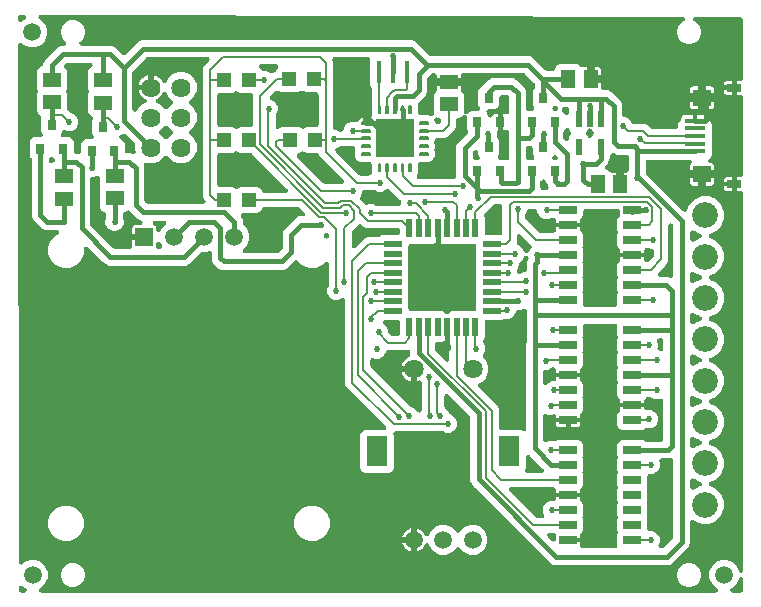
<source format=gtl>
G04 EAGLE Gerber RS-274X export*
G75*
%MOMM*%
%FSLAX34Y34*%
%LPD*%
%INTop Copper*%
%IPPOS*%
%AMOC8*
5,1,8,0,0,1.08239X$1,22.5*%
G01*
%ADD10R,1.500000X1.300000*%
%ADD11R,1.300000X1.500000*%
%ADD12R,1.525000X0.650000*%
%ADD13C,1.625600*%
%ADD14C,2.184400*%
%ADD15R,1.200000X1.200000*%
%ADD16R,0.787400X0.889000*%
%ADD17R,1.500000X1.500000*%
%ADD18C,1.500000*%
%ADD19R,0.580000X1.390000*%
%ADD20C,0.160000*%
%ADD21R,3.250000X3.250000*%
%ADD22R,0.550000X1.600000*%
%ADD23R,1.600000X0.550000*%
%ADD24C,1.638300*%
%ADD25C,1.498600*%
%ADD26R,1.803400X2.590800*%
%ADD27R,0.400000X1.900000*%
%ADD28R,1.499997X1.400047*%
%ADD29R,1.799997X0.400000*%
%ADD30R,1.270000X0.635000*%
%ADD31C,0.406400*%
%ADD32C,0.525000*%
%ADD33C,0.203200*%

G36*
X606444Y-17581D02*
X606444Y-17581D01*
X606448Y-17581D01*
X606642Y-17561D01*
X606840Y-17541D01*
X606844Y-17540D01*
X606849Y-17540D01*
X607035Y-17482D01*
X607225Y-17423D01*
X607229Y-17421D01*
X607233Y-17420D01*
X607405Y-17326D01*
X607579Y-17231D01*
X607583Y-17229D01*
X607586Y-17226D01*
X607738Y-17099D01*
X607888Y-16974D01*
X607891Y-16970D01*
X607895Y-16967D01*
X608016Y-16815D01*
X608141Y-16660D01*
X608143Y-16656D01*
X608146Y-16653D01*
X608236Y-16477D01*
X608326Y-16303D01*
X608327Y-16298D01*
X608329Y-16294D01*
X608383Y-16106D01*
X608438Y-15916D01*
X608438Y-15911D01*
X608439Y-15907D01*
X608454Y-15714D01*
X608470Y-15514D01*
X608470Y-15510D01*
X608470Y-15506D01*
X608447Y-15313D01*
X608424Y-15115D01*
X608422Y-15110D01*
X608422Y-15106D01*
X608360Y-14920D01*
X608299Y-14732D01*
X608297Y-14728D01*
X608295Y-14724D01*
X608197Y-14552D01*
X608101Y-14381D01*
X608098Y-14378D01*
X608096Y-14374D01*
X607966Y-14225D01*
X607838Y-14077D01*
X607834Y-14074D01*
X607831Y-14070D01*
X607673Y-13949D01*
X607520Y-13830D01*
X607516Y-13828D01*
X607512Y-13825D01*
X607217Y-13673D01*
X606574Y-13407D01*
X603035Y-9868D01*
X601119Y-5244D01*
X601119Y-239D01*
X603035Y4385D01*
X606574Y7924D01*
X611197Y9839D01*
X616203Y9839D01*
X620826Y7924D01*
X624365Y4385D01*
X625974Y502D01*
X625977Y497D01*
X625978Y491D01*
X626072Y319D01*
X626164Y147D01*
X626168Y142D01*
X626171Y137D01*
X626294Y-11D01*
X626420Y-163D01*
X626425Y-167D01*
X626429Y-172D01*
X626582Y-294D01*
X626733Y-417D01*
X626738Y-420D01*
X626743Y-423D01*
X626919Y-515D01*
X627090Y-604D01*
X627095Y-606D01*
X627100Y-608D01*
X627289Y-663D01*
X627476Y-717D01*
X627482Y-718D01*
X627487Y-719D01*
X627682Y-735D01*
X627877Y-752D01*
X627883Y-751D01*
X627889Y-752D01*
X628083Y-729D01*
X628277Y-707D01*
X628283Y-705D01*
X628289Y-704D01*
X628474Y-644D01*
X628660Y-584D01*
X628666Y-581D01*
X628671Y-579D01*
X628842Y-482D01*
X629012Y-387D01*
X629016Y-383D01*
X629022Y-380D01*
X629170Y-252D01*
X629318Y-125D01*
X629321Y-121D01*
X629326Y-117D01*
X629445Y37D01*
X629566Y192D01*
X629569Y197D01*
X629572Y202D01*
X629659Y377D01*
X629747Y551D01*
X629748Y557D01*
X629751Y562D01*
X629801Y751D01*
X629853Y940D01*
X629854Y946D01*
X629855Y951D01*
X629882Y1282D01*
X629435Y320497D01*
X629433Y320513D01*
X629435Y320529D01*
X629413Y320713D01*
X629395Y320897D01*
X629390Y320913D01*
X629388Y320929D01*
X629331Y321105D01*
X629276Y321282D01*
X629268Y321296D01*
X629263Y321312D01*
X629172Y321473D01*
X629084Y321636D01*
X629073Y321648D01*
X629065Y321663D01*
X628944Y321803D01*
X628825Y321945D01*
X628813Y321955D01*
X628802Y321967D01*
X628656Y322080D01*
X628511Y322197D01*
X628497Y322204D01*
X628484Y322214D01*
X628318Y322296D01*
X628154Y322382D01*
X628138Y322386D01*
X628123Y322393D01*
X627944Y322442D01*
X627767Y322492D01*
X627750Y322494D01*
X627735Y322498D01*
X627404Y322525D01*
X624287Y322525D01*
X624287Y328240D01*
X624287Y328241D01*
X624287Y333957D01*
X627382Y333957D01*
X627401Y333958D01*
X627421Y333957D01*
X627601Y333978D01*
X627783Y333996D01*
X627801Y334002D01*
X627820Y334004D01*
X627993Y334061D01*
X628168Y334115D01*
X628185Y334124D01*
X628203Y334130D01*
X628362Y334220D01*
X628522Y334306D01*
X628536Y334319D01*
X628553Y334328D01*
X628692Y334448D01*
X628831Y334564D01*
X628843Y334579D01*
X628858Y334592D01*
X628970Y334736D01*
X629083Y334878D01*
X629092Y334895D01*
X629104Y334910D01*
X629185Y335074D01*
X629269Y335235D01*
X629274Y335254D01*
X629283Y335271D01*
X629330Y335447D01*
X629380Y335622D01*
X629382Y335641D01*
X629387Y335660D01*
X629413Y335991D01*
X629321Y401995D01*
X629319Y402011D01*
X629321Y402028D01*
X629299Y402212D01*
X629281Y402396D01*
X629276Y402411D01*
X629274Y402428D01*
X629217Y402603D01*
X629162Y402780D01*
X629154Y402795D01*
X629149Y402810D01*
X629058Y402972D01*
X628970Y403134D01*
X628959Y403147D01*
X628951Y403161D01*
X628830Y403301D01*
X628711Y403443D01*
X628699Y403453D01*
X628688Y403466D01*
X628543Y403578D01*
X628397Y403695D01*
X628383Y403703D01*
X628370Y403713D01*
X628205Y403795D01*
X628040Y403880D01*
X628024Y403884D01*
X628009Y403892D01*
X627830Y403940D01*
X627653Y403991D01*
X627636Y403992D01*
X627621Y403996D01*
X627290Y404023D01*
X624287Y404023D01*
X624287Y409739D01*
X624287Y409740D01*
X624287Y415455D01*
X627268Y415455D01*
X627287Y415457D01*
X627307Y415455D01*
X627487Y415477D01*
X627669Y415495D01*
X627687Y415501D01*
X627706Y415503D01*
X627879Y415559D01*
X628054Y415613D01*
X628071Y415622D01*
X628089Y415628D01*
X628248Y415718D01*
X628408Y415805D01*
X628422Y415817D01*
X628439Y415827D01*
X628577Y415946D01*
X628717Y416063D01*
X628729Y416077D01*
X628744Y416090D01*
X628855Y416235D01*
X628969Y416376D01*
X628978Y416393D01*
X628990Y416409D01*
X629071Y416573D01*
X629155Y416734D01*
X629160Y416752D01*
X629169Y416769D01*
X629216Y416945D01*
X629266Y417120D01*
X629268Y417140D01*
X629273Y417158D01*
X629299Y417489D01*
X629229Y467667D01*
X629228Y467680D01*
X629229Y467692D01*
X629208Y467880D01*
X629189Y468068D01*
X629185Y468080D01*
X629184Y468092D01*
X629126Y468271D01*
X629070Y468452D01*
X629064Y468464D01*
X629060Y468476D01*
X628968Y468641D01*
X628878Y468806D01*
X628870Y468816D01*
X628864Y468827D01*
X628740Y468971D01*
X628620Y469115D01*
X628610Y469123D01*
X628601Y469133D01*
X628453Y469249D01*
X628306Y469367D01*
X628294Y469373D01*
X628284Y469381D01*
X628116Y469465D01*
X627948Y469552D01*
X627936Y469555D01*
X627924Y469561D01*
X627743Y469611D01*
X627561Y469663D01*
X627548Y469664D01*
X627536Y469667D01*
X627205Y469695D01*
X589228Y469836D01*
X589219Y469835D01*
X589211Y469836D01*
X589021Y469816D01*
X588827Y469797D01*
X588819Y469795D01*
X588811Y469794D01*
X588627Y469737D01*
X588442Y469680D01*
X588434Y469676D01*
X588427Y469674D01*
X588258Y469582D01*
X588087Y469490D01*
X588081Y469485D01*
X588073Y469481D01*
X587926Y469357D01*
X587777Y469233D01*
X587772Y469227D01*
X587765Y469222D01*
X587644Y469070D01*
X587523Y468921D01*
X587519Y468913D01*
X587514Y468907D01*
X587427Y468736D01*
X587336Y468564D01*
X587334Y468556D01*
X587330Y468549D01*
X587278Y468364D01*
X587224Y468177D01*
X587223Y468169D01*
X587221Y468161D01*
X587206Y467970D01*
X587189Y467776D01*
X587190Y467768D01*
X587190Y467760D01*
X587213Y467570D01*
X587235Y467376D01*
X587237Y467368D01*
X587238Y467360D01*
X587299Y467177D01*
X587358Y466993D01*
X587362Y466986D01*
X587365Y466978D01*
X587460Y466810D01*
X587555Y466642D01*
X587560Y466635D01*
X587564Y466628D01*
X587692Y466482D01*
X587817Y466336D01*
X587823Y466331D01*
X587829Y466325D01*
X587981Y466208D01*
X588134Y466088D01*
X588141Y466084D01*
X588148Y466079D01*
X588443Y465928D01*
X589585Y465455D01*
X592421Y462619D01*
X593956Y458914D01*
X593956Y454903D01*
X592421Y451198D01*
X589585Y448362D01*
X585880Y446828D01*
X581870Y446828D01*
X578165Y448362D01*
X575329Y451198D01*
X573794Y454903D01*
X573794Y458914D01*
X575329Y462619D01*
X578165Y465455D01*
X579401Y465967D01*
X579402Y465967D01*
X579403Y465967D01*
X579602Y466074D01*
X579756Y466157D01*
X579757Y466157D01*
X579757Y466158D01*
X579928Y466299D01*
X580067Y466413D01*
X580067Y466414D01*
X580068Y466414D01*
X580194Y466571D01*
X580320Y466726D01*
X580321Y466727D01*
X580404Y466885D01*
X580507Y467083D01*
X580508Y467083D01*
X580508Y467084D01*
X580548Y467221D01*
X580620Y467469D01*
X580621Y467470D01*
X580638Y467669D01*
X580655Y467870D01*
X580655Y467871D01*
X580630Y468092D01*
X580610Y468270D01*
X580610Y468271D01*
X580548Y468462D01*
X580487Y468653D01*
X580486Y468654D01*
X580486Y468655D01*
X580390Y468827D01*
X580290Y469005D01*
X580290Y469006D01*
X580160Y469157D01*
X580029Y469311D01*
X580028Y469311D01*
X580028Y469312D01*
X579866Y469438D01*
X579712Y469559D01*
X579711Y469559D01*
X579710Y469560D01*
X579535Y469648D01*
X579352Y469740D01*
X579351Y469740D01*
X579167Y469790D01*
X578963Y469846D01*
X578962Y469846D01*
X578632Y469875D01*
X75325Y471731D01*
X75322Y471731D01*
X75318Y471731D01*
X35127Y471731D01*
X35122Y471731D01*
X35118Y471731D01*
X34924Y471711D01*
X34726Y471691D01*
X34722Y471690D01*
X34717Y471690D01*
X34531Y471632D01*
X34341Y471573D01*
X34337Y471571D01*
X34333Y471570D01*
X34161Y471476D01*
X33987Y471381D01*
X33984Y471379D01*
X33980Y471376D01*
X33828Y471249D01*
X33678Y471124D01*
X33675Y471120D01*
X33671Y471117D01*
X33549Y470963D01*
X33425Y470810D01*
X33423Y470806D01*
X33421Y470803D01*
X33330Y470627D01*
X33240Y470453D01*
X33239Y470448D01*
X33237Y470444D01*
X33183Y470256D01*
X33128Y470066D01*
X33128Y470061D01*
X33127Y470057D01*
X33112Y469864D01*
X33096Y469664D01*
X33096Y469660D01*
X33096Y469656D01*
X33119Y469463D01*
X33142Y469265D01*
X33144Y469260D01*
X33144Y469256D01*
X33206Y469070D01*
X33267Y468882D01*
X33270Y468878D01*
X33271Y468874D01*
X33369Y468702D01*
X33465Y468531D01*
X33468Y468528D01*
X33470Y468524D01*
X33600Y468375D01*
X33728Y468227D01*
X33732Y468224D01*
X33735Y468220D01*
X33891Y468100D01*
X34046Y467980D01*
X34051Y467978D01*
X34054Y467975D01*
X34349Y467823D01*
X34951Y467574D01*
X38490Y464035D01*
X40406Y459411D01*
X40406Y454406D01*
X38490Y449782D01*
X34951Y446243D01*
X32882Y445386D01*
X30328Y444328D01*
X25322Y444328D01*
X20699Y446243D01*
X19392Y447550D01*
X19384Y447557D01*
X19377Y447565D01*
X19228Y447684D01*
X19080Y447805D01*
X19071Y447810D01*
X19063Y447817D01*
X18891Y447905D01*
X18724Y447994D01*
X18715Y447997D01*
X18705Y448002D01*
X18521Y448054D01*
X18338Y448109D01*
X18328Y448110D01*
X18318Y448112D01*
X18129Y448128D01*
X17937Y448145D01*
X17927Y448144D01*
X17917Y448145D01*
X17730Y448122D01*
X17537Y448102D01*
X17527Y448098D01*
X17517Y448097D01*
X17337Y448038D01*
X17153Y447980D01*
X17144Y447975D01*
X17134Y447972D01*
X16968Y447877D01*
X16801Y447785D01*
X16793Y447779D01*
X16784Y447773D01*
X16639Y447648D01*
X16494Y447525D01*
X16488Y447517D01*
X16480Y447510D01*
X16362Y447358D01*
X16244Y447209D01*
X16240Y447200D01*
X16233Y447191D01*
X16148Y447020D01*
X16062Y446850D01*
X16059Y446840D01*
X16055Y446831D01*
X16006Y446647D01*
X15954Y446462D01*
X15953Y446452D01*
X15951Y446442D01*
X15924Y446111D01*
X16537Y8163D01*
X16537Y8156D01*
X16537Y8148D01*
X16558Y7955D01*
X16577Y7762D01*
X16579Y7755D01*
X16580Y7748D01*
X16638Y7565D01*
X16696Y7378D01*
X16699Y7371D01*
X16702Y7364D01*
X16795Y7195D01*
X16888Y7024D01*
X16893Y7018D01*
X16897Y7012D01*
X17023Y6863D01*
X17146Y6715D01*
X17152Y6710D01*
X17157Y6705D01*
X17309Y6584D01*
X17460Y6463D01*
X17467Y6460D01*
X17473Y6455D01*
X17644Y6368D01*
X17818Y6278D01*
X17825Y6276D01*
X17832Y6273D01*
X18019Y6221D01*
X18205Y6167D01*
X18212Y6167D01*
X18220Y6165D01*
X18415Y6150D01*
X18606Y6135D01*
X18614Y6136D01*
X18621Y6135D01*
X18817Y6160D01*
X19006Y6182D01*
X19013Y6185D01*
X19021Y6186D01*
X19206Y6248D01*
X19389Y6308D01*
X19395Y6312D01*
X19402Y6314D01*
X19569Y6410D01*
X19739Y6506D01*
X19745Y6511D01*
X19751Y6515D01*
X20004Y6730D01*
X21199Y7924D01*
X25822Y9839D01*
X30828Y9839D01*
X35451Y7924D01*
X38990Y4385D01*
X40906Y-239D01*
X40906Y-5244D01*
X38990Y-9868D01*
X35451Y-13407D01*
X34808Y-13673D01*
X34804Y-13675D01*
X34800Y-13677D01*
X34627Y-13770D01*
X34453Y-13864D01*
X34450Y-13866D01*
X34446Y-13869D01*
X34296Y-13994D01*
X34143Y-14120D01*
X34140Y-14123D01*
X34137Y-14126D01*
X34013Y-14280D01*
X33889Y-14433D01*
X33887Y-14436D01*
X33884Y-14440D01*
X33794Y-14613D01*
X33702Y-14789D01*
X33701Y-14793D01*
X33699Y-14797D01*
X33645Y-14984D01*
X33589Y-15175D01*
X33589Y-15180D01*
X33587Y-15184D01*
X33571Y-15382D01*
X33554Y-15577D01*
X33555Y-15581D01*
X33555Y-15586D01*
X33577Y-15781D01*
X33600Y-15977D01*
X33601Y-15981D01*
X33601Y-15985D01*
X33663Y-16173D01*
X33723Y-16360D01*
X33725Y-16364D01*
X33726Y-16368D01*
X33824Y-16541D01*
X33919Y-16711D01*
X33922Y-16715D01*
X33924Y-16719D01*
X34052Y-16867D01*
X34181Y-17017D01*
X34184Y-17020D01*
X34187Y-17023D01*
X34341Y-17142D01*
X34498Y-17266D01*
X34502Y-17268D01*
X34505Y-17270D01*
X34680Y-17357D01*
X34858Y-17446D01*
X34862Y-17448D01*
X34866Y-17450D01*
X35056Y-17501D01*
X35246Y-17553D01*
X35250Y-17553D01*
X35255Y-17554D01*
X35585Y-17581D01*
X606440Y-17581D01*
X606444Y-17581D01*
G37*
%LPC*%
G36*
X469885Y5787D02*
X469885Y5787D01*
X467271Y6870D01*
X464985Y9156D01*
X464984Y9157D01*
X402157Y71984D01*
X402156Y71985D01*
X399870Y74271D01*
X398787Y76885D01*
X398787Y130612D01*
X398785Y130639D01*
X398787Y130666D01*
X398765Y130840D01*
X398747Y131013D01*
X398740Y131039D01*
X398736Y131065D01*
X398681Y131231D01*
X398629Y131398D01*
X398616Y131422D01*
X398608Y131447D01*
X398521Y131599D01*
X398437Y131752D01*
X398420Y131772D01*
X398407Y131796D01*
X398192Y132049D01*
X380264Y149977D01*
X380257Y149982D01*
X380252Y149989D01*
X380102Y150110D01*
X379953Y150232D01*
X379945Y150236D01*
X379938Y150242D01*
X379768Y150330D01*
X379597Y150420D01*
X379588Y150423D01*
X379581Y150427D01*
X379396Y150480D01*
X379211Y150535D01*
X379202Y150536D01*
X379194Y150539D01*
X379002Y150554D01*
X378810Y150572D01*
X378801Y150571D01*
X378792Y150571D01*
X378603Y150549D01*
X378410Y150528D01*
X378401Y150526D01*
X378393Y150525D01*
X378211Y150465D01*
X378026Y150407D01*
X378018Y150402D01*
X378010Y150400D01*
X377841Y150305D01*
X377674Y150212D01*
X377667Y150206D01*
X377659Y150202D01*
X377513Y150076D01*
X377367Y149951D01*
X377361Y149944D01*
X377354Y149939D01*
X377237Y149787D01*
X377117Y149636D01*
X377113Y149628D01*
X377108Y149621D01*
X377022Y149448D01*
X376935Y149277D01*
X376932Y149268D01*
X376928Y149260D01*
X376878Y149074D01*
X376827Y148889D01*
X376826Y148880D01*
X376824Y148871D01*
X376797Y148540D01*
X376797Y139842D01*
X376799Y139816D01*
X376797Y139789D01*
X376819Y139615D01*
X376837Y139442D01*
X376844Y139416D01*
X376848Y139389D01*
X376903Y139224D01*
X376955Y139057D01*
X376968Y139033D01*
X376976Y139008D01*
X377063Y138856D01*
X377147Y138703D01*
X377164Y138682D01*
X377177Y138659D01*
X377392Y138406D01*
X379433Y136365D01*
X380285Y134308D01*
X380297Y134285D01*
X380306Y134259D01*
X380393Y134107D01*
X380475Y133953D01*
X380492Y133933D01*
X380505Y133909D01*
X380620Y133777D01*
X380731Y133643D01*
X380752Y133626D01*
X380770Y133606D01*
X380908Y133499D01*
X381044Y133389D01*
X381068Y133377D01*
X381089Y133360D01*
X381384Y133209D01*
X384465Y131933D01*
X386633Y129765D01*
X387806Y126933D01*
X387806Y123867D01*
X386633Y121035D01*
X384465Y118867D01*
X381633Y117694D01*
X378567Y117694D01*
X375664Y118897D01*
X375583Y118963D01*
X375559Y118976D01*
X375538Y118992D01*
X375381Y119070D01*
X375227Y119152D01*
X375202Y119160D01*
X375177Y119172D01*
X375008Y119217D01*
X374841Y119267D01*
X374815Y119269D01*
X374789Y119276D01*
X374458Y119303D01*
X343533Y119303D01*
X343502Y119300D01*
X343471Y119302D01*
X343301Y119280D01*
X343132Y119263D01*
X343102Y119254D01*
X343071Y119250D01*
X342756Y119149D01*
X342351Y118981D01*
X335616Y118981D01*
X335603Y118980D01*
X335589Y118981D01*
X335403Y118960D01*
X335216Y118941D01*
X335203Y118937D01*
X335189Y118936D01*
X335011Y118879D01*
X334831Y118823D01*
X334819Y118817D01*
X334806Y118813D01*
X334642Y118721D01*
X334477Y118631D01*
X334466Y118623D01*
X334455Y118616D01*
X334310Y118493D01*
X334167Y118374D01*
X334159Y118363D01*
X334149Y118355D01*
X334033Y118206D01*
X333915Y118060D01*
X333909Y118048D01*
X333901Y118038D01*
X333816Y117869D01*
X333729Y117703D01*
X333726Y117690D01*
X333720Y117678D01*
X333670Y117496D01*
X333618Y117316D01*
X333617Y117302D01*
X333613Y117289D01*
X333601Y117103D01*
X333585Y116914D01*
X333587Y116901D01*
X333586Y116888D01*
X333610Y116701D01*
X333632Y116515D01*
X333636Y116502D01*
X333638Y116489D01*
X333740Y116173D01*
X333891Y115808D01*
X333891Y87878D01*
X333117Y86011D01*
X331688Y84582D01*
X329821Y83808D01*
X309765Y83808D01*
X307898Y84582D01*
X306469Y86011D01*
X305695Y87878D01*
X305695Y115808D01*
X306469Y117675D01*
X307898Y119104D01*
X309765Y119878D01*
X325669Y119878D01*
X325678Y119879D01*
X325687Y119878D01*
X325880Y119899D01*
X326070Y119918D01*
X326078Y119920D01*
X326087Y119921D01*
X326272Y119980D01*
X326454Y120036D01*
X326462Y120040D01*
X326471Y120043D01*
X326639Y120136D01*
X326809Y120228D01*
X326815Y120233D01*
X326823Y120238D01*
X326970Y120362D01*
X327118Y120485D01*
X327123Y120492D01*
X327130Y120498D01*
X327250Y120650D01*
X327370Y120799D01*
X327374Y120807D01*
X327380Y120814D01*
X327468Y120987D01*
X327556Y121156D01*
X327558Y121165D01*
X327562Y121173D01*
X327614Y121359D01*
X327667Y121543D01*
X327668Y121552D01*
X327670Y121561D01*
X327684Y121753D01*
X327700Y121945D01*
X327699Y121953D01*
X327700Y121962D01*
X327675Y122155D01*
X327653Y122344D01*
X327650Y122353D01*
X327649Y122362D01*
X327588Y122544D01*
X327528Y122727D01*
X327524Y122735D01*
X327521Y122743D01*
X327425Y122910D01*
X327330Y123078D01*
X327324Y123085D01*
X327320Y123092D01*
X327105Y123345D01*
X293745Y156705D01*
X292817Y158946D01*
X292817Y229633D01*
X292816Y229647D01*
X292817Y229660D01*
X292796Y229846D01*
X292777Y230034D01*
X292773Y230047D01*
X292772Y230060D01*
X292715Y230238D01*
X292659Y230419D01*
X292653Y230431D01*
X292649Y230443D01*
X292557Y230607D01*
X292467Y230773D01*
X292459Y230783D01*
X292452Y230795D01*
X292330Y230938D01*
X292210Y231082D01*
X292199Y231090D01*
X292191Y231101D01*
X292042Y231217D01*
X291896Y231334D01*
X291884Y231340D01*
X291874Y231349D01*
X291704Y231434D01*
X291539Y231520D01*
X291526Y231523D01*
X291514Y231530D01*
X291332Y231579D01*
X291152Y231631D01*
X291138Y231632D01*
X291125Y231636D01*
X290938Y231649D01*
X290750Y231664D01*
X290737Y231663D01*
X290724Y231663D01*
X290536Y231639D01*
X290351Y231617D01*
X290338Y231613D01*
X290325Y231611D01*
X290009Y231510D01*
X286833Y230194D01*
X283767Y230194D01*
X280935Y231367D01*
X278767Y233535D01*
X277594Y236367D01*
X277594Y239433D01*
X278797Y242336D01*
X278863Y242417D01*
X278876Y242441D01*
X278892Y242462D01*
X278970Y242619D01*
X279052Y242773D01*
X279060Y242798D01*
X279072Y242823D01*
X279117Y242992D01*
X279167Y243159D01*
X279169Y243185D01*
X279176Y243211D01*
X279203Y243542D01*
X279203Y260202D01*
X279202Y260211D01*
X279203Y260220D01*
X279182Y260412D01*
X279163Y260603D01*
X279161Y260611D01*
X279160Y260620D01*
X279102Y260802D01*
X279045Y260988D01*
X279041Y260996D01*
X279038Y261004D01*
X278945Y261172D01*
X278853Y261342D01*
X278848Y261348D01*
X278843Y261356D01*
X278719Y261503D01*
X278596Y261651D01*
X278589Y261656D01*
X278583Y261663D01*
X278432Y261782D01*
X278282Y261903D01*
X278274Y261907D01*
X278267Y261913D01*
X278094Y262001D01*
X277925Y262089D01*
X277916Y262091D01*
X277908Y262095D01*
X277722Y262147D01*
X277538Y262200D01*
X277529Y262201D01*
X277520Y262203D01*
X277327Y262217D01*
X277136Y262233D01*
X277128Y262232D01*
X277119Y262233D01*
X276926Y262208D01*
X276737Y262186D01*
X276728Y262183D01*
X276719Y262182D01*
X276536Y262121D01*
X276354Y262061D01*
X276346Y262057D01*
X276338Y262054D01*
X276172Y261959D01*
X276003Y261863D01*
X275996Y261857D01*
X275989Y261853D01*
X275736Y261638D01*
X273483Y259385D01*
X267940Y257089D01*
X261940Y257089D01*
X256397Y259385D01*
X252507Y263276D01*
X252493Y263287D01*
X252482Y263300D01*
X252338Y263414D01*
X252196Y263531D01*
X252180Y263539D01*
X252166Y263550D01*
X252001Y263634D01*
X251840Y263719D01*
X251823Y263724D01*
X251807Y263732D01*
X251629Y263782D01*
X251454Y263834D01*
X251436Y263836D01*
X251419Y263840D01*
X251236Y263854D01*
X251053Y263870D01*
X251035Y263868D01*
X251017Y263870D01*
X250835Y263847D01*
X250653Y263827D01*
X250636Y263822D01*
X250618Y263819D01*
X250444Y263761D01*
X250269Y263706D01*
X250253Y263697D01*
X250236Y263691D01*
X250077Y263599D01*
X249917Y263511D01*
X249903Y263499D01*
X249887Y263490D01*
X249634Y263276D01*
X243129Y256770D01*
X240515Y255687D01*
X188785Y255687D01*
X186171Y256770D01*
X181170Y261771D01*
X180087Y264385D01*
X180087Y269671D01*
X180086Y269685D01*
X180087Y269698D01*
X180066Y269884D01*
X180047Y270072D01*
X180043Y270085D01*
X180042Y270098D01*
X179984Y270277D01*
X179929Y270457D01*
X179923Y270469D01*
X179919Y270481D01*
X179827Y270646D01*
X179737Y270811D01*
X179729Y270821D01*
X179722Y270833D01*
X179600Y270975D01*
X179480Y271120D01*
X179469Y271129D01*
X179461Y271139D01*
X179313Y271254D01*
X179166Y271372D01*
X179154Y271379D01*
X179144Y271387D01*
X178975Y271471D01*
X178809Y271558D01*
X178796Y271562D01*
X178784Y271568D01*
X178603Y271617D01*
X178422Y271669D01*
X178408Y271670D01*
X178395Y271674D01*
X178207Y271687D01*
X178020Y271702D01*
X178007Y271701D01*
X177994Y271702D01*
X177806Y271677D01*
X177621Y271655D01*
X177608Y271651D01*
X177595Y271649D01*
X177279Y271548D01*
X176002Y271019D01*
X171820Y271019D01*
X171793Y271017D01*
X171766Y271019D01*
X171592Y270997D01*
X171419Y270979D01*
X171393Y270972D01*
X171367Y270968D01*
X171201Y270913D01*
X171034Y270861D01*
X171010Y270848D01*
X170985Y270840D01*
X170833Y270753D01*
X170680Y270669D01*
X170660Y270652D01*
X170636Y270639D01*
X170383Y270424D01*
X160329Y260370D01*
X157715Y259287D01*
X92485Y259287D01*
X89871Y260370D01*
X87584Y262657D01*
X75208Y275033D01*
X75201Y275038D01*
X75196Y275045D01*
X75046Y275166D01*
X74897Y275288D01*
X74889Y275292D01*
X74882Y275298D01*
X74712Y275386D01*
X74541Y275476D01*
X74532Y275479D01*
X74525Y275483D01*
X74340Y275536D01*
X74155Y275591D01*
X74146Y275592D01*
X74138Y275595D01*
X73946Y275610D01*
X73754Y275628D01*
X73745Y275627D01*
X73736Y275627D01*
X73547Y275605D01*
X73354Y275584D01*
X73345Y275582D01*
X73337Y275581D01*
X73155Y275521D01*
X72970Y275463D01*
X72962Y275458D01*
X72954Y275456D01*
X72785Y275361D01*
X72618Y275268D01*
X72611Y275262D01*
X72603Y275258D01*
X72457Y275132D01*
X72311Y275007D01*
X72305Y275000D01*
X72298Y274995D01*
X72181Y274843D01*
X72061Y274692D01*
X72057Y274684D01*
X72052Y274677D01*
X71966Y274504D01*
X71879Y274333D01*
X71876Y274324D01*
X71872Y274316D01*
X71822Y274130D01*
X71771Y273945D01*
X71770Y273936D01*
X71768Y273927D01*
X71741Y273596D01*
X71741Y269170D01*
X69445Y263627D01*
X65203Y259385D01*
X59660Y257089D01*
X53660Y257089D01*
X48117Y259385D01*
X43875Y263627D01*
X41579Y269170D01*
X41579Y275170D01*
X43875Y280713D01*
X48117Y284955D01*
X49142Y285379D01*
X49146Y285381D01*
X49151Y285383D01*
X49323Y285476D01*
X49497Y285570D01*
X49501Y285572D01*
X49505Y285575D01*
X49653Y285699D01*
X49808Y285826D01*
X49811Y285829D01*
X49814Y285832D01*
X49934Y285982D01*
X50061Y286139D01*
X50063Y286143D01*
X50066Y286146D01*
X50157Y286321D01*
X50248Y286495D01*
X50250Y286499D01*
X50252Y286503D01*
X50306Y286693D01*
X50362Y286882D01*
X50362Y286886D01*
X50363Y286890D01*
X50379Y287088D01*
X50396Y287283D01*
X50396Y287287D01*
X50396Y287292D01*
X50373Y287486D01*
X50351Y287683D01*
X50350Y287687D01*
X50349Y287691D01*
X50289Y287877D01*
X50228Y288066D01*
X50226Y288070D01*
X50224Y288074D01*
X50127Y288247D01*
X50032Y288418D01*
X50029Y288421D01*
X50026Y288425D01*
X49898Y288574D01*
X49770Y288723D01*
X49766Y288726D01*
X49763Y288730D01*
X49609Y288850D01*
X49453Y288972D01*
X49449Y288974D01*
X49445Y288976D01*
X49270Y289064D01*
X49093Y289152D01*
X49089Y289154D01*
X49085Y289156D01*
X48893Y289207D01*
X48705Y289259D01*
X48700Y289259D01*
X48696Y289260D01*
X48365Y289287D01*
X39085Y289287D01*
X36471Y290370D01*
X28564Y298277D01*
X27481Y300891D01*
X27481Y348944D01*
X27479Y348971D01*
X27481Y348997D01*
X27459Y349171D01*
X27441Y349345D01*
X27433Y349370D01*
X27430Y349397D01*
X27375Y349562D01*
X27323Y349730D01*
X27310Y349753D01*
X27302Y349779D01*
X27215Y349930D01*
X27131Y350084D01*
X27114Y350104D01*
X27101Y350127D01*
X26886Y350380D01*
X26350Y350917D01*
X25576Y352784D01*
X25576Y363696D01*
X26350Y365563D01*
X27779Y366992D01*
X29646Y367766D01*
X34569Y367766D01*
X34578Y367767D01*
X34587Y367766D01*
X34778Y367787D01*
X34970Y367806D01*
X34978Y367808D01*
X34987Y367809D01*
X35171Y367867D01*
X35355Y367924D01*
X35363Y367928D01*
X35371Y367931D01*
X35539Y368024D01*
X35709Y368116D01*
X35716Y368121D01*
X35723Y368126D01*
X35871Y368250D01*
X36018Y368373D01*
X36024Y368380D01*
X36030Y368386D01*
X36150Y368538D01*
X36270Y368687D01*
X36274Y368695D01*
X36280Y368702D01*
X36368Y368875D01*
X36456Y369044D01*
X36458Y369053D01*
X36462Y369061D01*
X36514Y369246D01*
X36567Y369431D01*
X36568Y369440D01*
X36570Y369449D01*
X36584Y369641D01*
X36600Y369833D01*
X36599Y369841D01*
X36600Y369850D01*
X36576Y370042D01*
X36553Y370232D01*
X36550Y370241D01*
X36549Y370250D01*
X36488Y370433D01*
X36428Y370615D01*
X36424Y370623D01*
X36421Y370632D01*
X36325Y370799D01*
X36230Y370966D01*
X36225Y370973D01*
X36220Y370980D01*
X36005Y371233D01*
X36002Y371237D01*
X35228Y373104D01*
X35228Y384049D01*
X35248Y384121D01*
X35302Y384297D01*
X35304Y384315D01*
X35308Y384333D01*
X35323Y384515D01*
X35340Y384698D01*
X35338Y384716D01*
X35340Y384734D01*
X35318Y384915D01*
X35298Y385099D01*
X35293Y385116D01*
X35291Y385134D01*
X35233Y385307D01*
X35179Y385483D01*
X35170Y385499D01*
X35164Y385516D01*
X35073Y385675D01*
X34985Y385836D01*
X34974Y385850D01*
X34965Y385866D01*
X34844Y386004D01*
X34726Y386144D01*
X34712Y386156D01*
X34700Y386169D01*
X34555Y386281D01*
X34411Y386395D01*
X34396Y386404D01*
X34381Y386415D01*
X34086Y386566D01*
X34022Y386593D01*
X32593Y388022D01*
X31819Y389889D01*
X31819Y404911D01*
X32321Y406123D01*
X32329Y406148D01*
X32341Y406172D01*
X32387Y406341D01*
X32438Y406508D01*
X32440Y406535D01*
X32447Y406560D01*
X32459Y406735D01*
X32476Y406909D01*
X32473Y406935D01*
X32475Y406962D01*
X32452Y407136D01*
X32434Y407309D01*
X32426Y407335D01*
X32423Y407361D01*
X32321Y407677D01*
X31819Y408889D01*
X31819Y423911D01*
X32593Y425778D01*
X34022Y427207D01*
X34537Y427421D01*
X36033Y428040D01*
X36053Y428051D01*
X36074Y428058D01*
X36230Y428146D01*
X36388Y428231D01*
X36405Y428245D01*
X36425Y428256D01*
X36560Y428372D01*
X36699Y428487D01*
X36713Y428504D01*
X36730Y428519D01*
X36839Y428660D01*
X36952Y428800D01*
X36963Y428819D01*
X36976Y428837D01*
X37056Y428997D01*
X37139Y429156D01*
X37146Y429177D01*
X37156Y429197D01*
X37202Y429371D01*
X37252Y429543D01*
X37254Y429565D01*
X37260Y429586D01*
X37287Y429917D01*
X37287Y430115D01*
X38370Y432729D01*
X49971Y444330D01*
X52585Y445413D01*
X54336Y445413D01*
X54344Y445414D01*
X54353Y445413D01*
X54545Y445434D01*
X54736Y445453D01*
X54745Y445455D01*
X54754Y445456D01*
X54936Y445514D01*
X55121Y445571D01*
X55129Y445575D01*
X55138Y445578D01*
X55306Y445671D01*
X55475Y445763D01*
X55482Y445768D01*
X55490Y445773D01*
X55637Y445897D01*
X55784Y446020D01*
X55790Y446027D01*
X55797Y446033D01*
X55916Y446184D01*
X56037Y446334D01*
X56041Y446342D01*
X56046Y446349D01*
X56134Y446522D01*
X56222Y446691D01*
X56225Y446700D01*
X56229Y446708D01*
X56281Y446894D01*
X56334Y447078D01*
X56334Y447087D01*
X56337Y447096D01*
X56351Y447289D01*
X56367Y447480D01*
X56366Y447488D01*
X56366Y447497D01*
X56342Y447690D01*
X56320Y447879D01*
X56317Y447888D01*
X56316Y447897D01*
X56254Y448080D01*
X56195Y448262D01*
X56190Y448270D01*
X56188Y448278D01*
X56092Y448444D01*
X55997Y448613D01*
X55991Y448620D01*
X55987Y448627D01*
X55772Y448880D01*
X53454Y451198D01*
X51919Y454903D01*
X51919Y458914D01*
X53454Y462619D01*
X56290Y465455D01*
X59995Y466989D01*
X64005Y466989D01*
X67710Y465455D01*
X70546Y462619D01*
X72081Y458914D01*
X72081Y454903D01*
X70546Y451198D01*
X68228Y448880D01*
X68222Y448873D01*
X68216Y448868D01*
X68095Y448718D01*
X67973Y448569D01*
X67969Y448561D01*
X67963Y448554D01*
X67875Y448384D01*
X67784Y448213D01*
X67782Y448204D01*
X67778Y448197D01*
X67724Y448010D01*
X67670Y447827D01*
X67669Y447818D01*
X67666Y447810D01*
X67651Y447619D01*
X67633Y447426D01*
X67634Y447417D01*
X67633Y447408D01*
X67656Y447219D01*
X67677Y447026D01*
X67679Y447017D01*
X67680Y447009D01*
X67740Y446827D01*
X67798Y446642D01*
X67802Y446634D01*
X67805Y446626D01*
X67900Y446457D01*
X67993Y446290D01*
X67999Y446283D01*
X68003Y446275D01*
X68130Y446128D01*
X68253Y445983D01*
X68260Y445977D01*
X68266Y445970D01*
X68418Y445853D01*
X68569Y445733D01*
X68577Y445729D01*
X68584Y445724D01*
X68756Y445638D01*
X68928Y445551D01*
X68937Y445548D01*
X68945Y445544D01*
X69131Y445494D01*
X69316Y445443D01*
X69325Y445442D01*
X69334Y445440D01*
X69664Y445413D01*
X95315Y445413D01*
X97929Y444330D01*
X100216Y442043D01*
X104164Y438095D01*
X104177Y438084D01*
X104189Y438070D01*
X104333Y437956D01*
X104475Y437840D01*
X104491Y437832D01*
X104505Y437821D01*
X104669Y437737D01*
X104831Y437652D01*
X104848Y437646D01*
X104864Y437638D01*
X105041Y437589D01*
X105217Y437537D01*
X105235Y437535D01*
X105252Y437530D01*
X105435Y437517D01*
X105618Y437500D01*
X105636Y437502D01*
X105653Y437501D01*
X105835Y437524D01*
X106018Y437544D01*
X106035Y437549D01*
X106053Y437551D01*
X106226Y437610D01*
X106402Y437665D01*
X106418Y437674D01*
X106434Y437680D01*
X106594Y437771D01*
X106754Y437860D01*
X106768Y437872D01*
X106783Y437881D01*
X107036Y438095D01*
X117921Y448980D01*
X120535Y450063D01*
X349565Y450063D01*
X352179Y448980D01*
X364151Y437008D01*
X364172Y436991D01*
X364189Y436970D01*
X364327Y436863D01*
X364463Y436753D01*
X364486Y436740D01*
X364508Y436724D01*
X364664Y436646D01*
X364818Y436564D01*
X364844Y436556D01*
X364868Y436544D01*
X365037Y436499D01*
X365204Y436449D01*
X365231Y436447D01*
X365257Y436440D01*
X365588Y436413D01*
X449015Y436413D01*
X451629Y435330D01*
X462251Y424708D01*
X462272Y424691D01*
X462289Y424670D01*
X462427Y424563D01*
X462563Y424453D01*
X462586Y424440D01*
X462608Y424424D01*
X462764Y424346D01*
X462918Y424264D01*
X462944Y424256D01*
X462968Y424244D01*
X463137Y424199D01*
X463304Y424149D01*
X463331Y424147D01*
X463357Y424140D01*
X463688Y424113D01*
X468183Y424113D01*
X468205Y424115D01*
X468227Y424113D01*
X468405Y424135D01*
X468584Y424153D01*
X468605Y424159D01*
X468627Y424162D01*
X468797Y424218D01*
X468969Y424271D01*
X468988Y424281D01*
X469009Y424288D01*
X469165Y424377D01*
X469323Y424463D01*
X469340Y424477D01*
X469359Y424488D01*
X469495Y424606D01*
X469632Y424720D01*
X469646Y424738D01*
X469663Y424752D01*
X469772Y424894D01*
X469884Y425034D01*
X469894Y425054D01*
X469908Y425072D01*
X470060Y425367D01*
X470893Y427378D01*
X472322Y428807D01*
X473878Y429452D01*
X474189Y429581D01*
X489211Y429581D01*
X491078Y428807D01*
X492250Y427636D01*
X492270Y427619D01*
X492288Y427598D01*
X492426Y427491D01*
X492561Y427381D01*
X492585Y427368D01*
X492606Y427352D01*
X492763Y427274D01*
X492917Y427192D01*
X492942Y427184D01*
X492966Y427172D01*
X493136Y427127D01*
X493303Y427077D01*
X493329Y427075D01*
X493355Y427068D01*
X493686Y427041D01*
X497451Y427041D01*
X497451Y418218D01*
X497452Y418200D01*
X497451Y418183D01*
X497472Y418000D01*
X497491Y417818D01*
X497496Y417801D01*
X497498Y417783D01*
X497555Y417608D01*
X497609Y417433D01*
X497617Y417417D01*
X497623Y417400D01*
X497713Y417240D01*
X497800Y417079D01*
X497812Y417065D01*
X497821Y417049D01*
X497941Y416910D01*
X498058Y416769D01*
X498072Y416758D01*
X498084Y416745D01*
X498230Y416632D01*
X498372Y416517D01*
X498388Y416509D01*
X498402Y416498D01*
X498567Y416416D01*
X498729Y416332D01*
X498746Y416327D01*
X498762Y416319D01*
X498941Y416271D01*
X499116Y416220D01*
X499134Y416219D01*
X499151Y416214D01*
X499482Y416187D01*
X499887Y416187D01*
X499887Y415782D01*
X499889Y415764D01*
X499887Y415746D01*
X499909Y415564D01*
X499927Y415381D01*
X499932Y415364D01*
X499934Y415347D01*
X499991Y415172D01*
X500045Y414996D01*
X500053Y414981D01*
X500059Y414964D01*
X500149Y414804D01*
X500237Y414642D01*
X500248Y414629D01*
X500257Y414613D01*
X500377Y414474D01*
X500495Y414333D01*
X500508Y414322D01*
X500520Y414308D01*
X500665Y414196D01*
X500808Y414081D01*
X500824Y414073D01*
X500838Y414062D01*
X501003Y413980D01*
X501166Y413895D01*
X501183Y413890D01*
X501199Y413882D01*
X501377Y413834D01*
X501552Y413784D01*
X501570Y413782D01*
X501587Y413778D01*
X501918Y413751D01*
X509741Y413751D01*
X509741Y409544D01*
X509743Y409526D01*
X509741Y409508D01*
X509762Y409326D01*
X509781Y409143D01*
X509786Y409126D01*
X509788Y409109D01*
X509845Y408934D01*
X509899Y408758D01*
X509907Y408743D01*
X509913Y408726D01*
X510003Y408566D01*
X510091Y408404D01*
X510102Y408391D01*
X510111Y408375D01*
X510231Y408236D01*
X510348Y408095D01*
X510362Y408084D01*
X510374Y408070D01*
X510518Y407958D01*
X510662Y407843D01*
X510678Y407835D01*
X510692Y407824D01*
X510856Y407742D01*
X511019Y407657D01*
X511037Y407652D01*
X511052Y407644D01*
X511230Y407597D01*
X511406Y407546D01*
X511424Y407544D01*
X511441Y407540D01*
X511772Y407513D01*
X515415Y407513D01*
X518029Y406430D01*
X526230Y398229D01*
X527313Y395615D01*
X527313Y387225D01*
X527315Y387207D01*
X527313Y387189D01*
X527335Y387006D01*
X527353Y386824D01*
X527358Y386807D01*
X527360Y386790D01*
X527417Y386614D01*
X527471Y386439D01*
X527479Y386424D01*
X527485Y386407D01*
X527575Y386246D01*
X527663Y386085D01*
X527674Y386072D01*
X527683Y386056D01*
X527803Y385917D01*
X527920Y385776D01*
X527934Y385765D01*
X527946Y385751D01*
X528091Y385639D01*
X528234Y385524D01*
X528250Y385516D01*
X528264Y385505D01*
X528429Y385423D01*
X528591Y385338D01*
X528608Y385333D01*
X528624Y385325D01*
X528803Y385278D01*
X528978Y385227D01*
X528996Y385225D01*
X529013Y385221D01*
X529344Y385194D01*
X529385Y385194D01*
X532218Y384021D01*
X534385Y381853D01*
X535040Y380273D01*
X535050Y380253D01*
X535057Y380232D01*
X535145Y380076D01*
X535230Y379918D01*
X535244Y379901D01*
X535255Y379881D01*
X535372Y379746D01*
X535486Y379607D01*
X535504Y379593D01*
X535518Y379576D01*
X535660Y379467D01*
X535799Y379354D01*
X535819Y379343D01*
X535836Y379330D01*
X535997Y379250D01*
X536156Y379167D01*
X536177Y379160D01*
X536197Y379150D01*
X536371Y379104D01*
X536542Y379054D01*
X536564Y379052D01*
X536586Y379046D01*
X536916Y379019D01*
X546531Y379019D01*
X548772Y378091D01*
X551140Y375722D01*
X551161Y375705D01*
X551179Y375685D01*
X551317Y375578D01*
X551452Y375467D01*
X551476Y375455D01*
X551497Y375438D01*
X551654Y375360D01*
X551808Y375279D01*
X551833Y375271D01*
X551857Y375259D01*
X552027Y375213D01*
X552194Y375164D01*
X552220Y375161D01*
X552246Y375154D01*
X552577Y375127D01*
X572933Y375127D01*
X572951Y375129D01*
X572968Y375128D01*
X573151Y375149D01*
X573333Y375167D01*
X573350Y375172D01*
X573368Y375175D01*
X573543Y375232D01*
X573718Y375285D01*
X573734Y375294D01*
X573751Y375299D01*
X573911Y375390D01*
X574072Y375477D01*
X574086Y375489D01*
X574102Y375497D01*
X574241Y375618D01*
X574382Y375735D01*
X574393Y375749D01*
X574406Y375760D01*
X574519Y375906D01*
X574634Y376049D01*
X574642Y376064D01*
X574653Y376079D01*
X574735Y376243D01*
X574819Y376406D01*
X574824Y376423D01*
X574832Y376439D01*
X574880Y376617D01*
X574931Y376793D01*
X574932Y376811D01*
X574937Y376828D01*
X574964Y377159D01*
X574964Y378544D01*
X575738Y380411D01*
X576909Y381583D01*
X576926Y381603D01*
X576946Y381621D01*
X577054Y381759D01*
X577164Y381894D01*
X577177Y381918D01*
X577193Y381939D01*
X577271Y382096D01*
X577353Y382250D01*
X577360Y382275D01*
X577372Y382299D01*
X577418Y382468D01*
X577468Y382636D01*
X577470Y382662D01*
X577477Y382688D01*
X577504Y383019D01*
X577504Y384370D01*
X577677Y385016D01*
X578012Y385596D01*
X578485Y386069D01*
X579064Y386403D01*
X579710Y386576D01*
X587013Y386576D01*
X587013Y384645D01*
X587015Y384627D01*
X587014Y384609D01*
X587035Y384427D01*
X587053Y384244D01*
X587058Y384227D01*
X587061Y384210D01*
X587118Y384035D01*
X587171Y383859D01*
X587180Y383844D01*
X587185Y383827D01*
X587276Y383667D01*
X587363Y383505D01*
X587375Y383492D01*
X587383Y383476D01*
X587504Y383337D01*
X587621Y383196D01*
X587635Y383185D01*
X587646Y383172D01*
X587791Y383059D01*
X587935Y382944D01*
X587950Y382936D01*
X587965Y382925D01*
X588129Y382843D01*
X588292Y382758D01*
X588309Y382753D01*
X588325Y382745D01*
X588503Y382698D01*
X588679Y382647D01*
X588697Y382645D01*
X588714Y382641D01*
X589045Y382614D01*
X589063Y382616D01*
X589080Y382614D01*
X589263Y382635D01*
X589446Y382654D01*
X589463Y382659D01*
X589480Y382661D01*
X589655Y382718D01*
X589830Y382772D01*
X589846Y382780D01*
X589863Y382786D01*
X590023Y382876D01*
X590184Y382964D01*
X590198Y382975D01*
X590214Y382984D01*
X590353Y383104D01*
X590494Y383221D01*
X590505Y383235D01*
X590518Y383247D01*
X590631Y383392D01*
X590746Y383535D01*
X590754Y383551D01*
X590765Y383565D01*
X590847Y383730D01*
X590932Y383892D01*
X590936Y383909D01*
X590944Y383926D01*
X590992Y384103D01*
X591043Y384279D01*
X591044Y384297D01*
X591049Y384314D01*
X591076Y384645D01*
X591076Y386576D01*
X598379Y386576D01*
X599025Y386403D01*
X599605Y386069D01*
X600078Y385596D01*
X600412Y385016D01*
X600585Y384370D01*
X600585Y383019D01*
X600588Y382992D01*
X600586Y382966D01*
X600608Y382792D01*
X600625Y382618D01*
X600633Y382593D01*
X600637Y382566D01*
X600692Y382400D01*
X600743Y382233D01*
X600756Y382210D01*
X600765Y382184D01*
X600852Y382033D01*
X600935Y381879D01*
X600952Y381859D01*
X600966Y381836D01*
X601180Y381583D01*
X602352Y380411D01*
X603125Y378544D01*
X603125Y353015D01*
X602352Y351148D01*
X600703Y349499D01*
X600698Y349492D01*
X600691Y349487D01*
X600570Y349337D01*
X600448Y349188D01*
X600444Y349180D01*
X600438Y349173D01*
X600350Y349002D01*
X600260Y348832D01*
X600257Y348823D01*
X600253Y348816D01*
X600200Y348631D01*
X600145Y348446D01*
X600144Y348437D01*
X600142Y348429D01*
X600126Y348235D01*
X600108Y348045D01*
X600109Y348036D01*
X600109Y348027D01*
X600131Y347838D01*
X600152Y347645D01*
X600155Y347636D01*
X600156Y347627D01*
X600215Y347445D01*
X600273Y347261D01*
X600278Y347253D01*
X600280Y347245D01*
X600375Y347078D01*
X600468Y346909D01*
X600474Y346902D01*
X600478Y346894D01*
X600603Y346749D01*
X600729Y346602D01*
X600736Y346596D01*
X600741Y346589D01*
X600892Y346472D01*
X601045Y346352D01*
X601053Y346348D01*
X601060Y346343D01*
X601231Y346257D01*
X601404Y346170D01*
X601412Y346167D01*
X601420Y346163D01*
X601606Y346113D01*
X601791Y346062D01*
X601800Y346061D01*
X601809Y346059D01*
X602140Y346032D01*
X602681Y346032D01*
X603327Y345859D01*
X603906Y345524D01*
X604379Y345051D01*
X604714Y344472D01*
X604887Y343825D01*
X604887Y339990D01*
X596314Y339990D01*
X596297Y339988D01*
X596279Y339990D01*
X596097Y339968D01*
X595914Y339950D01*
X595897Y339945D01*
X595879Y339943D01*
X595704Y339886D01*
X595529Y339832D01*
X595513Y339824D01*
X595496Y339818D01*
X595336Y339728D01*
X595175Y339640D01*
X595161Y339629D01*
X595146Y339620D01*
X595006Y339500D01*
X594866Y339382D01*
X594854Y339369D01*
X594843Y339358D01*
X594802Y339408D01*
X594788Y339419D01*
X594776Y339432D01*
X594631Y339545D01*
X594488Y339660D01*
X594472Y339668D01*
X594458Y339679D01*
X594293Y339761D01*
X594130Y339845D01*
X594113Y339850D01*
X594097Y339858D01*
X593919Y339906D01*
X593744Y339957D01*
X593726Y339958D01*
X593709Y339963D01*
X593378Y339990D01*
X584805Y339990D01*
X584805Y343825D01*
X584979Y344472D01*
X585313Y345051D01*
X585708Y345446D01*
X585713Y345452D01*
X585720Y345458D01*
X585841Y345608D01*
X585963Y345757D01*
X585967Y345765D01*
X585973Y345772D01*
X586060Y345941D01*
X586151Y346113D01*
X586154Y346121D01*
X586158Y346129D01*
X586211Y346312D01*
X586266Y346499D01*
X586267Y346508D01*
X586269Y346516D01*
X586285Y346707D01*
X586303Y346900D01*
X586302Y346909D01*
X586302Y346917D01*
X586280Y347107D01*
X586259Y347300D01*
X586256Y347308D01*
X586255Y347317D01*
X586197Y347498D01*
X586138Y347684D01*
X586133Y347691D01*
X586131Y347700D01*
X586035Y347868D01*
X585943Y348036D01*
X585937Y348043D01*
X585933Y348051D01*
X585807Y348196D01*
X585682Y348343D01*
X585675Y348349D01*
X585669Y348355D01*
X585519Y348472D01*
X585366Y348593D01*
X585358Y348597D01*
X585351Y348602D01*
X585179Y348688D01*
X585008Y348775D01*
X584999Y348777D01*
X584991Y348781D01*
X584803Y348832D01*
X584620Y348883D01*
X584611Y348884D01*
X584602Y348886D01*
X584271Y348913D01*
X549144Y348913D01*
X549126Y348911D01*
X549108Y348913D01*
X548926Y348891D01*
X548743Y348873D01*
X548726Y348868D01*
X548709Y348866D01*
X548534Y348809D01*
X548358Y348755D01*
X548343Y348747D01*
X548326Y348741D01*
X548166Y348651D01*
X548004Y348563D01*
X547991Y348552D01*
X547975Y348543D01*
X547836Y348423D01*
X547695Y348306D01*
X547684Y348292D01*
X547670Y348280D01*
X547558Y348135D01*
X547443Y347992D01*
X547435Y347976D01*
X547424Y347962D01*
X547342Y347797D01*
X547257Y347634D01*
X547252Y347617D01*
X547244Y347601D01*
X547196Y347423D01*
X547146Y347248D01*
X547144Y347230D01*
X547140Y347213D01*
X547113Y346882D01*
X547113Y338160D01*
X547115Y338133D01*
X547113Y338107D01*
X547135Y337933D01*
X547153Y337759D01*
X547160Y337734D01*
X547164Y337707D01*
X547219Y337541D01*
X547271Y337374D01*
X547284Y337351D01*
X547292Y337325D01*
X547379Y337174D01*
X547463Y337020D01*
X547480Y337000D01*
X547493Y336977D01*
X547708Y336724D01*
X578889Y305542D01*
X578899Y305534D01*
X578908Y305524D01*
X579054Y305407D01*
X579200Y305287D01*
X579212Y305281D01*
X579223Y305273D01*
X579390Y305187D01*
X579556Y305099D01*
X579569Y305095D01*
X579581Y305089D01*
X579761Y305038D01*
X579942Y304984D01*
X579955Y304983D01*
X579968Y304979D01*
X580154Y304965D01*
X580343Y304947D01*
X580356Y304949D01*
X580370Y304948D01*
X580554Y304970D01*
X580743Y304991D01*
X580756Y304995D01*
X580769Y304997D01*
X580946Y305055D01*
X581127Y305112D01*
X581139Y305119D01*
X581152Y305123D01*
X581315Y305216D01*
X581479Y305307D01*
X581490Y305316D01*
X581501Y305322D01*
X581644Y305447D01*
X581786Y305568D01*
X581795Y305578D01*
X581805Y305587D01*
X581919Y305736D01*
X582036Y305884D01*
X582042Y305896D01*
X582050Y305906D01*
X582202Y306201D01*
X584134Y310865D01*
X588635Y315366D01*
X589445Y315702D01*
X594517Y317803D01*
X600883Y317803D01*
X606765Y315366D01*
X611266Y310865D01*
X613703Y304983D01*
X613703Y298617D01*
X611266Y292735D01*
X606765Y288234D01*
X601799Y286177D01*
X601791Y286172D01*
X601783Y286170D01*
X601615Y286078D01*
X601444Y285986D01*
X601437Y285981D01*
X601429Y285976D01*
X601283Y285853D01*
X601134Y285730D01*
X601128Y285723D01*
X601121Y285717D01*
X601001Y285567D01*
X600880Y285417D01*
X600876Y285409D01*
X600870Y285402D01*
X600783Y285232D01*
X600693Y285061D01*
X600690Y285052D01*
X600686Y285044D01*
X600634Y284860D01*
X600580Y284674D01*
X600579Y284665D01*
X600577Y284657D01*
X600562Y284463D01*
X600545Y284273D01*
X600546Y284264D01*
X600546Y284256D01*
X600569Y284064D01*
X600590Y283873D01*
X600593Y283865D01*
X600594Y283856D01*
X600655Y283673D01*
X600714Y283490D01*
X600718Y283482D01*
X600721Y283474D01*
X600817Y283306D01*
X600910Y283138D01*
X600916Y283132D01*
X600920Y283124D01*
X601047Y282978D01*
X601172Y282833D01*
X601179Y282827D01*
X601185Y282820D01*
X601337Y282703D01*
X601489Y282584D01*
X601497Y282580D01*
X601504Y282575D01*
X601799Y282423D01*
X606765Y280366D01*
X611266Y275865D01*
X613703Y269983D01*
X613703Y263617D01*
X611266Y257735D01*
X606765Y253234D01*
X604794Y252417D01*
X604793Y252417D01*
X601799Y251177D01*
X601791Y251172D01*
X601783Y251170D01*
X601615Y251078D01*
X601444Y250986D01*
X601437Y250981D01*
X601429Y250976D01*
X601283Y250853D01*
X601134Y250730D01*
X601128Y250723D01*
X601121Y250717D01*
X601001Y250567D01*
X600880Y250417D01*
X600876Y250409D01*
X600870Y250402D01*
X600782Y250232D01*
X600693Y250061D01*
X600690Y250052D01*
X600686Y250044D01*
X600634Y249860D01*
X600580Y249674D01*
X600579Y249665D01*
X600577Y249657D01*
X600562Y249466D01*
X600545Y249273D01*
X600546Y249264D01*
X600546Y249256D01*
X600569Y249064D01*
X600590Y248873D01*
X600593Y248865D01*
X600594Y248856D01*
X600655Y248673D01*
X600714Y248490D01*
X600718Y248482D01*
X600721Y248474D01*
X600817Y248306D01*
X600910Y248138D01*
X600916Y248132D01*
X600920Y248124D01*
X601047Y247978D01*
X601172Y247833D01*
X601179Y247827D01*
X601185Y247820D01*
X601337Y247703D01*
X601489Y247584D01*
X601497Y247580D01*
X601504Y247575D01*
X601799Y247423D01*
X606765Y245366D01*
X611266Y240865D01*
X613703Y234983D01*
X613703Y228617D01*
X611266Y222735D01*
X606765Y218234D01*
X601799Y216177D01*
X601791Y216172D01*
X601783Y216170D01*
X601615Y216078D01*
X601444Y215986D01*
X601437Y215981D01*
X601429Y215976D01*
X601283Y215853D01*
X601134Y215730D01*
X601128Y215723D01*
X601121Y215717D01*
X601001Y215567D01*
X600880Y215417D01*
X600876Y215409D01*
X600870Y215402D01*
X600783Y215232D01*
X600693Y215061D01*
X600690Y215052D01*
X600686Y215044D01*
X600634Y214860D01*
X600580Y214674D01*
X600579Y214665D01*
X600577Y214657D01*
X600562Y214466D01*
X600545Y214273D01*
X600546Y214264D01*
X600546Y214256D01*
X600569Y214064D01*
X600590Y213873D01*
X600593Y213865D01*
X600594Y213856D01*
X600655Y213673D01*
X600714Y213490D01*
X600718Y213482D01*
X600721Y213474D01*
X600817Y213306D01*
X600910Y213138D01*
X600916Y213132D01*
X600920Y213124D01*
X601047Y212978D01*
X601172Y212833D01*
X601179Y212827D01*
X601185Y212820D01*
X601337Y212703D01*
X601489Y212584D01*
X601497Y212580D01*
X601504Y212575D01*
X601799Y212423D01*
X606765Y210366D01*
X611266Y205865D01*
X613703Y199983D01*
X613703Y193617D01*
X611266Y187735D01*
X606765Y183234D01*
X602153Y181323D01*
X601799Y181177D01*
X601791Y181172D01*
X601783Y181170D01*
X601615Y181078D01*
X601444Y180986D01*
X601437Y180981D01*
X601429Y180976D01*
X601283Y180853D01*
X601134Y180730D01*
X601128Y180723D01*
X601121Y180717D01*
X601001Y180567D01*
X600880Y180417D01*
X600876Y180409D01*
X600870Y180402D01*
X600783Y180232D01*
X600693Y180061D01*
X600690Y180052D01*
X600686Y180044D01*
X600634Y179860D01*
X600580Y179674D01*
X600579Y179665D01*
X600577Y179657D01*
X600562Y179466D01*
X600545Y179273D01*
X600546Y179264D01*
X600546Y179256D01*
X600569Y179064D01*
X600590Y178873D01*
X600593Y178865D01*
X600594Y178856D01*
X600655Y178673D01*
X600714Y178490D01*
X600718Y178482D01*
X600721Y178474D01*
X600817Y178306D01*
X600910Y178138D01*
X600916Y178132D01*
X600920Y178124D01*
X601047Y177978D01*
X601172Y177833D01*
X601179Y177827D01*
X601185Y177820D01*
X601337Y177703D01*
X601489Y177584D01*
X601497Y177580D01*
X601504Y177575D01*
X601799Y177423D01*
X606765Y175366D01*
X611266Y170865D01*
X613703Y164983D01*
X613703Y158617D01*
X611266Y152735D01*
X606765Y148234D01*
X601799Y146177D01*
X601791Y146172D01*
X601783Y146170D01*
X601615Y146078D01*
X601444Y145986D01*
X601437Y145981D01*
X601429Y145976D01*
X601283Y145853D01*
X601134Y145730D01*
X601128Y145723D01*
X601121Y145717D01*
X601001Y145567D01*
X600880Y145417D01*
X600876Y145409D01*
X600870Y145403D01*
X600783Y145232D01*
X600693Y145061D01*
X600690Y145052D01*
X600686Y145044D01*
X600634Y144860D01*
X600580Y144674D01*
X600579Y144666D01*
X600577Y144657D01*
X600562Y144466D01*
X600545Y144273D01*
X600546Y144264D01*
X600546Y144256D01*
X600569Y144066D01*
X600590Y143873D01*
X600593Y143865D01*
X600594Y143856D01*
X600654Y143674D01*
X600714Y143490D01*
X600718Y143482D01*
X600721Y143474D01*
X600816Y143306D01*
X600910Y143138D01*
X600916Y143132D01*
X600920Y143124D01*
X601047Y142979D01*
X601172Y142833D01*
X601179Y142827D01*
X601185Y142820D01*
X601337Y142703D01*
X601489Y142584D01*
X601497Y142580D01*
X601504Y142575D01*
X601799Y142423D01*
X606765Y140366D01*
X611266Y135865D01*
X613703Y129983D01*
X613703Y123617D01*
X611266Y117735D01*
X606765Y113234D01*
X601799Y111177D01*
X601791Y111172D01*
X601783Y111170D01*
X601615Y111078D01*
X601444Y110986D01*
X601437Y110981D01*
X601429Y110976D01*
X601283Y110853D01*
X601134Y110730D01*
X601128Y110723D01*
X601121Y110717D01*
X601002Y110567D01*
X600880Y110417D01*
X600876Y110409D01*
X600870Y110403D01*
X600781Y110229D01*
X600693Y110061D01*
X600690Y110052D01*
X600686Y110044D01*
X600634Y109860D01*
X600580Y109674D01*
X600579Y109666D01*
X600577Y109657D01*
X600562Y109466D01*
X600545Y109273D01*
X600546Y109264D01*
X600546Y109256D01*
X600569Y109065D01*
X600590Y108873D01*
X600593Y108865D01*
X600594Y108856D01*
X600655Y108673D01*
X600714Y108490D01*
X600718Y108482D01*
X600721Y108474D01*
X600816Y108306D01*
X600910Y108138D01*
X600916Y108132D01*
X600920Y108124D01*
X601047Y107979D01*
X601172Y107833D01*
X601179Y107827D01*
X601185Y107820D01*
X601336Y107704D01*
X601489Y107584D01*
X601497Y107580D01*
X601504Y107575D01*
X601799Y107423D01*
X606765Y105366D01*
X611266Y100865D01*
X613703Y94983D01*
X613703Y88617D01*
X611266Y82735D01*
X606765Y78234D01*
X605548Y77730D01*
X605548Y77729D01*
X601799Y76177D01*
X601791Y76172D01*
X601783Y76170D01*
X601615Y76078D01*
X601444Y75986D01*
X601437Y75981D01*
X601429Y75976D01*
X601283Y75853D01*
X601134Y75730D01*
X601128Y75723D01*
X601121Y75717D01*
X601002Y75567D01*
X600880Y75417D01*
X600876Y75409D01*
X600870Y75403D01*
X600782Y75231D01*
X600693Y75061D01*
X600690Y75052D01*
X600686Y75044D01*
X600634Y74860D01*
X600580Y74674D01*
X600579Y74666D01*
X600577Y74657D01*
X600562Y74466D01*
X600545Y74273D01*
X600546Y74264D01*
X600546Y74256D01*
X600569Y74065D01*
X600590Y73873D01*
X600593Y73865D01*
X600594Y73856D01*
X600655Y73673D01*
X600714Y73490D01*
X600718Y73482D01*
X600721Y73474D01*
X600816Y73306D01*
X600910Y73138D01*
X600916Y73132D01*
X600920Y73124D01*
X601047Y72979D01*
X601172Y72833D01*
X601179Y72827D01*
X601185Y72820D01*
X601336Y72704D01*
X601489Y72584D01*
X601497Y72580D01*
X601504Y72575D01*
X601799Y72423D01*
X606765Y70366D01*
X611266Y65865D01*
X613703Y59983D01*
X613703Y53617D01*
X611266Y47735D01*
X606765Y43234D01*
X606680Y43198D01*
X600883Y40797D01*
X594517Y40797D01*
X588635Y43233D01*
X588380Y43488D01*
X588373Y43494D01*
X588368Y43501D01*
X588218Y43622D01*
X588069Y43743D01*
X588061Y43748D01*
X588054Y43753D01*
X587884Y43842D01*
X587713Y43932D01*
X587704Y43935D01*
X587697Y43939D01*
X587513Y43992D01*
X587327Y44047D01*
X587318Y44048D01*
X587310Y44050D01*
X587119Y44066D01*
X586926Y44083D01*
X586917Y44082D01*
X586908Y44083D01*
X586719Y44061D01*
X586526Y44040D01*
X586517Y44037D01*
X586509Y44036D01*
X586326Y43976D01*
X586142Y43918D01*
X586134Y43914D01*
X586126Y43911D01*
X585957Y43816D01*
X585790Y43724D01*
X585783Y43718D01*
X585775Y43713D01*
X585630Y43588D01*
X585483Y43463D01*
X585477Y43456D01*
X585470Y43450D01*
X585353Y43299D01*
X585233Y43147D01*
X585229Y43139D01*
X585224Y43132D01*
X585138Y42960D01*
X585051Y42788D01*
X585048Y42780D01*
X585044Y42772D01*
X584994Y42584D01*
X584943Y42400D01*
X584942Y42392D01*
X584940Y42383D01*
X584913Y42052D01*
X584913Y24085D01*
X583830Y21471D01*
X581544Y19185D01*
X581543Y19184D01*
X571516Y9157D01*
X571515Y9156D01*
X569229Y6870D01*
X566615Y5787D01*
X469885Y5787D01*
G37*
%LPD*%
G36*
X521276Y20014D02*
X521276Y20014D01*
X521289Y20013D01*
X521476Y20034D01*
X521663Y20053D01*
X521676Y20057D01*
X521689Y20058D01*
X521868Y20116D01*
X522048Y20171D01*
X522060Y20177D01*
X522073Y20181D01*
X522237Y20273D01*
X522402Y20363D01*
X522412Y20371D01*
X522424Y20378D01*
X522567Y20501D01*
X522711Y20620D01*
X522720Y20631D01*
X522730Y20640D01*
X522846Y20788D01*
X522963Y20934D01*
X522970Y20946D01*
X522978Y20957D01*
X523062Y21125D01*
X523149Y21291D01*
X523153Y21304D01*
X523159Y21316D01*
X523208Y21498D01*
X523260Y21678D01*
X523261Y21692D01*
X523265Y21705D01*
X523278Y21892D01*
X523293Y22080D01*
X523292Y22093D01*
X523293Y22106D01*
X523268Y22291D01*
X523246Y22479D01*
X523242Y22492D01*
X523240Y22506D01*
X523214Y22587D01*
X523214Y31161D01*
X523758Y32473D01*
X523765Y32498D01*
X523777Y32522D01*
X523824Y32690D01*
X523874Y32858D01*
X523877Y32885D01*
X523884Y32911D01*
X523896Y33085D01*
X523912Y33259D01*
X523910Y33285D01*
X523911Y33312D01*
X523889Y33486D01*
X523871Y33659D01*
X523863Y33685D01*
X523859Y33711D01*
X523758Y34027D01*
X523214Y35339D01*
X523214Y43861D01*
X523758Y45173D01*
X523765Y45198D01*
X523777Y45222D01*
X523824Y45390D01*
X523874Y45558D01*
X523877Y45585D01*
X523884Y45611D01*
X523896Y45785D01*
X523912Y45959D01*
X523910Y45985D01*
X523911Y46012D01*
X523889Y46186D01*
X523871Y46359D01*
X523863Y46385D01*
X523859Y46411D01*
X523758Y46727D01*
X523214Y48039D01*
X523214Y56561D01*
X523758Y57873D01*
X523765Y57898D01*
X523777Y57922D01*
X523824Y58090D01*
X523874Y58258D01*
X523877Y58285D01*
X523884Y58311D01*
X523896Y58485D01*
X523912Y58659D01*
X523910Y58685D01*
X523911Y58712D01*
X523889Y58886D01*
X523871Y59059D01*
X523863Y59085D01*
X523859Y59111D01*
X523758Y59427D01*
X523214Y60739D01*
X523214Y69261D01*
X523758Y70573D01*
X523765Y70598D01*
X523777Y70622D01*
X523824Y70790D01*
X523874Y70958D01*
X523877Y70985D01*
X523884Y71011D01*
X523896Y71185D01*
X523912Y71359D01*
X523910Y71385D01*
X523911Y71412D01*
X523889Y71586D01*
X523871Y71759D01*
X523863Y71785D01*
X523859Y71811D01*
X523758Y72127D01*
X523214Y73439D01*
X523214Y81961D01*
X523758Y83273D01*
X523765Y83298D01*
X523777Y83322D01*
X523824Y83490D01*
X523874Y83658D01*
X523877Y83685D01*
X523884Y83711D01*
X523896Y83885D01*
X523912Y84059D01*
X523910Y84085D01*
X523911Y84112D01*
X523889Y84286D01*
X523871Y84459D01*
X523863Y84485D01*
X523859Y84511D01*
X523758Y84827D01*
X523214Y86139D01*
X523214Y94661D01*
X523758Y95973D01*
X523765Y95998D01*
X523777Y96022D01*
X523823Y96189D01*
X523874Y96358D01*
X523877Y96385D01*
X523884Y96411D01*
X523896Y96585D01*
X523912Y96759D01*
X523910Y96785D01*
X523911Y96812D01*
X523889Y96986D01*
X523871Y97159D01*
X523863Y97185D01*
X523859Y97211D01*
X523758Y97527D01*
X523214Y98839D01*
X523214Y107361D01*
X523988Y109228D01*
X525417Y110657D01*
X527284Y111431D01*
X544556Y111431D01*
X546490Y110629D01*
X546584Y110553D01*
X546608Y110540D01*
X546629Y110524D01*
X546786Y110446D01*
X546940Y110364D01*
X546965Y110356D01*
X546989Y110344D01*
X547159Y110299D01*
X547326Y110249D01*
X547352Y110247D01*
X547378Y110240D01*
X547709Y110213D01*
X560256Y110213D01*
X560274Y110215D01*
X560292Y110213D01*
X560474Y110234D01*
X560657Y110253D01*
X560674Y110258D01*
X560691Y110260D01*
X560866Y110317D01*
X561042Y110371D01*
X561057Y110379D01*
X561074Y110385D01*
X561234Y110475D01*
X561396Y110563D01*
X561409Y110574D01*
X561425Y110583D01*
X561564Y110703D01*
X561705Y110820D01*
X561716Y110834D01*
X561730Y110846D01*
X561842Y110991D01*
X561957Y111134D01*
X561965Y111150D01*
X561976Y111164D01*
X562058Y111329D01*
X562143Y111491D01*
X562148Y111508D01*
X562156Y111524D01*
X562203Y111703D01*
X562254Y111878D01*
X562256Y111896D01*
X562260Y111913D01*
X562287Y112244D01*
X562287Y144617D01*
X562286Y144630D01*
X562287Y144643D01*
X562266Y144830D01*
X562247Y145017D01*
X562243Y145030D01*
X562242Y145043D01*
X562185Y145221D01*
X562129Y145402D01*
X562123Y145414D01*
X562119Y145427D01*
X562027Y145591D01*
X561937Y145756D01*
X561929Y145766D01*
X561922Y145778D01*
X561799Y145922D01*
X561680Y146065D01*
X561669Y146074D01*
X561661Y146084D01*
X561512Y146200D01*
X561366Y146318D01*
X561354Y146324D01*
X561344Y146332D01*
X561175Y146417D01*
X561009Y146503D01*
X560996Y146507D01*
X560984Y146513D01*
X560802Y146563D01*
X560622Y146615D01*
X560608Y146616D01*
X560595Y146619D01*
X560409Y146632D01*
X560220Y146648D01*
X560207Y146646D01*
X560194Y146647D01*
X560008Y146623D01*
X559821Y146601D01*
X559808Y146596D01*
X559795Y146595D01*
X559479Y146493D01*
X558033Y145894D01*
X554967Y145894D01*
X552135Y147067D01*
X551994Y147208D01*
X551973Y147225D01*
X551956Y147246D01*
X551818Y147353D01*
X551683Y147463D01*
X551659Y147476D01*
X551638Y147492D01*
X551481Y147570D01*
X551327Y147652D01*
X551301Y147660D01*
X551277Y147672D01*
X551108Y147717D01*
X550941Y147767D01*
X550914Y147769D01*
X550889Y147776D01*
X550558Y147803D01*
X548725Y147803D01*
X548698Y147801D01*
X548672Y147803D01*
X548498Y147781D01*
X548324Y147763D01*
X548299Y147756D01*
X548272Y147752D01*
X548107Y147697D01*
X547939Y147645D01*
X547916Y147632D01*
X547891Y147624D01*
X547739Y147537D01*
X547585Y147453D01*
X547565Y147436D01*
X547542Y147423D01*
X547289Y147208D01*
X546657Y146577D01*
X546599Y146506D01*
X546534Y146442D01*
X546472Y146351D01*
X546402Y146265D01*
X546359Y146185D01*
X546308Y146109D01*
X546265Y146007D01*
X546213Y145910D01*
X546187Y145822D01*
X546152Y145738D01*
X546130Y145630D01*
X546098Y145524D01*
X546090Y145433D01*
X546072Y145344D01*
X546072Y145233D01*
X546062Y145123D01*
X546072Y145032D01*
X546072Y144941D01*
X546086Y144865D01*
X546086Y143231D01*
X535920Y143231D01*
X525754Y143231D01*
X525754Y144879D01*
X525756Y144903D01*
X525774Y145012D01*
X525771Y145103D01*
X525777Y145194D01*
X525763Y145304D01*
X525759Y145414D01*
X525738Y145503D01*
X525727Y145593D01*
X525692Y145698D01*
X525666Y145806D01*
X525628Y145889D01*
X525599Y145975D01*
X525543Y146071D01*
X525497Y146171D01*
X525443Y146245D01*
X525398Y146324D01*
X525309Y146428D01*
X525259Y146496D01*
X525224Y146529D01*
X525183Y146577D01*
X523988Y147772D01*
X523214Y149639D01*
X523214Y158161D01*
X523758Y159473D01*
X523765Y159498D01*
X523777Y159522D01*
X523824Y159690D01*
X523874Y159858D01*
X523877Y159885D01*
X523884Y159911D01*
X523896Y160085D01*
X523912Y160259D01*
X523910Y160285D01*
X523911Y160312D01*
X523889Y160486D01*
X523871Y160659D01*
X523863Y160685D01*
X523859Y160711D01*
X523758Y161027D01*
X523214Y162339D01*
X523214Y170861D01*
X523758Y172173D01*
X523765Y172198D01*
X523777Y172222D01*
X523824Y172390D01*
X523874Y172558D01*
X523877Y172585D01*
X523884Y172611D01*
X523896Y172785D01*
X523912Y172959D01*
X523910Y172985D01*
X523911Y173012D01*
X523889Y173186D01*
X523871Y173359D01*
X523863Y173385D01*
X523859Y173411D01*
X523758Y173727D01*
X523214Y175039D01*
X523214Y183561D01*
X523758Y184873D01*
X523765Y184898D01*
X523777Y184922D01*
X523824Y185090D01*
X523874Y185258D01*
X523877Y185285D01*
X523884Y185311D01*
X523896Y185485D01*
X523912Y185659D01*
X523910Y185685D01*
X523911Y185712D01*
X523889Y185886D01*
X523871Y186059D01*
X523863Y186085D01*
X523859Y186111D01*
X523758Y186427D01*
X523214Y187739D01*
X523214Y196261D01*
X523758Y197573D01*
X523765Y197598D01*
X523778Y197622D01*
X523824Y197791D01*
X523874Y197958D01*
X523877Y197985D01*
X523884Y198011D01*
X523896Y198185D01*
X523912Y198359D01*
X523910Y198385D01*
X523911Y198412D01*
X523889Y198587D01*
X523871Y198759D01*
X523863Y198785D01*
X523859Y198811D01*
X523758Y199127D01*
X523214Y200439D01*
X523214Y208056D01*
X523212Y208074D01*
X523214Y208092D01*
X523193Y208274D01*
X523174Y208457D01*
X523169Y208474D01*
X523167Y208491D01*
X523110Y208666D01*
X523056Y208842D01*
X523048Y208857D01*
X523042Y208874D01*
X522952Y209034D01*
X522864Y209196D01*
X522853Y209209D01*
X522844Y209225D01*
X522724Y209364D01*
X522607Y209505D01*
X522593Y209516D01*
X522581Y209530D01*
X522436Y209642D01*
X522293Y209757D01*
X522277Y209765D01*
X522263Y209776D01*
X522098Y209858D01*
X521936Y209943D01*
X521919Y209948D01*
X521903Y209956D01*
X521724Y210003D01*
X521549Y210054D01*
X521531Y210056D01*
X521514Y210060D01*
X521183Y210087D01*
X496417Y210087D01*
X496399Y210085D01*
X496381Y210087D01*
X496199Y210066D01*
X496016Y210047D01*
X495999Y210042D01*
X495982Y210040D01*
X495807Y209983D01*
X495631Y209929D01*
X495616Y209921D01*
X495599Y209915D01*
X495439Y209825D01*
X495277Y209737D01*
X495264Y209726D01*
X495248Y209717D01*
X495109Y209597D01*
X494968Y209480D01*
X494957Y209466D01*
X494943Y209454D01*
X494831Y209309D01*
X494716Y209166D01*
X494708Y209150D01*
X494697Y209136D01*
X494615Y208971D01*
X494530Y208809D01*
X494525Y208792D01*
X494517Y208776D01*
X494470Y208597D01*
X494419Y208422D01*
X494417Y208404D01*
X494413Y208387D01*
X494386Y208056D01*
X494386Y200439D01*
X493842Y199127D01*
X493835Y199102D01*
X493823Y199078D01*
X493776Y198910D01*
X493726Y198742D01*
X493723Y198715D01*
X493716Y198689D01*
X493704Y198515D01*
X493688Y198341D01*
X493690Y198315D01*
X493689Y198288D01*
X493711Y198114D01*
X493729Y197941D01*
X493737Y197915D01*
X493741Y197889D01*
X493842Y197573D01*
X494386Y196261D01*
X494386Y187739D01*
X493842Y186427D01*
X493835Y186402D01*
X493823Y186378D01*
X493776Y186210D01*
X493726Y186042D01*
X493723Y186015D01*
X493716Y185989D01*
X493704Y185815D01*
X493688Y185641D01*
X493690Y185615D01*
X493689Y185588D01*
X493711Y185414D01*
X493729Y185241D01*
X493737Y185215D01*
X493741Y185189D01*
X493842Y184873D01*
X494386Y183561D01*
X494386Y175039D01*
X493612Y173172D01*
X492417Y171977D01*
X492359Y171906D01*
X492294Y171842D01*
X492232Y171751D01*
X492162Y171665D01*
X492119Y171585D01*
X492068Y171509D01*
X492025Y171407D01*
X491973Y171310D01*
X491947Y171222D01*
X491912Y171138D01*
X491890Y171030D01*
X491858Y170924D01*
X491850Y170833D01*
X491832Y170744D01*
X491832Y170633D01*
X491822Y170523D01*
X491832Y170432D01*
X491832Y170341D01*
X491846Y170265D01*
X491846Y168631D01*
X481680Y168631D01*
X471514Y168631D01*
X471514Y170279D01*
X471516Y170303D01*
X471534Y170412D01*
X471531Y170503D01*
X471537Y170594D01*
X471523Y170704D01*
X471519Y170814D01*
X471498Y170903D01*
X471487Y170993D01*
X471452Y171098D01*
X471426Y171206D01*
X471388Y171288D01*
X471359Y171375D01*
X471303Y171471D01*
X471257Y171571D01*
X471203Y171645D01*
X471158Y171724D01*
X471069Y171829D01*
X471019Y171896D01*
X470984Y171929D01*
X470943Y171977D01*
X470311Y172608D01*
X470291Y172625D01*
X470273Y172646D01*
X470135Y172753D01*
X470000Y172863D01*
X469976Y172876D01*
X469955Y172892D01*
X469798Y172970D01*
X469644Y173052D01*
X469619Y173060D01*
X469595Y173072D01*
X469425Y173117D01*
X469258Y173167D01*
X469232Y173169D01*
X469206Y173176D01*
X468875Y173203D01*
X468742Y173203D01*
X468716Y173201D01*
X468689Y173203D01*
X468515Y173181D01*
X468342Y173163D01*
X468316Y173156D01*
X468289Y173152D01*
X468124Y173097D01*
X467957Y173045D01*
X467933Y173032D01*
X467908Y173024D01*
X467756Y172937D01*
X467603Y172853D01*
X467582Y172836D01*
X467559Y172823D01*
X467306Y172608D01*
X466965Y172267D01*
X464133Y171094D01*
X462444Y171094D01*
X462426Y171092D01*
X462408Y171094D01*
X462226Y171073D01*
X462043Y171054D01*
X462026Y171049D01*
X462009Y171047D01*
X461834Y170990D01*
X461658Y170936D01*
X461643Y170928D01*
X461626Y170922D01*
X461466Y170832D01*
X461304Y170744D01*
X461291Y170733D01*
X461275Y170724D01*
X461136Y170604D01*
X460995Y170487D01*
X460984Y170473D01*
X460970Y170461D01*
X460858Y170316D01*
X460743Y170173D01*
X460735Y170157D01*
X460724Y170143D01*
X460642Y169978D01*
X460557Y169816D01*
X460552Y169799D01*
X460544Y169783D01*
X460497Y169604D01*
X460446Y169429D01*
X460444Y169411D01*
X460440Y169394D01*
X460413Y169063D01*
X460413Y160314D01*
X460414Y160305D01*
X460413Y160296D01*
X460434Y160103D01*
X460453Y159914D01*
X460455Y159905D01*
X460456Y159896D01*
X460514Y159714D01*
X460571Y159529D01*
X460575Y159521D01*
X460578Y159512D01*
X460671Y159344D01*
X460763Y159175D01*
X460768Y159168D01*
X460773Y159160D01*
X460898Y159012D01*
X461020Y158865D01*
X461027Y158860D01*
X461033Y158853D01*
X461185Y158733D01*
X461334Y158613D01*
X461342Y158609D01*
X461349Y158603D01*
X461521Y158516D01*
X461691Y158427D01*
X461700Y158425D01*
X461708Y158421D01*
X461894Y158369D01*
X462078Y158316D01*
X462087Y158315D01*
X462096Y158313D01*
X462288Y158299D01*
X462480Y158283D01*
X462488Y158284D01*
X462497Y158284D01*
X462690Y158308D01*
X462879Y158330D01*
X462888Y158333D01*
X462897Y158334D01*
X463080Y158395D01*
X463262Y158455D01*
X463270Y158459D01*
X463278Y158462D01*
X463444Y158558D01*
X463613Y158653D01*
X463620Y158659D01*
X463627Y158663D01*
X463880Y158878D01*
X465135Y160133D01*
X467967Y161306D01*
X469483Y161306D01*
X469501Y161308D01*
X469519Y161306D01*
X469701Y161327D01*
X469884Y161346D01*
X469901Y161351D01*
X469918Y161353D01*
X470093Y161410D01*
X470269Y161464D01*
X470284Y161472D01*
X470301Y161478D01*
X470461Y161568D01*
X470623Y161656D01*
X470636Y161667D01*
X470652Y161676D01*
X470791Y161796D01*
X470932Y161913D01*
X470943Y161927D01*
X470957Y161939D01*
X471069Y162084D01*
X471184Y162227D01*
X471192Y162243D01*
X471203Y162257D01*
X471285Y162422D01*
X471370Y162584D01*
X471375Y162601D01*
X471383Y162617D01*
X471430Y162796D01*
X471481Y162971D01*
X471483Y162989D01*
X471487Y163006D01*
X471514Y163337D01*
X471514Y164569D01*
X481680Y164569D01*
X491846Y164569D01*
X491846Y162921D01*
X491844Y162897D01*
X491826Y162788D01*
X491829Y162697D01*
X491823Y162606D01*
X491837Y162496D01*
X491841Y162386D01*
X491862Y162297D01*
X491873Y162207D01*
X491908Y162102D01*
X491934Y161994D01*
X491972Y161911D01*
X492001Y161825D01*
X492057Y161729D01*
X492103Y161629D01*
X492157Y161555D01*
X492202Y161476D01*
X492291Y161372D01*
X492341Y161304D01*
X492376Y161271D01*
X492417Y161223D01*
X493612Y160028D01*
X494386Y158161D01*
X494386Y149639D01*
X493842Y148327D01*
X493835Y148302D01*
X493823Y148278D01*
X493776Y148110D01*
X493726Y147942D01*
X493723Y147915D01*
X493716Y147889D01*
X493704Y147715D01*
X493688Y147541D01*
X493690Y147515D01*
X493689Y147488D01*
X493711Y147314D01*
X493729Y147141D01*
X493737Y147115D01*
X493741Y147089D01*
X493842Y146773D01*
X494386Y145461D01*
X494386Y136939D01*
X493612Y135072D01*
X492417Y133877D01*
X492359Y133806D01*
X492294Y133742D01*
X492232Y133651D01*
X492162Y133565D01*
X492119Y133485D01*
X492068Y133409D01*
X492025Y133307D01*
X491973Y133210D01*
X491947Y133122D01*
X491912Y133038D01*
X491890Y132930D01*
X491858Y132824D01*
X491850Y132733D01*
X491832Y132644D01*
X491832Y132533D01*
X491822Y132423D01*
X491832Y132332D01*
X491832Y132241D01*
X491846Y132165D01*
X491846Y130531D01*
X481680Y130531D01*
X471514Y130531D01*
X471514Y131272D01*
X471513Y131286D01*
X471514Y131299D01*
X471493Y131485D01*
X471474Y131673D01*
X471470Y131686D01*
X471469Y131699D01*
X471412Y131877D01*
X471356Y132058D01*
X471350Y132070D01*
X471346Y132082D01*
X471254Y132246D01*
X471164Y132412D01*
X471156Y132422D01*
X471149Y132434D01*
X471026Y132577D01*
X470907Y132721D01*
X470896Y132729D01*
X470888Y132740D01*
X470739Y132855D01*
X470593Y132973D01*
X470581Y132979D01*
X470571Y132988D01*
X470402Y133072D01*
X470236Y133159D01*
X470223Y133162D01*
X470211Y133169D01*
X470029Y133218D01*
X469849Y133270D01*
X469835Y133271D01*
X469822Y133275D01*
X469636Y133288D01*
X469447Y133303D01*
X469434Y133301D01*
X469421Y133302D01*
X469235Y133278D01*
X469048Y133256D01*
X469035Y133252D01*
X469022Y133250D01*
X468706Y133149D01*
X468333Y132994D01*
X465267Y132994D01*
X463221Y133842D01*
X463208Y133846D01*
X463197Y133852D01*
X463016Y133904D01*
X462836Y133958D01*
X462823Y133959D01*
X462810Y133963D01*
X462621Y133979D01*
X462435Y133996D01*
X462422Y133995D01*
X462408Y133996D01*
X462222Y133974D01*
X462035Y133955D01*
X462022Y133951D01*
X462009Y133949D01*
X461831Y133891D01*
X461650Y133835D01*
X461639Y133828D01*
X461626Y133824D01*
X461462Y133732D01*
X461297Y133642D01*
X461287Y133633D01*
X461275Y133626D01*
X461133Y133503D01*
X460989Y133382D01*
X460981Y133372D01*
X460970Y133363D01*
X460856Y133215D01*
X460738Y133068D01*
X460732Y133056D01*
X460724Y133045D01*
X460640Y132877D01*
X460554Y132709D01*
X460550Y132697D01*
X460544Y132685D01*
X460495Y132502D01*
X460444Y132322D01*
X460443Y132309D01*
X460440Y132296D01*
X460413Y131965D01*
X460413Y111716D01*
X460414Y111702D01*
X460413Y111689D01*
X460434Y111503D01*
X460453Y111315D01*
X460457Y111302D01*
X460458Y111289D01*
X460516Y111110D01*
X460571Y110930D01*
X460577Y110918D01*
X460581Y110906D01*
X460673Y110741D01*
X460763Y110576D01*
X460771Y110566D01*
X460778Y110554D01*
X460900Y110412D01*
X461020Y110267D01*
X461031Y110258D01*
X461039Y110248D01*
X461187Y110133D01*
X461334Y110015D01*
X461346Y110008D01*
X461356Y110000D01*
X461525Y109916D01*
X461691Y109829D01*
X461704Y109825D01*
X461716Y109819D01*
X461897Y109770D01*
X462078Y109718D01*
X462092Y109717D01*
X462105Y109713D01*
X462293Y109700D01*
X462480Y109685D01*
X462493Y109686D01*
X462506Y109685D01*
X462694Y109710D01*
X462879Y109732D01*
X462892Y109736D01*
X462905Y109738D01*
X463221Y109839D01*
X465917Y110956D01*
X468983Y110956D01*
X469663Y110674D01*
X469688Y110666D01*
X469712Y110654D01*
X469881Y110608D01*
X470048Y110558D01*
X470075Y110555D01*
X470101Y110548D01*
X470276Y110536D01*
X470449Y110519D01*
X470476Y110522D01*
X470502Y110520D01*
X470676Y110543D01*
X470850Y110561D01*
X470875Y110569D01*
X470902Y110572D01*
X471218Y110674D01*
X473044Y111431D01*
X490316Y111431D01*
X492183Y110657D01*
X493612Y109228D01*
X494386Y107361D01*
X494386Y98839D01*
X493842Y97527D01*
X493835Y97502D01*
X493823Y97478D01*
X493776Y97310D01*
X493726Y97142D01*
X493723Y97115D01*
X493716Y97089D01*
X493704Y96915D01*
X493688Y96741D01*
X493690Y96715D01*
X493689Y96688D01*
X493711Y96514D01*
X493729Y96341D01*
X493737Y96315D01*
X493741Y96289D01*
X493842Y95973D01*
X494386Y94661D01*
X494386Y86139D01*
X493842Y84827D01*
X493835Y84802D01*
X493823Y84778D01*
X493776Y84610D01*
X493726Y84442D01*
X493723Y84415D01*
X493716Y84389D01*
X493704Y84215D01*
X493688Y84041D01*
X493690Y84015D01*
X493689Y83988D01*
X493711Y83814D01*
X493729Y83641D01*
X493737Y83615D01*
X493741Y83589D01*
X493842Y83273D01*
X494386Y81961D01*
X494386Y73439D01*
X493612Y71572D01*
X492417Y70377D01*
X492359Y70306D01*
X492294Y70242D01*
X492232Y70151D01*
X492162Y70065D01*
X492119Y69985D01*
X492068Y69909D01*
X492025Y69807D01*
X491973Y69710D01*
X491947Y69622D01*
X491912Y69538D01*
X491890Y69430D01*
X491858Y69324D01*
X491850Y69233D01*
X491832Y69144D01*
X491832Y69033D01*
X491822Y68923D01*
X491832Y68832D01*
X491832Y68741D01*
X491846Y68665D01*
X491846Y67031D01*
X481680Y67031D01*
X471514Y67031D01*
X471514Y68679D01*
X471516Y68703D01*
X471534Y68812D01*
X471531Y68903D01*
X471537Y68994D01*
X471523Y69104D01*
X471519Y69214D01*
X471498Y69303D01*
X471487Y69393D01*
X471452Y69498D01*
X471426Y69606D01*
X471388Y69688D01*
X471359Y69775D01*
X471303Y69871D01*
X471257Y69971D01*
X471203Y70045D01*
X471158Y70124D01*
X471069Y70229D01*
X471019Y70296D01*
X470984Y70329D01*
X470943Y70377D01*
X470311Y71008D01*
X470291Y71025D01*
X470273Y71046D01*
X470135Y71153D01*
X470000Y71263D01*
X469976Y71276D01*
X469955Y71292D01*
X469798Y71370D01*
X469644Y71452D01*
X469619Y71460D01*
X469595Y71472D01*
X469425Y71517D01*
X469258Y71567D01*
X469232Y71569D01*
X469206Y71576D01*
X468875Y71603D01*
X433307Y71603D01*
X433298Y71602D01*
X433289Y71603D01*
X433096Y71582D01*
X432906Y71563D01*
X432898Y71561D01*
X432889Y71560D01*
X432704Y71501D01*
X432521Y71445D01*
X432514Y71441D01*
X432505Y71438D01*
X432337Y71345D01*
X432167Y71253D01*
X432160Y71248D01*
X432153Y71243D01*
X432006Y71119D01*
X431858Y70996D01*
X431853Y70989D01*
X431846Y70983D01*
X431726Y70831D01*
X431606Y70682D01*
X431602Y70674D01*
X431596Y70667D01*
X431508Y70494D01*
X431420Y70325D01*
X431418Y70316D01*
X431414Y70308D01*
X431362Y70122D01*
X431309Y69938D01*
X431308Y69929D01*
X431306Y69920D01*
X431292Y69727D01*
X431276Y69536D01*
X431277Y69528D01*
X431276Y69519D01*
X431301Y69325D01*
X431323Y69137D01*
X431326Y69128D01*
X431327Y69119D01*
X431388Y68937D01*
X431448Y68754D01*
X431452Y68746D01*
X431455Y68738D01*
X431551Y68571D01*
X431646Y68403D01*
X431651Y68396D01*
X431656Y68389D01*
X431871Y68136D01*
X454015Y45992D01*
X454035Y45975D01*
X454053Y45954D01*
X454191Y45847D01*
X454326Y45737D01*
X454350Y45724D01*
X454371Y45708D01*
X454528Y45630D01*
X454682Y45548D01*
X454707Y45540D01*
X454731Y45528D01*
X454901Y45483D01*
X455068Y45433D01*
X455094Y45431D01*
X455120Y45424D01*
X455451Y45397D01*
X459262Y45397D01*
X459275Y45398D01*
X459288Y45397D01*
X459475Y45418D01*
X459662Y45437D01*
X459675Y45441D01*
X459688Y45442D01*
X459868Y45500D01*
X460047Y45555D01*
X460059Y45561D01*
X460072Y45565D01*
X460236Y45657D01*
X460401Y45747D01*
X460411Y45755D01*
X460423Y45762D01*
X460566Y45884D01*
X460710Y46004D01*
X460719Y46015D01*
X460729Y46023D01*
X460845Y46172D01*
X460963Y46318D01*
X460969Y46330D01*
X460977Y46340D01*
X461062Y46509D01*
X461148Y46675D01*
X461152Y46688D01*
X461158Y46700D01*
X461208Y46881D01*
X461260Y47062D01*
X461261Y47076D01*
X461264Y47089D01*
X461277Y47277D01*
X461293Y47464D01*
X461291Y47477D01*
X461292Y47490D01*
X461267Y47678D01*
X461246Y47863D01*
X461242Y47876D01*
X461240Y47889D01*
X461138Y48205D01*
X459994Y50967D01*
X459994Y54033D01*
X461167Y56865D01*
X463335Y59033D01*
X466167Y60206D01*
X469483Y60206D01*
X469501Y60208D01*
X469519Y60206D01*
X469701Y60227D01*
X469884Y60246D01*
X469901Y60251D01*
X469918Y60253D01*
X470093Y60310D01*
X470269Y60364D01*
X470284Y60372D01*
X470301Y60378D01*
X470461Y60468D01*
X470623Y60556D01*
X470636Y60567D01*
X470652Y60576D01*
X470791Y60696D01*
X470932Y60813D01*
X470943Y60827D01*
X470957Y60839D01*
X471068Y60983D01*
X471184Y61127D01*
X471192Y61143D01*
X471203Y61157D01*
X471285Y61322D01*
X471370Y61484D01*
X471375Y61501D01*
X471383Y61517D01*
X471430Y61696D01*
X471481Y61871D01*
X471483Y61889D01*
X471487Y61906D01*
X471514Y62237D01*
X471514Y62969D01*
X481680Y62969D01*
X491846Y62969D01*
X491846Y61321D01*
X491844Y61297D01*
X491826Y61188D01*
X491829Y61097D01*
X491823Y61006D01*
X491837Y60896D01*
X491841Y60786D01*
X491862Y60697D01*
X491873Y60607D01*
X491908Y60502D01*
X491934Y60394D01*
X491972Y60311D01*
X492001Y60225D01*
X492057Y60129D01*
X492103Y60029D01*
X492157Y59955D01*
X492202Y59876D01*
X492291Y59772D01*
X492341Y59704D01*
X492376Y59671D01*
X492417Y59623D01*
X493612Y58428D01*
X494386Y56561D01*
X494386Y48039D01*
X493842Y46727D01*
X493835Y46702D01*
X493823Y46678D01*
X493776Y46510D01*
X493726Y46342D01*
X493723Y46315D01*
X493716Y46289D01*
X493704Y46115D01*
X493688Y45941D01*
X493690Y45915D01*
X493689Y45888D01*
X493711Y45714D01*
X493729Y45541D01*
X493737Y45515D01*
X493741Y45489D01*
X493842Y45173D01*
X494386Y43861D01*
X494386Y35339D01*
X493612Y33472D01*
X492417Y32277D01*
X492359Y32206D01*
X492294Y32142D01*
X492232Y32051D01*
X492162Y31965D01*
X492119Y31885D01*
X492068Y31809D01*
X492025Y31707D01*
X491973Y31609D01*
X491947Y31522D01*
X491912Y31438D01*
X491890Y31330D01*
X491858Y31224D01*
X491850Y31133D01*
X491832Y31043D01*
X491832Y30933D01*
X491822Y30823D01*
X491832Y30732D01*
X491832Y30641D01*
X491846Y30564D01*
X491846Y28931D01*
X481680Y28931D01*
X481663Y28930D01*
X481645Y28931D01*
X481462Y28910D01*
X481280Y28891D01*
X481263Y28886D01*
X481245Y28884D01*
X481070Y28827D01*
X480895Y28773D01*
X480879Y28765D01*
X480862Y28759D01*
X480702Y28669D01*
X480541Y28582D01*
X480527Y28570D01*
X480512Y28561D01*
X480372Y28441D01*
X480232Y28324D01*
X480220Y28310D01*
X480207Y28298D01*
X480094Y28153D01*
X479979Y28010D01*
X479971Y27994D01*
X479960Y27980D01*
X479878Y27815D01*
X479794Y27653D01*
X479789Y27636D01*
X479781Y27620D01*
X479733Y27442D01*
X479682Y27266D01*
X479681Y27248D01*
X479676Y27231D01*
X479649Y26900D01*
X479651Y26882D01*
X479649Y26865D01*
X479649Y26864D01*
X479671Y26682D01*
X479689Y26499D01*
X479694Y26482D01*
X479696Y26464D01*
X479753Y26290D01*
X479807Y26114D01*
X479816Y26099D01*
X479821Y26082D01*
X479912Y25921D01*
X479999Y25760D01*
X480010Y25747D01*
X480019Y25731D01*
X480139Y25592D01*
X480257Y25451D01*
X480271Y25440D01*
X480282Y25426D01*
X480427Y25314D01*
X480570Y25199D01*
X480586Y25190D01*
X480600Y25180D01*
X480765Y25098D01*
X480928Y25013D01*
X480945Y25008D01*
X480961Y25000D01*
X481139Y24952D01*
X481315Y24902D01*
X481332Y24900D01*
X481350Y24896D01*
X481680Y24869D01*
X491846Y24869D01*
X491846Y23316D01*
X491646Y22570D01*
X491633Y22489D01*
X491610Y22410D01*
X491600Y22290D01*
X491581Y22172D01*
X491584Y22090D01*
X491577Y22008D01*
X491591Y21890D01*
X491595Y21770D01*
X491614Y21690D01*
X491624Y21609D01*
X491661Y21495D01*
X491689Y21378D01*
X491723Y21304D01*
X491749Y21226D01*
X491808Y21122D01*
X491858Y21013D01*
X491906Y20947D01*
X491947Y20875D01*
X492025Y20785D01*
X492095Y20688D01*
X492156Y20633D01*
X492210Y20570D01*
X492304Y20497D01*
X492393Y20416D01*
X492463Y20374D01*
X492528Y20324D01*
X492635Y20270D01*
X492737Y20209D01*
X492815Y20181D01*
X492888Y20144D01*
X493004Y20113D01*
X493117Y20073D01*
X493198Y20061D01*
X493277Y20040D01*
X493429Y20027D01*
X493515Y20015D01*
X493555Y20017D01*
X493608Y20013D01*
X521262Y20013D01*
X521276Y20014D01*
G37*
G36*
X172570Y311614D02*
X172570Y311614D01*
X172579Y311613D01*
X172771Y311634D01*
X172962Y311653D01*
X172971Y311655D01*
X172979Y311656D01*
X173162Y311714D01*
X173347Y311771D01*
X173355Y311775D01*
X173363Y311778D01*
X173532Y311871D01*
X173701Y311963D01*
X173708Y311968D01*
X173716Y311973D01*
X173863Y312098D01*
X174010Y312220D01*
X174016Y312227D01*
X174023Y312233D01*
X174143Y312385D01*
X174262Y312534D01*
X174267Y312542D01*
X174272Y312549D01*
X174360Y312722D01*
X174448Y312891D01*
X174450Y312900D01*
X174455Y312908D01*
X174506Y313093D01*
X174559Y313278D01*
X174560Y313287D01*
X174563Y313296D01*
X174577Y313488D01*
X174592Y313680D01*
X174591Y313688D01*
X174592Y313697D01*
X174568Y313886D01*
X174545Y314079D01*
X174543Y314088D01*
X174541Y314097D01*
X174481Y314276D01*
X174421Y314462D01*
X174416Y314470D01*
X174413Y314478D01*
X174317Y314646D01*
X174223Y314813D01*
X174217Y314820D01*
X174212Y314827D01*
X173998Y315080D01*
X173331Y315747D01*
X172403Y317987D01*
X172403Y426013D01*
X173331Y428254D01*
X177448Y432370D01*
X177453Y432377D01*
X177460Y432382D01*
X177580Y432532D01*
X177703Y432681D01*
X177707Y432689D01*
X177712Y432696D01*
X177801Y432866D01*
X177891Y433037D01*
X177894Y433046D01*
X177898Y433053D01*
X177951Y433238D01*
X178006Y433423D01*
X178007Y433432D01*
X178009Y433440D01*
X178025Y433632D01*
X178043Y433824D01*
X178042Y433833D01*
X178042Y433842D01*
X178020Y434031D01*
X177999Y434224D01*
X177996Y434233D01*
X177995Y434241D01*
X177936Y434423D01*
X177878Y434608D01*
X177873Y434616D01*
X177871Y434624D01*
X177775Y434793D01*
X177683Y434960D01*
X177677Y434967D01*
X177673Y434975D01*
X177547Y435121D01*
X177422Y435267D01*
X177415Y435273D01*
X177409Y435280D01*
X177258Y435397D01*
X177106Y435517D01*
X177098Y435521D01*
X177091Y435526D01*
X176919Y435612D01*
X176747Y435699D01*
X176739Y435702D01*
X176731Y435706D01*
X176545Y435756D01*
X176360Y435807D01*
X176351Y435808D01*
X176342Y435810D01*
X176011Y435837D01*
X125738Y435837D01*
X125711Y435835D01*
X125684Y435837D01*
X125510Y435815D01*
X125337Y435797D01*
X125311Y435790D01*
X125285Y435786D01*
X125119Y435731D01*
X124952Y435679D01*
X124928Y435666D01*
X124903Y435658D01*
X124751Y435571D01*
X124598Y435487D01*
X124578Y435470D01*
X124554Y435457D01*
X124301Y435242D01*
X113308Y424249D01*
X113291Y424228D01*
X113270Y424211D01*
X113163Y424073D01*
X113053Y423937D01*
X113040Y423914D01*
X113024Y423892D01*
X112946Y423736D01*
X112864Y423582D01*
X112856Y423556D01*
X112844Y423532D01*
X112799Y423363D01*
X112749Y423196D01*
X112747Y423169D01*
X112740Y423143D01*
X112713Y422812D01*
X112713Y391455D01*
X112713Y391451D01*
X112713Y391447D01*
X112733Y391253D01*
X112753Y391055D01*
X112754Y391050D01*
X112754Y391046D01*
X112812Y390860D01*
X112871Y390670D01*
X112873Y390666D01*
X112874Y390662D01*
X112969Y390489D01*
X113063Y390316D01*
X113065Y390312D01*
X113068Y390309D01*
X113193Y390159D01*
X113320Y390007D01*
X113324Y390004D01*
X113327Y390000D01*
X113479Y389879D01*
X113634Y389754D01*
X113638Y389752D01*
X113641Y389749D01*
X113816Y389660D01*
X113991Y389569D01*
X113996Y389568D01*
X114000Y389565D01*
X114187Y389512D01*
X114378Y389457D01*
X114383Y389457D01*
X114387Y389456D01*
X114580Y389441D01*
X114780Y389424D01*
X114784Y389425D01*
X114788Y389425D01*
X114981Y389448D01*
X115179Y389471D01*
X115184Y389473D01*
X115188Y389473D01*
X115371Y389534D01*
X115562Y389596D01*
X115566Y389598D01*
X115570Y389600D01*
X115740Y389697D01*
X115913Y389794D01*
X115916Y389797D01*
X115920Y389799D01*
X116071Y389931D01*
X116217Y390057D01*
X116220Y390061D01*
X116224Y390064D01*
X116344Y390220D01*
X116464Y390375D01*
X116466Y390379D01*
X116469Y390383D01*
X116621Y390678D01*
X117202Y392082D01*
X120918Y395798D01*
X123387Y396820D01*
X123502Y396882D01*
X123621Y396936D01*
X123679Y396977D01*
X123741Y397011D01*
X123842Y397094D01*
X123949Y397170D01*
X123997Y397222D01*
X124052Y397267D01*
X124134Y397368D01*
X124224Y397464D01*
X124261Y397525D01*
X124306Y397580D01*
X124366Y397695D01*
X124435Y397807D01*
X124460Y397873D01*
X124493Y397936D01*
X124529Y398062D01*
X124575Y398184D01*
X124586Y398254D01*
X124606Y398323D01*
X124617Y398453D01*
X124637Y398582D01*
X124634Y398653D01*
X124640Y398724D01*
X124626Y398853D01*
X124620Y398984D01*
X124603Y399053D01*
X124595Y399124D01*
X124555Y399248D01*
X124524Y399375D01*
X124494Y399439D01*
X124472Y399507D01*
X124408Y399621D01*
X124353Y399740D01*
X124310Y399797D01*
X124276Y399859D01*
X124191Y399958D01*
X124113Y400063D01*
X124060Y400111D01*
X124014Y400164D01*
X123911Y400245D01*
X123814Y400333D01*
X123744Y400376D01*
X123697Y400413D01*
X123629Y400447D01*
X123531Y400507D01*
X122808Y400875D01*
X121450Y401862D01*
X120262Y403050D01*
X119275Y404408D01*
X118513Y405905D01*
X117994Y407502D01*
X117955Y407751D01*
X128182Y407751D01*
X128200Y407752D01*
X128217Y407751D01*
X128400Y407772D01*
X128582Y407791D01*
X128599Y407796D01*
X128617Y407798D01*
X128792Y407855D01*
X128967Y407909D01*
X128983Y407917D01*
X129000Y407923D01*
X129160Y408013D01*
X129321Y408100D01*
X129335Y408112D01*
X129351Y408121D01*
X129490Y408241D01*
X129631Y408358D01*
X129642Y408372D01*
X129655Y408384D01*
X129768Y408529D01*
X129799Y408567D01*
X129926Y408677D01*
X130067Y408795D01*
X130078Y408808D01*
X130092Y408820D01*
X130204Y408965D01*
X130319Y409108D01*
X130327Y409124D01*
X130338Y409138D01*
X130420Y409303D01*
X130505Y409466D01*
X130510Y409483D01*
X130518Y409499D01*
X130565Y409677D01*
X130616Y409852D01*
X130618Y409870D01*
X130622Y409887D01*
X130649Y410218D01*
X130649Y420445D01*
X130898Y420406D01*
X132495Y419887D01*
X133992Y419125D01*
X135350Y418138D01*
X136538Y416950D01*
X137525Y415592D01*
X137893Y414869D01*
X137964Y414759D01*
X138027Y414644D01*
X138072Y414589D01*
X138111Y414530D01*
X138201Y414436D01*
X138286Y414336D01*
X138341Y414292D01*
X138391Y414240D01*
X138498Y414166D01*
X138600Y414085D01*
X138664Y414052D01*
X138722Y414012D01*
X138842Y413960D01*
X138959Y413901D01*
X139027Y413882D01*
X139092Y413854D01*
X139220Y413827D01*
X139346Y413791D01*
X139417Y413786D01*
X139486Y413771D01*
X139617Y413770D01*
X139747Y413760D01*
X139818Y413769D01*
X139889Y413768D01*
X140017Y413793D01*
X140147Y413809D01*
X140214Y413831D01*
X140284Y413844D01*
X140405Y413894D01*
X140529Y413935D01*
X140591Y413970D01*
X140657Y413997D01*
X140765Y414070D01*
X140879Y414135D01*
X140933Y414181D01*
X140992Y414221D01*
X141084Y414313D01*
X141183Y414399D01*
X141226Y414455D01*
X141276Y414506D01*
X141348Y414615D01*
X141428Y414718D01*
X141465Y414791D01*
X141499Y414841D01*
X141527Y414912D01*
X141580Y415013D01*
X142602Y417482D01*
X146318Y421198D01*
X151173Y423209D01*
X156427Y423209D01*
X161282Y421198D01*
X164998Y417482D01*
X167009Y412627D01*
X167009Y407373D01*
X164998Y402518D01*
X161216Y398736D01*
X161205Y398722D01*
X161191Y398711D01*
X161078Y398567D01*
X160961Y398425D01*
X160953Y398409D01*
X160942Y398395D01*
X160858Y398231D01*
X160773Y398069D01*
X160768Y398052D01*
X160759Y398036D01*
X160710Y397859D01*
X160658Y397683D01*
X160656Y397665D01*
X160651Y397648D01*
X160638Y397465D01*
X160621Y397282D01*
X160623Y397264D01*
X160622Y397247D01*
X160645Y397065D01*
X160665Y396882D01*
X160670Y396865D01*
X160672Y396847D01*
X160731Y396673D01*
X160786Y396498D01*
X160795Y396482D01*
X160801Y396466D01*
X160893Y396306D01*
X160981Y396146D01*
X160993Y396132D01*
X161002Y396117D01*
X161216Y395864D01*
X164998Y392082D01*
X167009Y387227D01*
X167009Y381973D01*
X164998Y377118D01*
X161216Y373336D01*
X161205Y373323D01*
X161191Y373311D01*
X161077Y373166D01*
X160961Y373025D01*
X160953Y373009D01*
X160942Y372995D01*
X160858Y372831D01*
X160773Y372669D01*
X160768Y372652D01*
X160759Y372636D01*
X160710Y372459D01*
X160658Y372283D01*
X160656Y372265D01*
X160651Y372248D01*
X160638Y372065D01*
X160621Y371882D01*
X160623Y371864D01*
X160622Y371847D01*
X160645Y371665D01*
X160665Y371482D01*
X160670Y371465D01*
X160672Y371447D01*
X160731Y371274D01*
X160786Y371098D01*
X160795Y371082D01*
X160801Y371066D01*
X160893Y370906D01*
X160981Y370746D01*
X160993Y370732D01*
X161002Y370717D01*
X161216Y370464D01*
X164998Y366682D01*
X167009Y361827D01*
X167009Y356573D01*
X164998Y351718D01*
X161282Y348002D01*
X156427Y345991D01*
X151173Y345991D01*
X146318Y348002D01*
X142536Y351784D01*
X142522Y351795D01*
X142511Y351809D01*
X142367Y351922D01*
X142225Y352039D01*
X142209Y352047D01*
X142195Y352058D01*
X142031Y352142D01*
X141869Y352227D01*
X141852Y352232D01*
X141836Y352241D01*
X141659Y352290D01*
X141483Y352342D01*
X141465Y352344D01*
X141448Y352349D01*
X141265Y352362D01*
X141082Y352379D01*
X141064Y352377D01*
X141047Y352378D01*
X140865Y352355D01*
X140682Y352335D01*
X140665Y352330D01*
X140647Y352328D01*
X140473Y352269D01*
X140298Y352214D01*
X140282Y352205D01*
X140266Y352199D01*
X140106Y352107D01*
X139946Y352019D01*
X139932Y352007D01*
X139917Y351998D01*
X139664Y351784D01*
X135882Y348002D01*
X131027Y345991D01*
X125773Y345991D01*
X125051Y346290D01*
X125042Y346293D01*
X125034Y346297D01*
X124848Y346352D01*
X124665Y346407D01*
X124656Y346408D01*
X124648Y346410D01*
X124455Y346427D01*
X124264Y346445D01*
X124256Y346444D01*
X124247Y346445D01*
X124057Y346423D01*
X123864Y346403D01*
X123855Y346401D01*
X123847Y346400D01*
X123665Y346341D01*
X123480Y346283D01*
X123472Y346279D01*
X123463Y346276D01*
X123296Y346183D01*
X123126Y346090D01*
X123120Y346084D01*
X123112Y346080D01*
X122966Y345955D01*
X122818Y345831D01*
X122813Y345824D01*
X122806Y345818D01*
X122688Y345667D01*
X122567Y345516D01*
X122563Y345508D01*
X122558Y345501D01*
X122472Y345330D01*
X122383Y345158D01*
X122381Y345149D01*
X122377Y345142D01*
X122326Y344956D01*
X122274Y344771D01*
X122273Y344762D01*
X122271Y344753D01*
X122257Y344559D01*
X122243Y344369D01*
X122244Y344361D01*
X122243Y344352D01*
X122268Y344159D01*
X122291Y343970D01*
X122294Y343961D01*
X122295Y343952D01*
X122397Y343636D01*
X122613Y343115D01*
X122613Y314588D01*
X122615Y314561D01*
X122613Y314534D01*
X122635Y314360D01*
X122653Y314187D01*
X122660Y314161D01*
X122664Y314135D01*
X122719Y313969D01*
X122771Y313802D01*
X122784Y313778D01*
X122792Y313753D01*
X122880Y313601D01*
X122963Y313448D01*
X122980Y313428D01*
X122993Y313404D01*
X123208Y313151D01*
X124151Y312208D01*
X124172Y312191D01*
X124189Y312170D01*
X124327Y312063D01*
X124463Y311953D01*
X124486Y311940D01*
X124508Y311924D01*
X124664Y311846D01*
X124818Y311764D01*
X124844Y311756D01*
X124868Y311744D01*
X125037Y311699D01*
X125204Y311649D01*
X125231Y311647D01*
X125257Y311640D01*
X125588Y311613D01*
X172561Y311613D01*
X172570Y311614D01*
G37*
G36*
X379136Y218179D02*
X379136Y218179D01*
X379153Y218177D01*
X379335Y218200D01*
X379518Y218220D01*
X379535Y218225D01*
X379553Y218228D01*
X379726Y218286D01*
X379902Y218342D01*
X379918Y218350D01*
X379934Y218356D01*
X380093Y218447D01*
X380254Y218536D01*
X380268Y218548D01*
X380283Y218557D01*
X380536Y218772D01*
X381472Y219707D01*
X383339Y220481D01*
X401788Y220481D01*
X401806Y220483D01*
X401824Y220481D01*
X402006Y220502D01*
X402189Y220521D01*
X402206Y220526D01*
X402223Y220528D01*
X402398Y220585D01*
X402574Y220639D01*
X402589Y220647D01*
X402606Y220653D01*
X402766Y220743D01*
X402928Y220831D01*
X402941Y220842D01*
X402957Y220851D01*
X403096Y220971D01*
X403237Y221088D01*
X403248Y221102D01*
X403262Y221114D01*
X403374Y221259D01*
X403489Y221402D01*
X403497Y221418D01*
X403508Y221432D01*
X403590Y221597D01*
X403675Y221759D01*
X403680Y221776D01*
X403688Y221792D01*
X403735Y221971D01*
X403786Y222146D01*
X403788Y222164D01*
X403792Y222181D01*
X403819Y222512D01*
X403819Y275888D01*
X403817Y275906D01*
X403819Y275924D01*
X403798Y276105D01*
X403779Y276289D01*
X403774Y276306D01*
X403772Y276323D01*
X403715Y276498D01*
X403661Y276674D01*
X403653Y276689D01*
X403647Y276706D01*
X403557Y276866D01*
X403469Y277028D01*
X403458Y277041D01*
X403449Y277057D01*
X403329Y277196D01*
X403212Y277337D01*
X403198Y277348D01*
X403186Y277362D01*
X403041Y277474D01*
X402898Y277589D01*
X402882Y277597D01*
X402868Y277608D01*
X402703Y277690D01*
X402541Y277775D01*
X402524Y277780D01*
X402508Y277788D01*
X402329Y277835D01*
X402154Y277886D01*
X402136Y277888D01*
X402119Y277892D01*
X401788Y277919D01*
X375339Y277919D01*
X373472Y278693D01*
X372536Y279628D01*
X372522Y279640D01*
X372511Y279653D01*
X372367Y279767D01*
X372225Y279884D01*
X372209Y279892D01*
X372195Y279903D01*
X372031Y279986D01*
X371869Y280072D01*
X371852Y280077D01*
X371836Y280085D01*
X371659Y280135D01*
X371483Y280187D01*
X371465Y280189D01*
X371448Y280193D01*
X371265Y280207D01*
X371082Y280223D01*
X371064Y280221D01*
X371047Y280223D01*
X370865Y280200D01*
X370682Y280180D01*
X370665Y280175D01*
X370647Y280172D01*
X370473Y280114D01*
X370298Y280058D01*
X370282Y280050D01*
X370266Y280044D01*
X370107Y279953D01*
X369946Y279864D01*
X369932Y279852D01*
X369917Y279843D01*
X369664Y279628D01*
X368728Y278693D01*
X366861Y277919D01*
X348412Y277919D01*
X348394Y277917D01*
X348376Y277919D01*
X348194Y277898D01*
X348011Y277879D01*
X347994Y277874D01*
X347977Y277872D01*
X347802Y277815D01*
X347626Y277761D01*
X347611Y277753D01*
X347594Y277747D01*
X347434Y277657D01*
X347272Y277569D01*
X347259Y277558D01*
X347243Y277549D01*
X347104Y277429D01*
X346963Y277312D01*
X346952Y277298D01*
X346938Y277286D01*
X346826Y277141D01*
X346711Y276998D01*
X346703Y276982D01*
X346692Y276968D01*
X346610Y276803D01*
X346525Y276641D01*
X346520Y276624D01*
X346512Y276608D01*
X346465Y276429D01*
X346414Y276254D01*
X346412Y276236D01*
X346408Y276219D01*
X346381Y275888D01*
X346381Y222512D01*
X346383Y222494D01*
X346381Y222476D01*
X346402Y222294D01*
X346421Y222111D01*
X346426Y222094D01*
X346428Y222077D01*
X346485Y221902D01*
X346539Y221726D01*
X346547Y221711D01*
X346553Y221694D01*
X346643Y221534D01*
X346731Y221372D01*
X346742Y221359D01*
X346751Y221343D01*
X346871Y221204D01*
X346988Y221063D01*
X347002Y221052D01*
X347014Y221038D01*
X347159Y220926D01*
X347302Y220811D01*
X347318Y220803D01*
X347332Y220792D01*
X347497Y220710D01*
X347659Y220625D01*
X347676Y220620D01*
X347692Y220612D01*
X347871Y220565D01*
X348046Y220514D01*
X348064Y220512D01*
X348081Y220508D01*
X348412Y220481D01*
X374861Y220481D01*
X376728Y219707D01*
X377664Y218772D01*
X377677Y218760D01*
X377689Y218747D01*
X377833Y218633D01*
X377975Y218516D01*
X377991Y218508D01*
X378005Y218497D01*
X378169Y218414D01*
X378331Y218328D01*
X378348Y218323D01*
X378364Y218315D01*
X378541Y218265D01*
X378717Y218213D01*
X378735Y218211D01*
X378752Y218207D01*
X378935Y218193D01*
X379118Y218177D01*
X379136Y218179D01*
G37*
G36*
X444178Y119085D02*
X444178Y119085D01*
X444192Y119084D01*
X444379Y119106D01*
X444565Y119125D01*
X444578Y119129D01*
X444591Y119131D01*
X444771Y119189D01*
X444950Y119245D01*
X444961Y119251D01*
X444974Y119256D01*
X445139Y119348D01*
X445303Y119438D01*
X445313Y119447D01*
X445325Y119454D01*
X445467Y119577D01*
X445611Y119697D01*
X445619Y119708D01*
X445630Y119717D01*
X445745Y119865D01*
X445862Y120012D01*
X445868Y120024D01*
X445876Y120035D01*
X445960Y120204D01*
X446046Y120370D01*
X446050Y120383D01*
X446056Y120395D01*
X446105Y120578D01*
X446156Y120758D01*
X446157Y120771D01*
X446160Y120784D01*
X446187Y121115D01*
X446187Y193415D01*
X446333Y193766D01*
X446342Y193796D01*
X446356Y193824D01*
X446400Y193988D01*
X446449Y194151D01*
X446452Y194182D01*
X446460Y194212D01*
X446487Y194543D01*
X446487Y218615D01*
X446495Y218633D01*
X446504Y218662D01*
X446518Y218690D01*
X446562Y218855D01*
X446611Y219018D01*
X446614Y219049D01*
X446622Y219079D01*
X446649Y219410D01*
X446649Y220781D01*
X446648Y220794D01*
X446649Y220807D01*
X446628Y220994D01*
X446609Y221181D01*
X446605Y221194D01*
X446604Y221207D01*
X446547Y221386D01*
X446491Y221566D01*
X446485Y221578D01*
X446481Y221591D01*
X446389Y221755D01*
X446299Y221920D01*
X446291Y221931D01*
X446284Y221942D01*
X446162Y222085D01*
X446042Y222230D01*
X446031Y222238D01*
X446023Y222248D01*
X445874Y222364D01*
X445728Y222482D01*
X445716Y222488D01*
X445706Y222496D01*
X445536Y222581D01*
X445371Y222667D01*
X445358Y222671D01*
X445346Y222677D01*
X445163Y222727D01*
X444984Y222779D01*
X444970Y222780D01*
X444957Y222783D01*
X444769Y222796D01*
X444582Y222812D01*
X444569Y222810D01*
X444556Y222811D01*
X444368Y222787D01*
X444183Y222765D01*
X444170Y222761D01*
X444157Y222759D01*
X443841Y222657D01*
X441033Y221494D01*
X439187Y221494D01*
X439169Y221492D01*
X439151Y221494D01*
X438969Y221473D01*
X438786Y221454D01*
X438769Y221449D01*
X438752Y221447D01*
X438577Y221390D01*
X438401Y221336D01*
X438386Y221328D01*
X438369Y221322D01*
X438209Y221232D01*
X438047Y221144D01*
X438034Y221133D01*
X438018Y221124D01*
X437879Y221004D01*
X437738Y220887D01*
X437727Y220873D01*
X437713Y220861D01*
X437601Y220716D01*
X437486Y220573D01*
X437478Y220557D01*
X437467Y220543D01*
X437385Y220378D01*
X437300Y220216D01*
X437295Y220199D01*
X437287Y220183D01*
X437251Y220047D01*
X435983Y216985D01*
X433815Y214817D01*
X430983Y213644D01*
X427885Y213644D01*
X427805Y213666D01*
X427638Y213717D01*
X427611Y213719D01*
X427585Y213726D01*
X427410Y213738D01*
X427237Y213755D01*
X427211Y213752D01*
X427184Y213754D01*
X427010Y213731D01*
X426837Y213713D01*
X426811Y213705D01*
X426784Y213702D01*
X426469Y213600D01*
X425911Y213369D01*
X412962Y213369D01*
X412944Y213367D01*
X412926Y213369D01*
X412744Y213348D01*
X412561Y213329D01*
X412544Y213324D01*
X412527Y213322D01*
X412352Y213265D01*
X412176Y213211D01*
X412161Y213203D01*
X412144Y213197D01*
X411984Y213107D01*
X411822Y213019D01*
X411809Y213008D01*
X411793Y212999D01*
X411654Y212879D01*
X411513Y212762D01*
X411502Y212748D01*
X411488Y212736D01*
X411376Y212591D01*
X411261Y212448D01*
X411253Y212432D01*
X411242Y212418D01*
X411160Y212253D01*
X411075Y212091D01*
X411070Y212074D01*
X411062Y212058D01*
X411015Y211879D01*
X410964Y211704D01*
X410962Y211686D01*
X410958Y211669D01*
X410931Y211338D01*
X410931Y198389D01*
X410157Y196522D01*
X410103Y196468D01*
X410091Y196454D01*
X410078Y196442D01*
X409964Y196298D01*
X409848Y196156D01*
X409839Y196140D01*
X409828Y196126D01*
X409745Y195962D01*
X409659Y195800D01*
X409654Y195783D01*
X409646Y195767D01*
X409596Y195590D01*
X409544Y195414D01*
X409543Y195397D01*
X409538Y195379D01*
X409524Y195195D01*
X409508Y195013D01*
X409510Y194996D01*
X409508Y194978D01*
X409532Y194795D01*
X409551Y194613D01*
X409557Y194596D01*
X409559Y194578D01*
X409617Y194405D01*
X409673Y194229D01*
X409681Y194214D01*
X409687Y194197D01*
X409779Y194038D01*
X409868Y193877D01*
X409879Y193863D01*
X409888Y193848D01*
X410103Y193595D01*
X410333Y193365D01*
X411506Y190533D01*
X411506Y187467D01*
X410333Y184635D01*
X409926Y184228D01*
X409915Y184215D01*
X409901Y184203D01*
X409787Y184059D01*
X409671Y183917D01*
X409662Y183901D01*
X409651Y183887D01*
X409569Y183724D01*
X409482Y183561D01*
X409477Y183544D01*
X409469Y183528D01*
X409420Y183352D01*
X409367Y183175D01*
X409366Y183158D01*
X409361Y183140D01*
X409348Y182958D01*
X409331Y182774D01*
X409333Y182757D01*
X409332Y182739D01*
X409355Y182556D01*
X409374Y182374D01*
X409380Y182357D01*
X409382Y182339D01*
X409441Y182165D01*
X409496Y181990D01*
X409505Y181975D01*
X409510Y181958D01*
X409602Y181799D01*
X409691Y181638D01*
X409702Y181624D01*
X409711Y181609D01*
X409926Y181356D01*
X411944Y179338D01*
X413964Y174460D01*
X413964Y169180D01*
X411944Y164302D01*
X408210Y160568D01*
X406122Y159703D01*
X406110Y159697D01*
X406098Y159693D01*
X405934Y159603D01*
X405767Y159513D01*
X405757Y159505D01*
X405745Y159498D01*
X405602Y159377D01*
X405457Y159257D01*
X405448Y159247D01*
X405438Y159238D01*
X405322Y159090D01*
X405203Y158944D01*
X405197Y158932D01*
X405189Y158922D01*
X405103Y158754D01*
X405016Y158588D01*
X405012Y158575D01*
X405006Y158563D01*
X404956Y158381D01*
X404903Y158201D01*
X404902Y158188D01*
X404898Y158175D01*
X404884Y157986D01*
X404868Y157800D01*
X404870Y157787D01*
X404869Y157774D01*
X404893Y157586D01*
X404914Y157400D01*
X404918Y157387D01*
X404919Y157374D01*
X404979Y157196D01*
X405037Y157017D01*
X405043Y157005D01*
X405048Y156992D01*
X405142Y156829D01*
X405233Y156665D01*
X405242Y156655D01*
X405248Y156644D01*
X405463Y156391D01*
X420190Y141664D01*
X422191Y139663D01*
X423119Y137422D01*
X423119Y121909D01*
X423121Y121891D01*
X423119Y121873D01*
X423140Y121691D01*
X423159Y121508D01*
X423164Y121491D01*
X423166Y121474D01*
X423223Y121299D01*
X423277Y121123D01*
X423285Y121108D01*
X423291Y121091D01*
X423381Y120931D01*
X423469Y120769D01*
X423480Y120756D01*
X423489Y120740D01*
X423609Y120601D01*
X423726Y120460D01*
X423740Y120449D01*
X423752Y120435D01*
X423897Y120323D01*
X424040Y120208D01*
X424056Y120200D01*
X424070Y120189D01*
X424235Y120107D01*
X424397Y120022D01*
X424414Y120017D01*
X424430Y120009D01*
X424609Y119962D01*
X424784Y119911D01*
X424802Y119909D01*
X424819Y119905D01*
X425150Y119878D01*
X441835Y119878D01*
X443379Y119238D01*
X443392Y119234D01*
X443403Y119228D01*
X443584Y119176D01*
X443764Y119122D01*
X443777Y119120D01*
X443790Y119117D01*
X443978Y119101D01*
X444165Y119084D01*
X444178Y119085D01*
G37*
G36*
X521201Y224315D02*
X521201Y224315D01*
X521219Y224313D01*
X521401Y224334D01*
X521584Y224353D01*
X521601Y224358D01*
X521618Y224360D01*
X521793Y224417D01*
X521969Y224471D01*
X521984Y224479D01*
X522001Y224485D01*
X522161Y224575D01*
X522323Y224663D01*
X522336Y224674D01*
X522352Y224683D01*
X522491Y224803D01*
X522632Y224920D01*
X522643Y224934D01*
X522657Y224946D01*
X522769Y225091D01*
X522884Y225234D01*
X522892Y225250D01*
X522903Y225264D01*
X522985Y225429D01*
X523070Y225591D01*
X523075Y225608D01*
X523083Y225624D01*
X523130Y225803D01*
X523181Y225978D01*
X523183Y225996D01*
X523187Y226013D01*
X523214Y226344D01*
X523214Y234361D01*
X523758Y235673D01*
X523765Y235698D01*
X523777Y235722D01*
X523824Y235890D01*
X523874Y236058D01*
X523877Y236085D01*
X523884Y236111D01*
X523896Y236285D01*
X523912Y236459D01*
X523910Y236485D01*
X523911Y236512D01*
X523889Y236686D01*
X523871Y236859D01*
X523863Y236885D01*
X523859Y236911D01*
X523758Y237227D01*
X523214Y238539D01*
X523214Y247061D01*
X523758Y248373D01*
X523765Y248398D01*
X523777Y248422D01*
X523824Y248590D01*
X523874Y248758D01*
X523877Y248785D01*
X523884Y248811D01*
X523896Y248985D01*
X523912Y249159D01*
X523910Y249185D01*
X523911Y249212D01*
X523889Y249386D01*
X523871Y249559D01*
X523863Y249585D01*
X523859Y249611D01*
X523758Y249927D01*
X523214Y251239D01*
X523214Y259761D01*
X523988Y261628D01*
X525183Y262823D01*
X525241Y262894D01*
X525306Y262958D01*
X525368Y263049D01*
X525438Y263135D01*
X525481Y263215D01*
X525532Y263291D01*
X525575Y263393D01*
X525627Y263490D01*
X525653Y263578D01*
X525688Y263662D01*
X525710Y263770D01*
X525742Y263876D01*
X525750Y263967D01*
X525768Y264056D01*
X525768Y264167D01*
X525778Y264277D01*
X525768Y264368D01*
X525768Y264459D01*
X525754Y264535D01*
X525754Y266169D01*
X535920Y266169D01*
X546086Y266169D01*
X546086Y264521D01*
X546084Y264497D01*
X546066Y264388D01*
X546069Y264297D01*
X546063Y264206D01*
X546077Y264096D01*
X546081Y263986D01*
X546102Y263897D01*
X546113Y263807D01*
X546148Y263702D01*
X546174Y263594D01*
X546212Y263511D01*
X546241Y263425D01*
X546297Y263329D01*
X546343Y263229D01*
X546397Y263155D01*
X546442Y263076D01*
X546531Y262971D01*
X546581Y262904D01*
X546616Y262871D01*
X546657Y262823D01*
X546893Y262587D01*
X546907Y262576D01*
X546918Y262563D01*
X547062Y262449D01*
X547204Y262332D01*
X547220Y262324D01*
X547234Y262313D01*
X547399Y262229D01*
X547560Y262144D01*
X547577Y262139D01*
X547593Y262131D01*
X547771Y262081D01*
X547946Y262029D01*
X547964Y262027D01*
X547981Y262023D01*
X548164Y262009D01*
X548347Y261993D01*
X548365Y261995D01*
X548382Y261993D01*
X548564Y262016D01*
X548747Y262036D01*
X548764Y262041D01*
X548782Y262044D01*
X548955Y262102D01*
X549131Y262157D01*
X549147Y262166D01*
X549164Y262172D01*
X549323Y262264D01*
X549483Y262352D01*
X549497Y262364D01*
X549512Y262373D01*
X549765Y262587D01*
X553708Y266530D01*
X553725Y266551D01*
X553746Y266569D01*
X553853Y266707D01*
X553963Y266842D01*
X553976Y266866D01*
X553992Y266887D01*
X554070Y267044D01*
X554152Y267198D01*
X554160Y267223D01*
X554172Y267247D01*
X554217Y267417D01*
X554267Y267584D01*
X554269Y267610D01*
X554276Y267636D01*
X554303Y267967D01*
X554303Y271063D01*
X554301Y271081D01*
X554303Y271099D01*
X554282Y271281D01*
X554263Y271464D01*
X554258Y271481D01*
X554256Y271498D01*
X554199Y271673D01*
X554145Y271849D01*
X554137Y271864D01*
X554131Y271881D01*
X554041Y272041D01*
X553953Y272203D01*
X553942Y272216D01*
X553933Y272232D01*
X553813Y272371D01*
X553696Y272512D01*
X553682Y272523D01*
X553670Y272537D01*
X553525Y272649D01*
X553382Y272764D01*
X553366Y272772D01*
X553352Y272783D01*
X553187Y272865D01*
X553025Y272950D01*
X553008Y272955D01*
X552992Y272963D01*
X552813Y273010D01*
X552638Y273061D01*
X552620Y273063D01*
X552603Y273067D01*
X552272Y273094D01*
X552267Y273094D01*
X549213Y274359D01*
X549192Y274366D01*
X549172Y274376D01*
X548999Y274424D01*
X548828Y274476D01*
X548805Y274478D01*
X548784Y274484D01*
X548605Y274497D01*
X548427Y274514D01*
X548405Y274512D01*
X548382Y274513D01*
X548203Y274491D01*
X548026Y274472D01*
X548005Y274466D01*
X547983Y274463D01*
X547813Y274406D01*
X547642Y274353D01*
X547622Y274342D01*
X547601Y274335D01*
X547445Y274245D01*
X547289Y274159D01*
X547272Y274145D01*
X547252Y274134D01*
X546999Y273919D01*
X546657Y273577D01*
X546599Y273506D01*
X546534Y273442D01*
X546472Y273351D01*
X546402Y273265D01*
X546359Y273185D01*
X546308Y273109D01*
X546265Y273007D01*
X546213Y272910D01*
X546187Y272822D01*
X546152Y272738D01*
X546130Y272630D01*
X546098Y272524D01*
X546090Y272433D01*
X546072Y272344D01*
X546072Y272233D01*
X546062Y272123D01*
X546072Y272032D01*
X546072Y271941D01*
X546086Y271865D01*
X546086Y270231D01*
X535920Y270231D01*
X525754Y270231D01*
X525754Y271879D01*
X525756Y271903D01*
X525774Y272012D01*
X525771Y272103D01*
X525777Y272194D01*
X525763Y272304D01*
X525759Y272414D01*
X525738Y272503D01*
X525727Y272593D01*
X525692Y272698D01*
X525666Y272806D01*
X525628Y272889D01*
X525599Y272975D01*
X525543Y273071D01*
X525497Y273171D01*
X525443Y273245D01*
X525398Y273324D01*
X525309Y273428D01*
X525259Y273496D01*
X525224Y273529D01*
X525183Y273577D01*
X523988Y274772D01*
X523214Y276639D01*
X523214Y285161D01*
X523758Y286473D01*
X523765Y286498D01*
X523777Y286522D01*
X523824Y286690D01*
X523874Y286858D01*
X523877Y286885D01*
X523884Y286911D01*
X523896Y287085D01*
X523912Y287259D01*
X523910Y287285D01*
X523911Y287312D01*
X523889Y287486D01*
X523871Y287659D01*
X523863Y287685D01*
X523859Y287711D01*
X523758Y288027D01*
X523214Y289339D01*
X523214Y297861D01*
X523988Y299728D01*
X525183Y300923D01*
X525241Y300994D01*
X525306Y301058D01*
X525368Y301149D01*
X525438Y301235D01*
X525481Y301315D01*
X525532Y301391D01*
X525575Y301493D01*
X525627Y301590D01*
X525653Y301678D01*
X525688Y301762D01*
X525710Y301870D01*
X525742Y301976D01*
X525750Y302067D01*
X525768Y302156D01*
X525768Y302267D01*
X525778Y302377D01*
X525768Y302468D01*
X525768Y302559D01*
X525754Y302635D01*
X525754Y305094D01*
X525752Y305112D01*
X525754Y305130D01*
X525733Y305312D01*
X525714Y305495D01*
X525709Y305512D01*
X525707Y305529D01*
X525650Y305704D01*
X525596Y305880D01*
X525588Y305895D01*
X525582Y305912D01*
X525492Y306072D01*
X525404Y306234D01*
X525393Y306247D01*
X525384Y306263D01*
X525264Y306402D01*
X525147Y306543D01*
X525133Y306554D01*
X525121Y306568D01*
X524976Y306680D01*
X524833Y306795D01*
X524817Y306803D01*
X524803Y306814D01*
X524638Y306896D01*
X524476Y306981D01*
X524459Y306986D01*
X524443Y306994D01*
X524264Y307041D01*
X524089Y307092D01*
X524071Y307094D01*
X524054Y307098D01*
X523723Y307125D01*
X496417Y307125D01*
X496399Y307123D01*
X496381Y307125D01*
X496199Y307104D01*
X496016Y307085D01*
X495999Y307080D01*
X495982Y307078D01*
X495807Y307021D01*
X495631Y306967D01*
X495616Y306959D01*
X495599Y306953D01*
X495439Y306863D01*
X495277Y306775D01*
X495264Y306764D01*
X495248Y306755D01*
X495109Y306635D01*
X494968Y306518D01*
X494957Y306504D01*
X494943Y306492D01*
X494831Y306347D01*
X494716Y306204D01*
X494708Y306188D01*
X494697Y306174D01*
X494615Y306009D01*
X494530Y305847D01*
X494525Y305830D01*
X494517Y305814D01*
X494470Y305635D01*
X494419Y305460D01*
X494417Y305442D01*
X494413Y305425D01*
X494386Y305094D01*
X494386Y302039D01*
X493612Y300172D01*
X492417Y298977D01*
X492359Y298906D01*
X492294Y298842D01*
X492232Y298751D01*
X492162Y298665D01*
X492119Y298585D01*
X492068Y298509D01*
X492025Y298407D01*
X491973Y298310D01*
X491947Y298222D01*
X491912Y298138D01*
X491890Y298030D01*
X491858Y297924D01*
X491850Y297833D01*
X491832Y297744D01*
X491832Y297633D01*
X491822Y297523D01*
X491832Y297432D01*
X491832Y297341D01*
X491846Y297265D01*
X491846Y295631D01*
X481680Y295631D01*
X471514Y295631D01*
X471514Y297279D01*
X471516Y297303D01*
X471534Y297412D01*
X471531Y297503D01*
X471537Y297594D01*
X471523Y297704D01*
X471519Y297814D01*
X471498Y297903D01*
X471487Y297993D01*
X471452Y298098D01*
X471426Y298206D01*
X471388Y298289D01*
X471359Y298375D01*
X471303Y298471D01*
X471257Y298571D01*
X471203Y298645D01*
X471158Y298724D01*
X471069Y298829D01*
X471019Y298896D01*
X470984Y298929D01*
X470943Y298977D01*
X470561Y299358D01*
X470541Y299375D01*
X470523Y299396D01*
X470386Y299502D01*
X470250Y299613D01*
X470226Y299626D01*
X470205Y299642D01*
X470049Y299720D01*
X469894Y299802D01*
X469869Y299810D01*
X469845Y299822D01*
X469675Y299867D01*
X469508Y299917D01*
X469482Y299919D01*
X469456Y299926D01*
X469125Y299953D01*
X468892Y299953D01*
X468866Y299951D01*
X468839Y299953D01*
X468665Y299931D01*
X468492Y299913D01*
X468466Y299906D01*
X468439Y299902D01*
X468274Y299847D01*
X468107Y299795D01*
X468083Y299782D01*
X468058Y299774D01*
X467906Y299687D01*
X467753Y299603D01*
X467732Y299586D01*
X467709Y299573D01*
X467670Y299540D01*
X464783Y298344D01*
X461717Y298344D01*
X458885Y299517D01*
X456717Y301685D01*
X455544Y304517D01*
X455544Y305094D01*
X455542Y305112D01*
X455544Y305130D01*
X455523Y305312D01*
X455504Y305495D01*
X455499Y305512D01*
X455497Y305529D01*
X455440Y305704D01*
X455386Y305880D01*
X455378Y305895D01*
X455372Y305912D01*
X455282Y306072D01*
X455194Y306234D01*
X455183Y306247D01*
X455174Y306263D01*
X455054Y306402D01*
X454937Y306543D01*
X454923Y306554D01*
X454911Y306568D01*
X454766Y306680D01*
X454623Y306795D01*
X454607Y306803D01*
X454593Y306814D01*
X454428Y306896D01*
X454266Y306981D01*
X454249Y306986D01*
X454233Y306994D01*
X454054Y307041D01*
X453879Y307092D01*
X453861Y307094D01*
X453844Y307098D01*
X453513Y307125D01*
X448637Y307125D01*
X448619Y307123D01*
X448601Y307125D01*
X448419Y307104D01*
X448236Y307085D01*
X448219Y307080D01*
X448202Y307078D01*
X448027Y307021D01*
X447851Y306967D01*
X447836Y306959D01*
X447819Y306953D01*
X447659Y306863D01*
X447497Y306775D01*
X447484Y306764D01*
X447468Y306755D01*
X447329Y306635D01*
X447188Y306518D01*
X447177Y306504D01*
X447163Y306492D01*
X447051Y306347D01*
X446936Y306204D01*
X446928Y306188D01*
X446917Y306174D01*
X446835Y306009D01*
X446750Y305847D01*
X446745Y305830D01*
X446737Y305814D01*
X446690Y305635D01*
X446639Y305460D01*
X446638Y305444D01*
X445403Y302464D01*
X445337Y302383D01*
X445324Y302359D01*
X445308Y302338D01*
X445230Y302181D01*
X445148Y302027D01*
X445140Y302001D01*
X445128Y301977D01*
X445083Y301808D01*
X445033Y301641D01*
X445031Y301614D01*
X445024Y301589D01*
X444997Y301258D01*
X444997Y299767D01*
X444999Y299740D01*
X444997Y299713D01*
X445019Y299540D01*
X445037Y299366D01*
X445044Y299341D01*
X445048Y299314D01*
X445103Y299148D01*
X445155Y298981D01*
X445168Y298958D01*
X445176Y298932D01*
X445263Y298781D01*
X445347Y298627D01*
X445364Y298607D01*
X445377Y298583D01*
X445592Y298330D01*
X456330Y287592D01*
X456351Y287575D01*
X456369Y287554D01*
X456507Y287447D01*
X456642Y287337D01*
X456666Y287324D01*
X456687Y287308D01*
X456844Y287230D01*
X456998Y287148D01*
X457023Y287140D01*
X457047Y287128D01*
X457217Y287083D01*
X457384Y287033D01*
X457410Y287031D01*
X457436Y287024D01*
X457767Y286997D01*
X468875Y286997D01*
X468902Y286999D01*
X468928Y286997D01*
X469102Y287019D01*
X469276Y287037D01*
X469301Y287044D01*
X469328Y287048D01*
X469493Y287103D01*
X469661Y287155D01*
X469684Y287168D01*
X469709Y287176D01*
X469861Y287263D01*
X470015Y287347D01*
X470035Y287364D01*
X470058Y287377D01*
X470311Y287592D01*
X470943Y288223D01*
X471001Y288294D01*
X471066Y288358D01*
X471128Y288449D01*
X471198Y288535D01*
X471241Y288615D01*
X471292Y288691D01*
X471335Y288793D01*
X471387Y288890D01*
X471413Y288978D01*
X471448Y289062D01*
X471470Y289170D01*
X471502Y289276D01*
X471510Y289367D01*
X471528Y289456D01*
X471528Y289567D01*
X471538Y289677D01*
X471528Y289768D01*
X471528Y289859D01*
X471514Y289935D01*
X471514Y291569D01*
X481680Y291569D01*
X491846Y291569D01*
X491846Y289921D01*
X491844Y289897D01*
X491826Y289788D01*
X491829Y289697D01*
X491823Y289606D01*
X491837Y289496D01*
X491841Y289386D01*
X491862Y289297D01*
X491873Y289207D01*
X491908Y289102D01*
X491934Y288994D01*
X491972Y288911D01*
X492001Y288825D01*
X492057Y288729D01*
X492103Y288629D01*
X492157Y288555D01*
X492202Y288476D01*
X492291Y288372D01*
X492341Y288304D01*
X492376Y288271D01*
X492417Y288223D01*
X493612Y287028D01*
X494386Y285161D01*
X494386Y276639D01*
X493842Y275327D01*
X493835Y275302D01*
X493823Y275278D01*
X493776Y275110D01*
X493726Y274942D01*
X493723Y274915D01*
X493716Y274889D01*
X493704Y274715D01*
X493688Y274541D01*
X493690Y274515D01*
X493689Y274488D01*
X493711Y274314D01*
X493729Y274141D01*
X493737Y274115D01*
X493741Y274089D01*
X493842Y273773D01*
X494386Y272461D01*
X494386Y263939D01*
X493842Y262627D01*
X493835Y262602D01*
X493823Y262578D01*
X493776Y262410D01*
X493726Y262242D01*
X493723Y262215D01*
X493716Y262189D01*
X493704Y262015D01*
X493688Y261841D01*
X493690Y261815D01*
X493689Y261788D01*
X493711Y261614D01*
X493729Y261441D01*
X493737Y261415D01*
X493741Y261389D01*
X493842Y261073D01*
X494386Y259761D01*
X494386Y251239D01*
X493842Y249927D01*
X493835Y249902D01*
X493823Y249878D01*
X493776Y249710D01*
X493726Y249542D01*
X493723Y249515D01*
X493716Y249489D01*
X493704Y249315D01*
X493688Y249141D01*
X493690Y249115D01*
X493689Y249088D01*
X493711Y248914D01*
X493729Y248741D01*
X493737Y248715D01*
X493741Y248689D01*
X493842Y248373D01*
X494386Y247061D01*
X494386Y238539D01*
X493842Y237227D01*
X493835Y237202D01*
X493823Y237178D01*
X493776Y237010D01*
X493726Y236842D01*
X493723Y236815D01*
X493716Y236789D01*
X493704Y236615D01*
X493688Y236441D01*
X493690Y236415D01*
X493689Y236388D01*
X493711Y236214D01*
X493729Y236041D01*
X493737Y236015D01*
X493741Y235989D01*
X493842Y235673D01*
X494386Y234361D01*
X494386Y226344D01*
X494388Y226326D01*
X494386Y226308D01*
X494407Y226126D01*
X494426Y225943D01*
X494431Y225926D01*
X494433Y225909D01*
X494490Y225734D01*
X494544Y225558D01*
X494552Y225543D01*
X494558Y225526D01*
X494648Y225366D01*
X494736Y225204D01*
X494747Y225191D01*
X494756Y225175D01*
X494876Y225036D01*
X494993Y224895D01*
X495007Y224884D01*
X495019Y224870D01*
X495164Y224758D01*
X495307Y224643D01*
X495323Y224635D01*
X495337Y224624D01*
X495502Y224542D01*
X495664Y224457D01*
X495681Y224452D01*
X495697Y224444D01*
X495876Y224397D01*
X496051Y224346D01*
X496069Y224344D01*
X496086Y224340D01*
X496417Y224313D01*
X521183Y224313D01*
X521201Y224315D01*
G37*
G36*
X289403Y372699D02*
X289403Y372699D01*
X289421Y372697D01*
X289603Y372718D01*
X289786Y372737D01*
X289803Y372742D01*
X289820Y372744D01*
X289995Y372801D01*
X290171Y372855D01*
X290186Y372863D01*
X290203Y372869D01*
X290363Y372959D01*
X290525Y373047D01*
X290538Y373058D01*
X290554Y373067D01*
X290693Y373187D01*
X290834Y373304D01*
X290845Y373318D01*
X290859Y373330D01*
X290971Y373475D01*
X291086Y373618D01*
X291094Y373634D01*
X291105Y373648D01*
X291187Y373813D01*
X291272Y373975D01*
X291277Y373992D01*
X291285Y374008D01*
X291332Y374187D01*
X291383Y374362D01*
X291385Y374380D01*
X291389Y374397D01*
X291416Y374728D01*
X291416Y375033D01*
X292589Y377865D01*
X294757Y380033D01*
X297589Y381206D01*
X300655Y381206D01*
X301293Y380942D01*
X301376Y380916D01*
X301455Y380882D01*
X301567Y380858D01*
X301678Y380825D01*
X301764Y380817D01*
X301849Y380799D01*
X301964Y380798D01*
X302079Y380787D01*
X302165Y380796D01*
X302252Y380795D01*
X302365Y380817D01*
X302479Y380829D01*
X302562Y380854D01*
X302647Y380871D01*
X302754Y380914D01*
X302864Y380948D01*
X302940Y380990D01*
X303020Y381023D01*
X303116Y381086D01*
X303217Y381142D01*
X303283Y381197D01*
X303355Y381245D01*
X303437Y381327D01*
X303525Y381401D01*
X303579Y381468D01*
X303640Y381530D01*
X303723Y381649D01*
X303776Y381716D01*
X303796Y381755D01*
X303829Y381803D01*
X304377Y382751D01*
X304999Y383373D01*
X305761Y383813D01*
X306610Y384041D01*
X308269Y384041D01*
X308269Y382112D01*
X308270Y382094D01*
X308269Y382076D01*
X308290Y381894D01*
X308308Y381711D01*
X308314Y381694D01*
X308316Y381677D01*
X308373Y381502D01*
X308427Y381326D01*
X308435Y381311D01*
X308441Y381294D01*
X308531Y381134D01*
X308618Y380972D01*
X308630Y380959D01*
X308639Y380943D01*
X308759Y380804D01*
X308876Y380663D01*
X308890Y380652D01*
X308902Y380638D01*
X309047Y380526D01*
X309190Y380411D01*
X309206Y380403D01*
X309220Y380392D01*
X309385Y380310D01*
X309547Y380225D01*
X309564Y380220D01*
X309580Y380212D01*
X309758Y380165D01*
X309934Y380114D01*
X309952Y380112D01*
X309969Y380108D01*
X310300Y380081D01*
X310318Y380082D01*
X310335Y380081D01*
X310336Y380081D01*
X310518Y380102D01*
X310701Y380121D01*
X310718Y380126D01*
X310736Y380128D01*
X310910Y380185D01*
X311086Y380239D01*
X311101Y380247D01*
X311118Y380253D01*
X311279Y380343D01*
X311440Y380431D01*
X311453Y380442D01*
X311469Y380451D01*
X311608Y380571D01*
X311749Y380688D01*
X311760Y380702D01*
X311774Y380714D01*
X311886Y380859D01*
X312001Y381002D01*
X312010Y381018D01*
X312020Y381032D01*
X312102Y381197D01*
X312187Y381359D01*
X312192Y381376D01*
X312200Y381392D01*
X312247Y381570D01*
X312298Y381746D01*
X312300Y381764D01*
X312304Y381781D01*
X312331Y382112D01*
X312331Y384041D01*
X313297Y384041D01*
X313310Y384042D01*
X313324Y384041D01*
X313510Y384062D01*
X313698Y384081D01*
X313710Y384085D01*
X313724Y384086D01*
X313903Y384144D01*
X314082Y384199D01*
X314094Y384205D01*
X314107Y384209D01*
X314272Y384301D01*
X314436Y384391D01*
X314447Y384399D01*
X314458Y384406D01*
X314602Y384529D01*
X314746Y384648D01*
X314754Y384659D01*
X314764Y384667D01*
X314880Y384816D01*
X314998Y384962D01*
X315004Y384974D01*
X315013Y384985D01*
X315097Y385153D01*
X315184Y385319D01*
X315187Y385332D01*
X315193Y385344D01*
X315243Y385526D01*
X315295Y385706D01*
X315296Y385720D01*
X315300Y385733D01*
X315312Y385919D01*
X315328Y386108D01*
X315326Y386121D01*
X315327Y386134D01*
X315303Y386319D01*
X315281Y386507D01*
X315277Y386520D01*
X315275Y386533D01*
X315173Y386849D01*
X315119Y386980D01*
X315119Y395949D01*
X315126Y395975D01*
X315153Y396306D01*
X315153Y409510D01*
X315150Y409541D01*
X315152Y409572D01*
X315130Y409741D01*
X315113Y409910D01*
X315104Y409940D01*
X315100Y409971D01*
X314999Y410287D01*
X314169Y412289D01*
X314169Y433418D01*
X314170Y433427D01*
X314174Y433440D01*
X314189Y433628D01*
X314207Y433815D01*
X314206Y433828D01*
X314207Y433842D01*
X314185Y434029D01*
X314165Y434215D01*
X314161Y434228D01*
X314160Y434241D01*
X314101Y434421D01*
X314046Y434600D01*
X314039Y434611D01*
X314035Y434624D01*
X313942Y434789D01*
X313852Y434953D01*
X313844Y434963D01*
X313837Y434975D01*
X313714Y435117D01*
X313593Y435261D01*
X313583Y435269D01*
X313574Y435280D01*
X313426Y435394D01*
X313278Y435512D01*
X313266Y435518D01*
X313256Y435526D01*
X313087Y435610D01*
X312920Y435696D01*
X312908Y435700D01*
X312895Y435706D01*
X312712Y435755D01*
X312533Y435806D01*
X312520Y435807D01*
X312507Y435810D01*
X312176Y435837D01*
X283853Y435837D01*
X283839Y435836D01*
X283826Y435837D01*
X283640Y435816D01*
X283452Y435797D01*
X283439Y435793D01*
X283426Y435792D01*
X283248Y435735D01*
X283067Y435679D01*
X283055Y435673D01*
X283042Y435669D01*
X282878Y435577D01*
X282713Y435487D01*
X282703Y435479D01*
X282691Y435472D01*
X282547Y435349D01*
X282404Y435230D01*
X282395Y435219D01*
X282385Y435211D01*
X282269Y435062D01*
X282151Y434916D01*
X282145Y434904D01*
X282137Y434894D01*
X282052Y434725D01*
X281966Y434559D01*
X281962Y434546D01*
X281956Y434534D01*
X281906Y434352D01*
X281854Y434172D01*
X281853Y434158D01*
X281850Y434145D01*
X281837Y433959D01*
X281822Y433770D01*
X281823Y433757D01*
X281822Y433744D01*
X281846Y433558D01*
X281868Y433371D01*
X281873Y433358D01*
X281874Y433345D01*
X281976Y433029D01*
X282397Y432013D01*
X282397Y375922D01*
X282399Y375904D01*
X282397Y375886D01*
X282418Y375704D01*
X282437Y375521D01*
X282442Y375504D01*
X282444Y375486D01*
X282501Y375312D01*
X282555Y375136D01*
X282563Y375121D01*
X282569Y375104D01*
X282659Y374943D01*
X282747Y374782D01*
X282758Y374769D01*
X282767Y374753D01*
X282887Y374614D01*
X283004Y374473D01*
X283018Y374462D01*
X283030Y374448D01*
X283175Y374336D01*
X283318Y374221D01*
X283334Y374212D01*
X283348Y374201D01*
X283513Y374119D01*
X283675Y374035D01*
X283692Y374030D01*
X283708Y374022D01*
X283887Y373974D01*
X284062Y373924D01*
X284080Y373922D01*
X284097Y373918D01*
X284428Y373891D01*
X284918Y373891D01*
X287426Y372851D01*
X287456Y372842D01*
X287484Y372828D01*
X287649Y372784D01*
X287812Y372735D01*
X287843Y372732D01*
X287873Y372724D01*
X288204Y372697D01*
X289385Y372697D01*
X289403Y372699D01*
G37*
G36*
X561439Y20015D02*
X561439Y20015D01*
X561466Y20013D01*
X561640Y20035D01*
X561813Y20053D01*
X561839Y20060D01*
X561865Y20064D01*
X562031Y20119D01*
X562198Y20171D01*
X562222Y20184D01*
X562247Y20192D01*
X562399Y20279D01*
X562552Y20363D01*
X562572Y20380D01*
X562596Y20393D01*
X562849Y20608D01*
X570092Y27851D01*
X570109Y27872D01*
X570130Y27889D01*
X570237Y28027D01*
X570347Y28163D01*
X570360Y28186D01*
X570376Y28208D01*
X570454Y28364D01*
X570536Y28518D01*
X570544Y28544D01*
X570556Y28568D01*
X570601Y28737D01*
X570651Y28904D01*
X570653Y28931D01*
X570660Y28957D01*
X570687Y29288D01*
X570687Y94303D01*
X570686Y94316D01*
X570687Y94329D01*
X570666Y94516D01*
X570647Y94703D01*
X570643Y94716D01*
X570642Y94730D01*
X570584Y94908D01*
X570529Y95088D01*
X570523Y95100D01*
X570519Y95113D01*
X570427Y95277D01*
X570337Y95442D01*
X570329Y95453D01*
X570322Y95464D01*
X570200Y95607D01*
X570080Y95752D01*
X570069Y95760D01*
X570061Y95770D01*
X569912Y95886D01*
X569766Y96004D01*
X569754Y96010D01*
X569744Y96018D01*
X569575Y96103D01*
X569409Y96189D01*
X569396Y96193D01*
X569384Y96199D01*
X569202Y96249D01*
X569022Y96301D01*
X569008Y96302D01*
X568995Y96305D01*
X568809Y96318D01*
X568620Y96334D01*
X568607Y96332D01*
X568594Y96333D01*
X568408Y96309D01*
X568221Y96287D01*
X568208Y96283D01*
X568195Y96281D01*
X567879Y96179D01*
X567415Y95987D01*
X560849Y95987D01*
X560836Y95986D01*
X560822Y95987D01*
X560636Y95966D01*
X560448Y95947D01*
X560436Y95943D01*
X560422Y95942D01*
X560244Y95884D01*
X560064Y95829D01*
X560052Y95823D01*
X560039Y95819D01*
X559875Y95727D01*
X559710Y95637D01*
X559699Y95629D01*
X559688Y95622D01*
X559544Y95500D01*
X559400Y95380D01*
X559392Y95369D01*
X559382Y95361D01*
X559266Y95212D01*
X559148Y95066D01*
X559142Y95054D01*
X559134Y95044D01*
X559049Y94875D01*
X558962Y94709D01*
X558959Y94696D01*
X558953Y94684D01*
X558903Y94502D01*
X558851Y94322D01*
X558850Y94308D01*
X558846Y94295D01*
X558834Y94109D01*
X558818Y93920D01*
X558820Y93907D01*
X558819Y93894D01*
X558843Y93708D01*
X558865Y93521D01*
X558869Y93508D01*
X558871Y93495D01*
X558972Y93179D01*
X559406Y92133D01*
X559406Y89067D01*
X558233Y86235D01*
X556065Y84067D01*
X553233Y82894D01*
X550657Y82894D01*
X550639Y82892D01*
X550621Y82894D01*
X550439Y82873D01*
X550256Y82854D01*
X550239Y82849D01*
X550222Y82847D01*
X550047Y82790D01*
X549871Y82736D01*
X549856Y82728D01*
X549839Y82722D01*
X549679Y82632D01*
X549517Y82544D01*
X549504Y82533D01*
X549488Y82524D01*
X549349Y82404D01*
X549208Y82287D01*
X549197Y82273D01*
X549183Y82261D01*
X549071Y82116D01*
X548956Y81973D01*
X548948Y81957D01*
X548937Y81943D01*
X548855Y81778D01*
X548770Y81616D01*
X548765Y81599D01*
X548757Y81583D01*
X548710Y81404D01*
X548659Y81229D01*
X548657Y81211D01*
X548653Y81194D01*
X548626Y80863D01*
X548626Y73439D01*
X548082Y72127D01*
X548075Y72102D01*
X548062Y72078D01*
X548016Y71909D01*
X547966Y71742D01*
X547963Y71715D01*
X547956Y71689D01*
X547944Y71515D01*
X547928Y71341D01*
X547930Y71315D01*
X547929Y71288D01*
X547951Y71113D01*
X547969Y70941D01*
X547977Y70915D01*
X547981Y70889D01*
X548082Y70573D01*
X548626Y69261D01*
X548626Y60739D01*
X548082Y59427D01*
X548075Y59402D01*
X548062Y59378D01*
X548016Y59209D01*
X547966Y59042D01*
X547963Y59015D01*
X547956Y58989D01*
X547944Y58815D01*
X547928Y58641D01*
X547930Y58615D01*
X547929Y58588D01*
X547951Y58413D01*
X547969Y58241D01*
X547977Y58215D01*
X547981Y58189D01*
X548082Y57873D01*
X548626Y56561D01*
X548626Y48039D01*
X548082Y46727D01*
X548075Y46702D01*
X548062Y46678D01*
X548016Y46509D01*
X547966Y46342D01*
X547963Y46315D01*
X547956Y46289D01*
X547944Y46115D01*
X547928Y45941D01*
X547930Y45915D01*
X547929Y45888D01*
X547951Y45713D01*
X547969Y45541D01*
X547977Y45515D01*
X547981Y45489D01*
X548082Y45173D01*
X548626Y43861D01*
X548626Y36437D01*
X548628Y36419D01*
X548626Y36401D01*
X548647Y36219D01*
X548666Y36036D01*
X548671Y36019D01*
X548673Y36002D01*
X548730Y35827D01*
X548784Y35651D01*
X548792Y35636D01*
X548798Y35619D01*
X548888Y35459D01*
X548976Y35297D01*
X548987Y35284D01*
X548996Y35268D01*
X549116Y35129D01*
X549233Y34988D01*
X549247Y34977D01*
X549259Y34963D01*
X549404Y34851D01*
X549547Y34736D01*
X549563Y34728D01*
X549577Y34717D01*
X549742Y34635D01*
X549904Y34550D01*
X549921Y34545D01*
X549937Y34537D01*
X550116Y34490D01*
X550291Y34439D01*
X550309Y34437D01*
X550326Y34433D01*
X550657Y34406D01*
X552933Y34406D01*
X555765Y33233D01*
X557933Y31065D01*
X559106Y28233D01*
X559106Y25167D01*
X558134Y22821D01*
X558130Y22808D01*
X558124Y22797D01*
X558072Y22617D01*
X558018Y22436D01*
X558016Y22423D01*
X558013Y22410D01*
X557997Y22222D01*
X557979Y22035D01*
X557981Y22022D01*
X557980Y22008D01*
X558002Y21822D01*
X558021Y21635D01*
X558025Y21622D01*
X558027Y21609D01*
X558085Y21430D01*
X558141Y21250D01*
X558147Y21239D01*
X558151Y21226D01*
X558244Y21062D01*
X558334Y20897D01*
X558343Y20887D01*
X558349Y20875D01*
X558472Y20733D01*
X558593Y20589D01*
X558604Y20581D01*
X558613Y20570D01*
X558760Y20456D01*
X558908Y20338D01*
X558920Y20332D01*
X558931Y20324D01*
X559099Y20240D01*
X559266Y20154D01*
X559279Y20150D01*
X559291Y20144D01*
X559474Y20095D01*
X559654Y20044D01*
X559667Y20043D01*
X559680Y20040D01*
X560011Y20013D01*
X561412Y20013D01*
X561439Y20015D01*
G37*
G36*
X235339Y269915D02*
X235339Y269915D01*
X235366Y269913D01*
X235540Y269935D01*
X235713Y269953D01*
X235739Y269960D01*
X235765Y269964D01*
X235931Y270019D01*
X236098Y270071D01*
X236122Y270084D01*
X236147Y270092D01*
X236299Y270179D01*
X236452Y270263D01*
X236472Y270280D01*
X236496Y270293D01*
X236749Y270508D01*
X239492Y273251D01*
X239509Y273272D01*
X239530Y273289D01*
X239637Y273427D01*
X239747Y273563D01*
X239760Y273586D01*
X239776Y273608D01*
X239854Y273764D01*
X239936Y273918D01*
X239944Y273944D01*
X239956Y273968D01*
X240001Y274137D01*
X240051Y274304D01*
X240053Y274331D01*
X240060Y274357D01*
X240087Y274688D01*
X240087Y286831D01*
X241170Y289445D01*
X251455Y299730D01*
X254069Y300813D01*
X256714Y300813D01*
X256723Y300814D01*
X256732Y300813D01*
X256924Y300834D01*
X257115Y300853D01*
X257123Y300855D01*
X257132Y300856D01*
X257314Y300914D01*
X257499Y300971D01*
X257507Y300975D01*
X257516Y300978D01*
X257684Y301071D01*
X257854Y301163D01*
X257860Y301168D01*
X257868Y301173D01*
X258015Y301297D01*
X258163Y301420D01*
X258168Y301427D01*
X258175Y301433D01*
X258294Y301583D01*
X258415Y301734D01*
X258419Y301742D01*
X258425Y301749D01*
X258513Y301922D01*
X258601Y302091D01*
X258603Y302100D01*
X258607Y302108D01*
X258659Y302294D01*
X258712Y302478D01*
X258713Y302487D01*
X258715Y302496D01*
X258729Y302689D01*
X258745Y302880D01*
X258744Y302888D01*
X258745Y302897D01*
X258720Y303090D01*
X258698Y303279D01*
X258695Y303288D01*
X258694Y303297D01*
X258633Y303480D01*
X258573Y303662D01*
X258569Y303670D01*
X258566Y303678D01*
X258470Y303845D01*
X258375Y304013D01*
X258369Y304020D01*
X258365Y304027D01*
X258150Y304280D01*
X254322Y308108D01*
X254301Y308125D01*
X254284Y308146D01*
X254146Y308252D01*
X254011Y308363D01*
X253987Y308376D01*
X253966Y308392D01*
X253810Y308470D01*
X253655Y308552D01*
X253629Y308560D01*
X253605Y308572D01*
X253436Y308617D01*
X253269Y308667D01*
X253242Y308669D01*
X253217Y308676D01*
X252886Y308703D01*
X224017Y308703D01*
X223994Y308701D01*
X223972Y308703D01*
X223795Y308681D01*
X223616Y308663D01*
X223595Y308657D01*
X223572Y308654D01*
X223403Y308598D01*
X223231Y308545D01*
X223211Y308535D01*
X223190Y308528D01*
X223035Y308439D01*
X222877Y308353D01*
X222860Y308339D01*
X222840Y308328D01*
X222705Y308210D01*
X222568Y308096D01*
X222554Y308078D01*
X222537Y308064D01*
X222428Y307922D01*
X222315Y307782D01*
X222305Y307762D01*
X222291Y307744D01*
X222140Y307449D01*
X221507Y305922D01*
X220078Y304493D01*
X218211Y303719D01*
X206344Y303719D01*
X206335Y303718D01*
X206326Y303719D01*
X206135Y303698D01*
X205943Y303679D01*
X205934Y303677D01*
X205925Y303676D01*
X205742Y303618D01*
X205558Y303561D01*
X205550Y303557D01*
X205542Y303554D01*
X205374Y303462D01*
X205204Y303369D01*
X205197Y303364D01*
X205189Y303359D01*
X205043Y303235D01*
X204895Y303112D01*
X204889Y303105D01*
X204882Y303099D01*
X204763Y302948D01*
X204642Y302798D01*
X204638Y302790D01*
X204633Y302783D01*
X204545Y302610D01*
X204457Y302441D01*
X204454Y302432D01*
X204450Y302424D01*
X204399Y302239D01*
X204345Y302054D01*
X204345Y302045D01*
X204342Y302036D01*
X204328Y301844D01*
X204313Y301652D01*
X204314Y301644D01*
X204313Y301635D01*
X204337Y301442D01*
X204359Y301253D01*
X204362Y301244D01*
X204363Y301235D01*
X204425Y301052D01*
X204484Y300870D01*
X204489Y300862D01*
X204492Y300853D01*
X204588Y300687D01*
X204682Y300519D01*
X204688Y300512D01*
X204693Y300505D01*
X204907Y300252D01*
X204930Y300229D01*
X206013Y297615D01*
X206013Y295120D01*
X206015Y295094D01*
X206013Y295067D01*
X206035Y294893D01*
X206053Y294720D01*
X206060Y294694D01*
X206064Y294668D01*
X206119Y294502D01*
X206171Y294335D01*
X206184Y294311D01*
X206192Y294286D01*
X206279Y294134D01*
X206363Y293981D01*
X206380Y293960D01*
X206393Y293937D01*
X206608Y293684D01*
X209565Y290726D01*
X211481Y286103D01*
X211481Y281097D01*
X209565Y276474D01*
X206472Y273380D01*
X206466Y273373D01*
X206460Y273368D01*
X206339Y273218D01*
X206217Y273069D01*
X206213Y273061D01*
X206207Y273054D01*
X206119Y272884D01*
X206028Y272713D01*
X206026Y272704D01*
X206022Y272697D01*
X205969Y272512D01*
X205914Y272327D01*
X205913Y272318D01*
X205910Y272310D01*
X205895Y272119D01*
X205877Y271926D01*
X205878Y271917D01*
X205877Y271908D01*
X205900Y271719D01*
X205921Y271526D01*
X205923Y271517D01*
X205924Y271509D01*
X205984Y271327D01*
X206042Y271142D01*
X206046Y271134D01*
X206049Y271126D01*
X206144Y270957D01*
X206237Y270790D01*
X206243Y270783D01*
X206247Y270775D01*
X206375Y270628D01*
X206497Y270483D01*
X206504Y270477D01*
X206510Y270470D01*
X206662Y270353D01*
X206813Y270233D01*
X206821Y270229D01*
X206828Y270224D01*
X207001Y270138D01*
X207172Y270051D01*
X207181Y270048D01*
X207189Y270044D01*
X207375Y269994D01*
X207560Y269943D01*
X207569Y269942D01*
X207578Y269940D01*
X207908Y269913D01*
X235312Y269913D01*
X235339Y269915D01*
G37*
G36*
X365810Y385893D02*
X365810Y385893D01*
X365824Y385892D01*
X366011Y385914D01*
X366197Y385933D01*
X366210Y385937D01*
X366223Y385939D01*
X366403Y385997D01*
X366582Y386053D01*
X366593Y386059D01*
X366606Y386063D01*
X366771Y386156D01*
X366935Y386246D01*
X366945Y386255D01*
X366957Y386261D01*
X367099Y386384D01*
X367243Y386505D01*
X367251Y386516D01*
X367262Y386525D01*
X367377Y386673D01*
X367494Y386820D01*
X367500Y386832D01*
X367508Y386843D01*
X367592Y387011D01*
X367678Y387178D01*
X367682Y387191D01*
X367688Y387203D01*
X367737Y387386D01*
X367788Y387566D01*
X367789Y387579D01*
X367792Y387592D01*
X367819Y387923D01*
X367819Y403311D01*
X368593Y405178D01*
X369764Y406350D01*
X369781Y406370D01*
X369802Y406388D01*
X369909Y406526D01*
X370019Y406661D01*
X370032Y406685D01*
X370048Y406706D01*
X370126Y406862D01*
X370208Y407017D01*
X370216Y407042D01*
X370228Y407066D01*
X370273Y407236D01*
X370323Y407403D01*
X370325Y407429D01*
X370332Y407455D01*
X370359Y407786D01*
X370359Y411551D01*
X379182Y411551D01*
X379200Y411552D01*
X379217Y411551D01*
X379400Y411572D01*
X379582Y411591D01*
X379599Y411596D01*
X379617Y411598D01*
X379792Y411655D01*
X379967Y411709D01*
X379983Y411717D01*
X380000Y411723D01*
X380160Y411813D01*
X380321Y411900D01*
X380335Y411912D01*
X380351Y411921D01*
X380403Y411966D01*
X380508Y411881D01*
X380524Y411873D01*
X380538Y411862D01*
X380703Y411780D01*
X380866Y411695D01*
X380883Y411690D01*
X380899Y411682D01*
X381077Y411634D01*
X381252Y411584D01*
X381270Y411582D01*
X381287Y411578D01*
X381618Y411551D01*
X390441Y411551D01*
X390441Y407786D01*
X390443Y407759D01*
X390441Y407733D01*
X390463Y407559D01*
X390481Y407385D01*
X390488Y407360D01*
X390492Y407333D01*
X390547Y407167D01*
X390599Y407000D01*
X390612Y406977D01*
X390620Y406951D01*
X390707Y406800D01*
X390791Y406646D01*
X390808Y406626D01*
X390821Y406603D01*
X391036Y406350D01*
X392207Y405178D01*
X392981Y403311D01*
X392981Y389498D01*
X392982Y389489D01*
X392981Y389480D01*
X393002Y389288D01*
X393021Y389097D01*
X393023Y389089D01*
X393024Y389080D01*
X393082Y388897D01*
X393139Y388712D01*
X393143Y388704D01*
X393146Y388696D01*
X393239Y388528D01*
X393331Y388358D01*
X393336Y388351D01*
X393341Y388344D01*
X393466Y388196D01*
X393588Y388049D01*
X393595Y388043D01*
X393601Y388037D01*
X393753Y387917D01*
X393902Y387797D01*
X393910Y387793D01*
X393917Y387787D01*
X394089Y387700D01*
X394259Y387611D01*
X394268Y387609D01*
X394276Y387605D01*
X394462Y387553D01*
X394646Y387500D01*
X394655Y387499D01*
X394664Y387497D01*
X394856Y387483D01*
X395048Y387467D01*
X395056Y387468D01*
X395065Y387467D01*
X395258Y387492D01*
X395447Y387514D01*
X395456Y387517D01*
X395465Y387518D01*
X395648Y387579D01*
X395830Y387639D01*
X395838Y387643D01*
X395846Y387646D01*
X396012Y387741D01*
X396181Y387837D01*
X396188Y387842D01*
X396195Y387847D01*
X396448Y388062D01*
X397879Y389492D01*
X399746Y390266D01*
X404669Y390266D01*
X404678Y390267D01*
X404687Y390266D01*
X404878Y390287D01*
X405070Y390306D01*
X405078Y390308D01*
X405087Y390309D01*
X405271Y390367D01*
X405455Y390424D01*
X405463Y390428D01*
X405471Y390431D01*
X405639Y390524D01*
X405809Y390616D01*
X405816Y390621D01*
X405823Y390626D01*
X405971Y390750D01*
X406118Y390873D01*
X406124Y390880D01*
X406130Y390886D01*
X406250Y391038D01*
X406370Y391187D01*
X406374Y391195D01*
X406380Y391202D01*
X406468Y391375D01*
X406556Y391544D01*
X406558Y391553D01*
X406562Y391561D01*
X406614Y391746D01*
X406667Y391931D01*
X406668Y391940D01*
X406670Y391949D01*
X406684Y392141D01*
X406700Y392333D01*
X406699Y392341D01*
X406700Y392350D01*
X406675Y392543D01*
X406653Y392732D01*
X406650Y392741D01*
X406649Y392750D01*
X406588Y392932D01*
X406528Y393115D01*
X406524Y393123D01*
X406521Y393132D01*
X406425Y393299D01*
X406330Y393466D01*
X406325Y393473D01*
X406320Y393480D01*
X406105Y393733D01*
X406102Y393737D01*
X405328Y395604D01*
X405328Y406516D01*
X406102Y408383D01*
X407586Y409868D01*
X407675Y409915D01*
X407695Y409932D01*
X407719Y409945D01*
X407851Y410060D01*
X407985Y410171D01*
X408002Y410192D01*
X408022Y410210D01*
X408129Y410349D01*
X408239Y410484D01*
X408251Y410508D01*
X408260Y410519D01*
X410602Y412861D01*
X410603Y412862D01*
X412184Y414443D01*
X412185Y414444D01*
X414471Y416730D01*
X417085Y417813D01*
X434915Y417813D01*
X437529Y416730D01*
X439815Y414444D01*
X439816Y414443D01*
X442643Y411616D01*
X442644Y411615D01*
X444930Y409329D01*
X446013Y406715D01*
X446013Y392297D01*
X446015Y392279D01*
X446013Y392261D01*
X446034Y392079D01*
X446053Y391896D01*
X446058Y391879D01*
X446060Y391862D01*
X446117Y391687D01*
X446171Y391511D01*
X446179Y391496D01*
X446185Y391479D01*
X446275Y391319D01*
X446363Y391157D01*
X446374Y391144D01*
X446383Y391128D01*
X446503Y390989D01*
X446620Y390848D01*
X446634Y390837D01*
X446646Y390823D01*
X446791Y390711D01*
X446934Y390596D01*
X446950Y390588D01*
X446964Y390577D01*
X447129Y390495D01*
X447291Y390410D01*
X447308Y390405D01*
X447324Y390397D01*
X447503Y390350D01*
X447678Y390299D01*
X447696Y390297D01*
X447713Y390293D01*
X448044Y390266D01*
X450869Y390266D01*
X450878Y390267D01*
X450887Y390266D01*
X451078Y390287D01*
X451270Y390306D01*
X451278Y390308D01*
X451287Y390309D01*
X451471Y390367D01*
X451655Y390424D01*
X451663Y390428D01*
X451671Y390431D01*
X451839Y390524D01*
X452009Y390616D01*
X452016Y390621D01*
X452023Y390626D01*
X452171Y390750D01*
X452318Y390873D01*
X452324Y390880D01*
X452330Y390886D01*
X452450Y391038D01*
X452570Y391187D01*
X452574Y391195D01*
X452580Y391202D01*
X452668Y391375D01*
X452756Y391544D01*
X452758Y391553D01*
X452762Y391561D01*
X452814Y391746D01*
X452867Y391931D01*
X452868Y391940D01*
X452870Y391949D01*
X452884Y392141D01*
X452900Y392333D01*
X452899Y392341D01*
X452900Y392350D01*
X452875Y392543D01*
X452853Y392732D01*
X452850Y392741D01*
X452849Y392750D01*
X452788Y392932D01*
X452728Y393115D01*
X452724Y393123D01*
X452721Y393132D01*
X452625Y393299D01*
X452530Y393466D01*
X452525Y393473D01*
X452520Y393480D01*
X452305Y393733D01*
X452302Y393737D01*
X451528Y395604D01*
X451528Y406516D01*
X452302Y408383D01*
X452838Y408920D01*
X452855Y408940D01*
X452876Y408958D01*
X452983Y409096D01*
X453093Y409231D01*
X453106Y409255D01*
X453122Y409276D01*
X453200Y409432D01*
X453282Y409587D01*
X453290Y409612D01*
X453302Y409636D01*
X453347Y409806D01*
X453397Y409973D01*
X453399Y409999D01*
X453406Y410025D01*
X453433Y410356D01*
X453433Y412496D01*
X453430Y412527D01*
X453432Y412558D01*
X453410Y412728D01*
X453393Y412897D01*
X453384Y412927D01*
X453380Y412957D01*
X453279Y413273D01*
X453229Y413393D01*
X453214Y413421D01*
X453204Y413450D01*
X453119Y413598D01*
X453039Y413748D01*
X453019Y413772D01*
X453003Y413799D01*
X452789Y414052D01*
X445249Y421592D01*
X445228Y421609D01*
X445211Y421630D01*
X445073Y421737D01*
X444937Y421847D01*
X444914Y421860D01*
X444892Y421876D01*
X444736Y421954D01*
X444582Y422036D01*
X444556Y422044D01*
X444532Y422056D01*
X444363Y422101D01*
X444196Y422151D01*
X444169Y422153D01*
X444143Y422160D01*
X443812Y422187D01*
X392472Y422187D01*
X392454Y422185D01*
X392436Y422187D01*
X392254Y422166D01*
X392071Y422147D01*
X392054Y422142D01*
X392037Y422140D01*
X391862Y422083D01*
X391686Y422029D01*
X391671Y422021D01*
X391654Y422015D01*
X391494Y421925D01*
X391332Y421837D01*
X391319Y421826D01*
X391303Y421817D01*
X391164Y421697D01*
X391023Y421580D01*
X391012Y421566D01*
X390998Y421554D01*
X390886Y421409D01*
X390771Y421266D01*
X390763Y421250D01*
X390752Y421236D01*
X390670Y421071D01*
X390585Y420909D01*
X390580Y420892D01*
X390572Y420876D01*
X390525Y420697D01*
X390474Y420522D01*
X390472Y420504D01*
X390468Y420487D01*
X390441Y420156D01*
X390441Y418049D01*
X381618Y418049D01*
X381600Y418047D01*
X381583Y418049D01*
X381400Y418028D01*
X381218Y418009D01*
X381201Y418004D01*
X381183Y418002D01*
X381008Y417945D01*
X380833Y417891D01*
X380817Y417883D01*
X380800Y417877D01*
X380640Y417787D01*
X380479Y417699D01*
X380465Y417688D01*
X380449Y417679D01*
X380397Y417634D01*
X380292Y417719D01*
X380276Y417727D01*
X380262Y417738D01*
X380097Y417820D01*
X379934Y417905D01*
X379917Y417910D01*
X379901Y417918D01*
X379723Y417965D01*
X379548Y418016D01*
X379530Y418018D01*
X379513Y418022D01*
X379182Y418049D01*
X370359Y418049D01*
X370359Y420156D01*
X370357Y420174D01*
X370359Y420192D01*
X370338Y420374D01*
X370319Y420557D01*
X370314Y420574D01*
X370312Y420591D01*
X370255Y420766D01*
X370201Y420942D01*
X370193Y420957D01*
X370187Y420974D01*
X370097Y421134D01*
X370009Y421296D01*
X369998Y421309D01*
X369989Y421325D01*
X369869Y421464D01*
X369752Y421605D01*
X369738Y421616D01*
X369726Y421630D01*
X369581Y421742D01*
X369438Y421857D01*
X369422Y421865D01*
X369408Y421876D01*
X369243Y421958D01*
X369081Y422043D01*
X369064Y422048D01*
X369048Y422056D01*
X368869Y422103D01*
X368694Y422154D01*
X368676Y422156D01*
X368659Y422160D01*
X368328Y422187D01*
X366940Y422187D01*
X366914Y422185D01*
X366887Y422187D01*
X366713Y422165D01*
X366540Y422147D01*
X366514Y422140D01*
X366487Y422136D01*
X366322Y422081D01*
X366155Y422029D01*
X366131Y422016D01*
X366106Y422008D01*
X365954Y421921D01*
X365801Y421837D01*
X365780Y421820D01*
X365757Y421807D01*
X365504Y421592D01*
X363044Y419132D01*
X363027Y419111D01*
X363006Y419094D01*
X362899Y418956D01*
X362789Y418821D01*
X362776Y418797D01*
X362760Y418776D01*
X362682Y418619D01*
X362600Y418465D01*
X362592Y418439D01*
X362580Y418415D01*
X362535Y418246D01*
X362485Y418079D01*
X362483Y418052D01*
X362476Y418027D01*
X362449Y417696D01*
X362449Y406421D01*
X361366Y403807D01*
X355076Y397517D01*
X355059Y397496D01*
X355038Y397479D01*
X354931Y397341D01*
X354821Y397205D01*
X354808Y397182D01*
X354792Y397160D01*
X354714Y397004D01*
X354632Y396850D01*
X354624Y396824D01*
X354612Y396800D01*
X354567Y396631D01*
X354517Y396464D01*
X354515Y396437D01*
X354508Y396411D01*
X354481Y396080D01*
X354481Y388612D01*
X354483Y388594D01*
X354481Y388576D01*
X354502Y388394D01*
X354521Y388211D01*
X354526Y388194D01*
X354528Y388177D01*
X354585Y388002D01*
X354639Y387826D01*
X354647Y387811D01*
X354653Y387794D01*
X354743Y387634D01*
X354831Y387472D01*
X354842Y387459D01*
X354851Y387443D01*
X354971Y387304D01*
X355088Y387163D01*
X355102Y387152D01*
X355114Y387138D01*
X355259Y387026D01*
X355402Y386911D01*
X355418Y386903D01*
X355432Y386892D01*
X355597Y386810D01*
X355759Y386725D01*
X355776Y386720D01*
X355792Y386712D01*
X355971Y386665D01*
X356146Y386614D01*
X356164Y386612D01*
X356181Y386608D01*
X356512Y386581D01*
X363720Y386581D01*
X365011Y386046D01*
X365024Y386042D01*
X365035Y386036D01*
X365216Y385984D01*
X365396Y385930D01*
X365409Y385928D01*
X365422Y385925D01*
X365610Y385909D01*
X365797Y385891D01*
X365810Y385893D01*
G37*
G36*
X242386Y320898D02*
X242386Y320898D01*
X242395Y320897D01*
X242588Y320918D01*
X242778Y320937D01*
X242786Y320939D01*
X242795Y320940D01*
X242980Y320999D01*
X243163Y321055D01*
X243171Y321059D01*
X243179Y321062D01*
X243348Y321155D01*
X243517Y321247D01*
X243524Y321252D01*
X243532Y321257D01*
X243679Y321381D01*
X243826Y321504D01*
X243832Y321511D01*
X243839Y321517D01*
X243958Y321669D01*
X244078Y321818D01*
X244083Y321826D01*
X244088Y321833D01*
X244176Y322006D01*
X244264Y322175D01*
X244266Y322184D01*
X244271Y322192D01*
X244322Y322378D01*
X244375Y322562D01*
X244376Y322571D01*
X244379Y322580D01*
X244393Y322773D01*
X244408Y322964D01*
X244407Y322972D01*
X244408Y322981D01*
X244384Y323174D01*
X244361Y323363D01*
X244359Y323372D01*
X244357Y323381D01*
X244296Y323563D01*
X244237Y323746D01*
X244232Y323754D01*
X244229Y323762D01*
X244133Y323929D01*
X244039Y324097D01*
X244033Y324104D01*
X244028Y324111D01*
X243814Y324364D01*
X214254Y353924D01*
X214233Y353941D01*
X214215Y353962D01*
X214077Y354069D01*
X213942Y354179D01*
X213918Y354192D01*
X213897Y354208D01*
X213740Y354286D01*
X213586Y354368D01*
X213561Y354376D01*
X213537Y354388D01*
X213367Y354433D01*
X213200Y354483D01*
X213174Y354485D01*
X213148Y354492D01*
X212817Y354519D01*
X204189Y354519D01*
X202322Y355293D01*
X202136Y355478D01*
X202123Y355490D01*
X202111Y355503D01*
X201967Y355617D01*
X201825Y355733D01*
X201809Y355742D01*
X201795Y355753D01*
X201631Y355836D01*
X201469Y355922D01*
X201452Y355927D01*
X201436Y355935D01*
X201259Y355985D01*
X201083Y356037D01*
X201066Y356038D01*
X201048Y356043D01*
X200865Y356057D01*
X200682Y356073D01*
X200665Y356071D01*
X200647Y356073D01*
X200464Y356050D01*
X200282Y356030D01*
X200265Y356025D01*
X200247Y356022D01*
X200073Y355964D01*
X199898Y355908D01*
X199883Y355900D01*
X199866Y355894D01*
X199706Y355802D01*
X199546Y355714D01*
X199532Y355702D01*
X199517Y355693D01*
X199264Y355478D01*
X199078Y355293D01*
X197211Y354519D01*
X186628Y354519D01*
X186610Y354517D01*
X186592Y354519D01*
X186410Y354498D01*
X186227Y354479D01*
X186210Y354474D01*
X186193Y354472D01*
X186018Y354415D01*
X185842Y354361D01*
X185827Y354353D01*
X185810Y354347D01*
X185650Y354257D01*
X185488Y354169D01*
X185475Y354158D01*
X185459Y354149D01*
X185320Y354029D01*
X185179Y353912D01*
X185168Y353898D01*
X185154Y353886D01*
X185042Y353741D01*
X184927Y353598D01*
X184919Y353582D01*
X184908Y353568D01*
X184826Y353403D01*
X184741Y353241D01*
X184736Y353224D01*
X184728Y353208D01*
X184680Y353029D01*
X184630Y352854D01*
X184628Y352836D01*
X184624Y352819D01*
X184597Y352488D01*
X184597Y327912D01*
X184599Y327894D01*
X184597Y327876D01*
X184618Y327694D01*
X184637Y327511D01*
X184642Y327494D01*
X184644Y327477D01*
X184701Y327302D01*
X184755Y327126D01*
X184763Y327111D01*
X184769Y327094D01*
X184859Y326934D01*
X184947Y326772D01*
X184958Y326759D01*
X184967Y326743D01*
X185087Y326604D01*
X185204Y326463D01*
X185218Y326452D01*
X185230Y326438D01*
X185375Y326326D01*
X185518Y326211D01*
X185534Y326203D01*
X185548Y326192D01*
X185713Y326110D01*
X185875Y326025D01*
X185892Y326020D01*
X185908Y326012D01*
X186087Y325965D01*
X186262Y325914D01*
X186280Y325912D01*
X186297Y325908D01*
X186628Y325881D01*
X197211Y325881D01*
X199078Y325107D01*
X199264Y324922D01*
X199278Y324910D01*
X199289Y324897D01*
X199433Y324783D01*
X199575Y324666D01*
X199591Y324658D01*
X199605Y324647D01*
X199769Y324564D01*
X199931Y324478D01*
X199948Y324473D01*
X199964Y324465D01*
X200141Y324415D01*
X200317Y324363D01*
X200335Y324361D01*
X200352Y324357D01*
X200535Y324343D01*
X200718Y324327D01*
X200736Y324329D01*
X200753Y324327D01*
X200935Y324350D01*
X201118Y324370D01*
X201135Y324376D01*
X201153Y324378D01*
X201326Y324436D01*
X201502Y324492D01*
X201518Y324500D01*
X201535Y324506D01*
X201693Y324597D01*
X201854Y324686D01*
X201868Y324698D01*
X201883Y324707D01*
X202136Y324922D01*
X202322Y325107D01*
X204189Y325881D01*
X218211Y325881D01*
X220078Y325107D01*
X221507Y323678D01*
X222140Y322151D01*
X222150Y322131D01*
X222157Y322110D01*
X222245Y321954D01*
X222330Y321796D01*
X222344Y321779D01*
X222355Y321759D01*
X222472Y321624D01*
X222586Y321485D01*
X222604Y321471D01*
X222618Y321454D01*
X222760Y321345D01*
X222899Y321232D01*
X222919Y321221D01*
X222936Y321208D01*
X223098Y321128D01*
X223256Y321045D01*
X223277Y321038D01*
X223297Y321028D01*
X223471Y320982D01*
X223642Y320932D01*
X223664Y320930D01*
X223686Y320924D01*
X224017Y320897D01*
X242377Y320897D01*
X242386Y320898D01*
G37*
G36*
X67067Y353862D02*
X67067Y353862D01*
X67081Y353861D01*
X67267Y353883D01*
X67454Y353902D01*
X67467Y353906D01*
X67480Y353908D01*
X67658Y353966D01*
X67838Y354022D01*
X67850Y354028D01*
X67863Y354033D01*
X68026Y354124D01*
X68192Y354215D01*
X68202Y354224D01*
X68214Y354230D01*
X68356Y354353D01*
X68500Y354474D01*
X68508Y354485D01*
X68519Y354494D01*
X68633Y354642D01*
X68751Y354789D01*
X68757Y354801D01*
X68765Y354812D01*
X68849Y354980D01*
X68935Y355147D01*
X68939Y355160D01*
X68945Y355172D01*
X68994Y355355D01*
X69045Y355534D01*
X69046Y355548D01*
X69049Y355561D01*
X69076Y355892D01*
X69076Y362096D01*
X69850Y363963D01*
X71279Y365392D01*
X73146Y366166D01*
X78069Y366166D01*
X78078Y366167D01*
X78087Y366166D01*
X78278Y366187D01*
X78470Y366206D01*
X78478Y366208D01*
X78487Y366209D01*
X78671Y366267D01*
X78855Y366324D01*
X78863Y366328D01*
X78871Y366331D01*
X79039Y366424D01*
X79209Y366516D01*
X79216Y366521D01*
X79223Y366526D01*
X79371Y366650D01*
X79518Y366773D01*
X79524Y366780D01*
X79530Y366786D01*
X79649Y366936D01*
X79770Y367087D01*
X79774Y367095D01*
X79780Y367102D01*
X79868Y367275D01*
X79956Y367444D01*
X79958Y367453D01*
X79962Y367461D01*
X80014Y367646D01*
X80067Y367831D01*
X80068Y367840D01*
X80070Y367849D01*
X80084Y368041D01*
X80100Y368233D01*
X80099Y368241D01*
X80100Y368250D01*
X80075Y368443D01*
X80053Y368632D01*
X80050Y368641D01*
X80049Y368650D01*
X79988Y368833D01*
X79928Y369015D01*
X79924Y369023D01*
X79921Y369032D01*
X79825Y369199D01*
X79730Y369366D01*
X79725Y369373D01*
X79720Y369380D01*
X79505Y369633D01*
X79502Y369637D01*
X78728Y371504D01*
X78728Y382416D01*
X79172Y383487D01*
X79177Y383504D01*
X79185Y383519D01*
X79235Y383695D01*
X79288Y383872D01*
X79290Y383890D01*
X79295Y383907D01*
X79309Y384089D01*
X79326Y384273D01*
X79325Y384290D01*
X79326Y384308D01*
X79304Y384491D01*
X79285Y384673D01*
X79279Y384690D01*
X79277Y384708D01*
X79220Y384882D01*
X79165Y385058D01*
X79156Y385073D01*
X79151Y385090D01*
X79060Y385250D01*
X78972Y385411D01*
X78960Y385424D01*
X78951Y385440D01*
X78831Y385578D01*
X78713Y385719D01*
X78699Y385730D01*
X78687Y385743D01*
X78541Y385855D01*
X78398Y385970D01*
X78382Y385978D01*
X78368Y385989D01*
X78073Y386140D01*
X77222Y386493D01*
X75793Y387922D01*
X75019Y389789D01*
X75019Y404811D01*
X75521Y406023D01*
X75529Y406048D01*
X75541Y406072D01*
X75587Y406241D01*
X75638Y406408D01*
X75640Y406435D01*
X75647Y406461D01*
X75659Y406636D01*
X75676Y406809D01*
X75673Y406835D01*
X75675Y406862D01*
X75652Y407036D01*
X75634Y407209D01*
X75626Y407235D01*
X75623Y407261D01*
X75521Y407577D01*
X75019Y408789D01*
X75019Y423811D01*
X75793Y425678D01*
X77222Y427107D01*
X77638Y427279D01*
X77642Y427281D01*
X77646Y427283D01*
X77819Y427376D01*
X77992Y427470D01*
X77996Y427472D01*
X78000Y427475D01*
X78150Y427600D01*
X78303Y427726D01*
X78306Y427729D01*
X78309Y427732D01*
X78433Y427886D01*
X78557Y428039D01*
X78559Y428043D01*
X78561Y428046D01*
X78650Y428216D01*
X78744Y428395D01*
X78745Y428400D01*
X78747Y428403D01*
X78799Y428585D01*
X78857Y428781D01*
X78857Y428786D01*
X78858Y428790D01*
X78874Y428986D01*
X78891Y429183D01*
X78891Y429187D01*
X78891Y429192D01*
X78868Y429386D01*
X78846Y429583D01*
X78845Y429587D01*
X78844Y429591D01*
X78783Y429779D01*
X78723Y429966D01*
X78721Y429970D01*
X78719Y429974D01*
X78622Y430146D01*
X78527Y430318D01*
X78524Y430321D01*
X78522Y430325D01*
X78394Y430473D01*
X78265Y430623D01*
X78261Y430626D01*
X78258Y430630D01*
X78105Y430749D01*
X77948Y430872D01*
X77944Y430874D01*
X77940Y430876D01*
X77765Y430963D01*
X77588Y431052D01*
X77584Y431054D01*
X77580Y431056D01*
X77390Y431107D01*
X77200Y431159D01*
X77195Y431159D01*
X77191Y431160D01*
X76860Y431187D01*
X57788Y431187D01*
X57761Y431185D01*
X57734Y431187D01*
X57560Y431165D01*
X57387Y431147D01*
X57361Y431140D01*
X57335Y431136D01*
X57169Y431081D01*
X57002Y431029D01*
X56978Y431016D01*
X56953Y431008D01*
X56801Y430921D01*
X56648Y430837D01*
X56628Y430820D01*
X56604Y430807D01*
X56351Y430592D01*
X55308Y429549D01*
X55297Y429536D01*
X55283Y429524D01*
X55170Y429380D01*
X55053Y429238D01*
X55045Y429222D01*
X55034Y429208D01*
X54951Y429044D01*
X54865Y428882D01*
X54860Y428865D01*
X54852Y428849D01*
X54802Y428672D01*
X54750Y428496D01*
X54748Y428479D01*
X54744Y428461D01*
X54730Y428278D01*
X54714Y428095D01*
X54715Y428078D01*
X54714Y428060D01*
X54737Y427878D01*
X54757Y427695D01*
X54762Y427678D01*
X54765Y427660D01*
X54823Y427487D01*
X54878Y427311D01*
X54887Y427296D01*
X54893Y427279D01*
X54984Y427120D01*
X55073Y426959D01*
X55085Y426945D01*
X55094Y426930D01*
X55308Y426677D01*
X56207Y425778D01*
X56981Y423911D01*
X56981Y408889D01*
X56479Y407677D01*
X56471Y407652D01*
X56459Y407628D01*
X56413Y407459D01*
X56362Y407292D01*
X56360Y407265D01*
X56353Y407239D01*
X56341Y407065D01*
X56324Y406891D01*
X56327Y406865D01*
X56325Y406838D01*
X56348Y406663D01*
X56366Y406491D01*
X56374Y406465D01*
X56377Y406439D01*
X56479Y406123D01*
X56981Y404911D01*
X56981Y392283D01*
X56983Y392256D01*
X56981Y392229D01*
X57003Y392056D01*
X57021Y391882D01*
X57028Y391857D01*
X57032Y391830D01*
X57087Y391664D01*
X57139Y391497D01*
X57152Y391474D01*
X57160Y391448D01*
X57247Y391297D01*
X57331Y391143D01*
X57348Y391123D01*
X57361Y391099D01*
X57576Y390846D01*
X59421Y389001D01*
X59442Y388984D01*
X59460Y388963D01*
X59598Y388856D01*
X59733Y388746D01*
X59757Y388733D01*
X59778Y388717D01*
X59935Y388639D01*
X60089Y388557D01*
X60114Y388549D01*
X60138Y388537D01*
X60308Y388492D01*
X60475Y388442D01*
X60501Y388440D01*
X60527Y388433D01*
X60577Y388429D01*
X63465Y387233D01*
X65633Y385065D01*
X66806Y382233D01*
X66806Y379167D01*
X65633Y376335D01*
X63465Y374167D01*
X60633Y372994D01*
X57567Y372994D01*
X55732Y373755D01*
X55715Y373760D01*
X55699Y373768D01*
X55522Y373818D01*
X55346Y373871D01*
X55328Y373873D01*
X55311Y373878D01*
X55129Y373892D01*
X54945Y373909D01*
X54928Y373907D01*
X54910Y373909D01*
X54727Y373886D01*
X54545Y373868D01*
X54528Y373862D01*
X54510Y373860D01*
X54336Y373802D01*
X54161Y373748D01*
X54145Y373739D01*
X54128Y373734D01*
X53968Y373643D01*
X53807Y373554D01*
X53794Y373543D01*
X53778Y373534D01*
X53640Y373414D01*
X53499Y373295D01*
X53488Y373281D01*
X53475Y373270D01*
X53363Y373124D01*
X53248Y372980D01*
X53240Y372965D01*
X53229Y372950D01*
X53078Y372655D01*
X52490Y371237D01*
X52487Y371233D01*
X52481Y371226D01*
X52474Y371221D01*
X52353Y371070D01*
X52232Y370922D01*
X52227Y370914D01*
X52222Y370907D01*
X52133Y370737D01*
X52043Y370566D01*
X52040Y370558D01*
X52036Y370550D01*
X51983Y370365D01*
X51928Y370180D01*
X51927Y370171D01*
X51925Y370163D01*
X51909Y369971D01*
X51892Y369779D01*
X51893Y369770D01*
X51892Y369761D01*
X51914Y369569D01*
X51935Y369379D01*
X51938Y369371D01*
X51939Y369362D01*
X51999Y369177D01*
X52057Y368995D01*
X52061Y368987D01*
X52064Y368979D01*
X52159Y368810D01*
X52251Y368643D01*
X52257Y368636D01*
X52262Y368628D01*
X52388Y368482D01*
X52512Y368336D01*
X52519Y368330D01*
X52525Y368323D01*
X52676Y368206D01*
X52828Y368086D01*
X52836Y368082D01*
X52843Y368077D01*
X53015Y367991D01*
X53187Y367904D01*
X53195Y367901D01*
X53203Y367897D01*
X53390Y367847D01*
X53574Y367796D01*
X53583Y367795D01*
X53592Y367793D01*
X53923Y367766D01*
X58846Y367766D01*
X60713Y366992D01*
X62142Y365563D01*
X62916Y363696D01*
X62916Y355944D01*
X62918Y355926D01*
X62916Y355908D01*
X62937Y355726D01*
X62956Y355543D01*
X62961Y355526D01*
X62963Y355509D01*
X63020Y355334D01*
X63074Y355158D01*
X63082Y355143D01*
X63088Y355126D01*
X63178Y354966D01*
X63266Y354804D01*
X63277Y354791D01*
X63286Y354775D01*
X63406Y354636D01*
X63523Y354495D01*
X63537Y354484D01*
X63549Y354470D01*
X63694Y354358D01*
X63837Y354243D01*
X63853Y354235D01*
X63867Y354224D01*
X64032Y354142D01*
X64194Y354057D01*
X64211Y354052D01*
X64227Y354044D01*
X64406Y353997D01*
X64581Y353946D01*
X64599Y353944D01*
X64616Y353940D01*
X64947Y353913D01*
X66606Y353913D01*
X66653Y353899D01*
X66666Y353897D01*
X66679Y353894D01*
X66868Y353878D01*
X67054Y353860D01*
X67067Y353862D01*
G37*
G36*
X355685Y134772D02*
X355685Y134772D01*
X355694Y134772D01*
X355886Y134795D01*
X356077Y134816D01*
X356085Y134819D01*
X356094Y134820D01*
X356278Y134881D01*
X356460Y134940D01*
X356468Y134944D01*
X356476Y134947D01*
X356644Y135043D01*
X356811Y135136D01*
X356818Y135142D01*
X356826Y135146D01*
X356970Y135272D01*
X357117Y135398D01*
X357123Y135405D01*
X357130Y135411D01*
X357246Y135562D01*
X357366Y135715D01*
X357370Y135723D01*
X357375Y135730D01*
X357527Y136025D01*
X357734Y136526D01*
X357790Y136639D01*
X357872Y136793D01*
X357880Y136819D01*
X357892Y136843D01*
X357937Y137012D01*
X357987Y137179D01*
X357989Y137206D01*
X357996Y137231D01*
X358023Y137562D01*
X358023Y159458D01*
X358021Y159484D01*
X358023Y159511D01*
X358001Y159685D01*
X357983Y159858D01*
X357976Y159884D01*
X357972Y159911D01*
X357917Y160076D01*
X357865Y160243D01*
X357852Y160267D01*
X357844Y160292D01*
X357757Y160444D01*
X357673Y160597D01*
X357656Y160618D01*
X357643Y160641D01*
X357610Y160680D01*
X357587Y160737D01*
X357520Y160860D01*
X357462Y160987D01*
X357426Y161037D01*
X357396Y161092D01*
X357308Y161200D01*
X357225Y161313D01*
X357179Y161355D01*
X357140Y161402D01*
X357032Y161490D01*
X356929Y161585D01*
X356875Y161617D01*
X356827Y161656D01*
X356704Y161721D01*
X356584Y161793D01*
X356526Y161814D01*
X356471Y161843D01*
X356337Y161883D01*
X356205Y161930D01*
X356144Y161939D01*
X356084Y161956D01*
X355945Y161968D01*
X355807Y161989D01*
X355745Y161986D01*
X355683Y161991D01*
X355544Y161975D01*
X355405Y161968D01*
X355336Y161952D01*
X355283Y161946D01*
X355206Y161921D01*
X355082Y161892D01*
X353638Y161422D01*
X353638Y171121D01*
X353636Y171139D01*
X353637Y171157D01*
X353616Y171339D01*
X353598Y171522D01*
X353593Y171539D01*
X353591Y171557D01*
X353534Y171731D01*
X353480Y171907D01*
X353471Y171923D01*
X353466Y171939D01*
X353375Y172100D01*
X353288Y172261D01*
X353277Y172275D01*
X353268Y172290D01*
X353148Y172429D01*
X353030Y172570D01*
X353016Y172581D01*
X353005Y172595D01*
X352860Y172707D01*
X352716Y172822D01*
X352701Y172831D01*
X352687Y172842D01*
X352522Y172924D01*
X352359Y173008D01*
X352342Y173013D01*
X352326Y173021D01*
X352157Y173066D01*
X352136Y173128D01*
X352083Y173304D01*
X352074Y173320D01*
X352068Y173337D01*
X351978Y173497D01*
X351891Y173658D01*
X351879Y173672D01*
X351871Y173687D01*
X351750Y173827D01*
X351633Y173967D01*
X351619Y173979D01*
X351607Y173992D01*
X351462Y174105D01*
X351319Y174220D01*
X351303Y174228D01*
X351289Y174239D01*
X351124Y174321D01*
X350962Y174405D01*
X350945Y174410D01*
X350929Y174418D01*
X350751Y174466D01*
X350575Y174517D01*
X350557Y174518D01*
X350540Y174523D01*
X350209Y174550D01*
X340510Y174550D01*
X340962Y175940D01*
X341729Y177445D01*
X342722Y178812D01*
X343916Y180006D01*
X345283Y180999D01*
X346878Y181812D01*
X346999Y181889D01*
X347125Y181960D01*
X347169Y181998D01*
X347217Y182029D01*
X347320Y182129D01*
X347430Y182223D01*
X347465Y182269D01*
X347506Y182309D01*
X347588Y182428D01*
X347676Y182542D01*
X347702Y182593D01*
X347735Y182641D01*
X347792Y182773D01*
X347856Y182902D01*
X347871Y182958D01*
X347893Y183011D01*
X347923Y183152D01*
X347960Y183291D01*
X347966Y183356D01*
X347976Y183405D01*
X347976Y183488D01*
X347987Y183622D01*
X347987Y186144D01*
X347986Y186157D01*
X347987Y186171D01*
X347966Y186357D01*
X347947Y186545D01*
X347943Y186557D01*
X347942Y186571D01*
X347885Y186749D01*
X347829Y186929D01*
X347823Y186941D01*
X347819Y186954D01*
X347727Y187118D01*
X347637Y187283D01*
X347629Y187294D01*
X347622Y187305D01*
X347499Y187449D01*
X347380Y187593D01*
X347369Y187601D01*
X347361Y187611D01*
X347212Y187728D01*
X347066Y187845D01*
X347054Y187851D01*
X347044Y187860D01*
X346874Y187944D01*
X346709Y188031D01*
X346696Y188034D01*
X346684Y188040D01*
X346502Y188090D01*
X346322Y188142D01*
X346308Y188143D01*
X346295Y188147D01*
X346109Y188159D01*
X345920Y188175D01*
X345907Y188173D01*
X345894Y188174D01*
X345707Y188150D01*
X345521Y188128D01*
X345508Y188124D01*
X345495Y188122D01*
X345179Y188021D01*
X344413Y187703D01*
X328971Y187703D01*
X328949Y187701D01*
X328927Y187703D01*
X328750Y187681D01*
X328571Y187663D01*
X328549Y187657D01*
X328527Y187654D01*
X328357Y187598D01*
X328186Y187545D01*
X328166Y187535D01*
X328145Y187528D01*
X327989Y187439D01*
X327832Y187353D01*
X327815Y187339D01*
X327795Y187328D01*
X327660Y187210D01*
X327523Y187096D01*
X327509Y187078D01*
X327492Y187064D01*
X327382Y186922D01*
X327270Y186782D01*
X327260Y186762D01*
X327246Y186744D01*
X327095Y186449D01*
X326033Y183885D01*
X323865Y181717D01*
X321033Y180544D01*
X317967Y180544D01*
X316983Y180952D01*
X316970Y180956D01*
X316959Y180962D01*
X316778Y181014D01*
X316598Y181068D01*
X316585Y181070D01*
X316572Y181073D01*
X316383Y181089D01*
X316197Y181106D01*
X316184Y181105D01*
X316170Y181106D01*
X315984Y181084D01*
X315797Y181065D01*
X315784Y181061D01*
X315771Y181059D01*
X315593Y181001D01*
X315412Y180945D01*
X315401Y180939D01*
X315388Y180934D01*
X315224Y180842D01*
X315059Y180752D01*
X315049Y180743D01*
X315037Y180736D01*
X314895Y180614D01*
X314751Y180493D01*
X314743Y180482D01*
X314732Y180473D01*
X314618Y180325D01*
X314500Y180178D01*
X314494Y180166D01*
X314486Y180155D01*
X314402Y179987D01*
X314316Y179820D01*
X314312Y179807D01*
X314306Y179795D01*
X314257Y179612D01*
X314206Y179432D01*
X314205Y179419D01*
X314202Y179406D01*
X314175Y179075D01*
X314175Y174389D01*
X314177Y174362D01*
X314175Y174335D01*
X314197Y174162D01*
X314215Y173988D01*
X314222Y173963D01*
X314226Y173936D01*
X314281Y173770D01*
X314333Y173603D01*
X314346Y173580D01*
X314354Y173554D01*
X314441Y173403D01*
X314525Y173249D01*
X314542Y173229D01*
X314555Y173205D01*
X314770Y172952D01*
X347421Y140301D01*
X347442Y140284D01*
X347460Y140263D01*
X347598Y140156D01*
X347733Y140046D01*
X347757Y140033D01*
X347778Y140017D01*
X347935Y139939D01*
X348089Y139857D01*
X348114Y139849D01*
X348138Y139837D01*
X348308Y139792D01*
X348475Y139742D01*
X348501Y139740D01*
X348527Y139733D01*
X348577Y139729D01*
X351465Y138533D01*
X353633Y136365D01*
X353773Y136025D01*
X353778Y136017D01*
X353780Y136009D01*
X353873Y135840D01*
X353964Y135670D01*
X353969Y135663D01*
X353973Y135656D01*
X354098Y135507D01*
X354220Y135360D01*
X354227Y135354D01*
X354233Y135347D01*
X354384Y135227D01*
X354533Y135106D01*
X354540Y135102D01*
X354547Y135096D01*
X354719Y135008D01*
X354889Y134919D01*
X354898Y134917D01*
X354906Y134912D01*
X355089Y134861D01*
X355275Y134806D01*
X355284Y134805D01*
X355293Y134803D01*
X355484Y134788D01*
X355677Y134771D01*
X355685Y134772D01*
G37*
%LPC*%
G36*
X373299Y14466D02*
X373299Y14466D01*
X368678Y16380D01*
X365140Y19918D01*
X363867Y22992D01*
X363805Y23107D01*
X363752Y23227D01*
X363710Y23285D01*
X363677Y23347D01*
X363594Y23448D01*
X363517Y23554D01*
X363465Y23603D01*
X363420Y23657D01*
X363319Y23740D01*
X363223Y23829D01*
X363163Y23866D01*
X363108Y23911D01*
X362992Y23972D01*
X362881Y24041D01*
X362814Y24065D01*
X362751Y24098D01*
X362626Y24135D01*
X362503Y24180D01*
X362433Y24191D01*
X362365Y24211D01*
X362235Y24223D01*
X362105Y24243D01*
X362034Y24240D01*
X361964Y24246D01*
X361834Y24231D01*
X361703Y24226D01*
X361634Y24209D01*
X361564Y24201D01*
X361439Y24161D01*
X361312Y24130D01*
X361248Y24099D01*
X361180Y24078D01*
X361066Y24014D01*
X360948Y23958D01*
X360891Y23916D01*
X360829Y23881D01*
X360729Y23796D01*
X360624Y23718D01*
X360577Y23666D01*
X360523Y23619D01*
X360442Y23516D01*
X360355Y23419D01*
X360312Y23349D01*
X360275Y23302D01*
X360241Y23234D01*
X360180Y23137D01*
X359490Y21781D01*
X358561Y20503D01*
X357445Y19387D01*
X356167Y18458D01*
X354760Y17741D01*
X353384Y17294D01*
X353384Y26595D01*
X353382Y26613D01*
X353383Y26631D01*
X353362Y26813D01*
X353344Y26996D01*
X353339Y27013D01*
X353337Y27031D01*
X353330Y27049D01*
X353351Y27119D01*
X353352Y27137D01*
X353357Y27154D01*
X353384Y27485D01*
X353384Y36786D01*
X354760Y36339D01*
X356167Y35622D01*
X357445Y34693D01*
X358561Y33577D01*
X359490Y32299D01*
X360180Y30943D01*
X360251Y30833D01*
X360314Y30718D01*
X360359Y30664D01*
X360398Y30604D01*
X360489Y30510D01*
X360573Y30410D01*
X360628Y30366D01*
X360678Y30315D01*
X360786Y30241D01*
X360888Y30159D01*
X360951Y30127D01*
X361009Y30086D01*
X361130Y30035D01*
X361246Y29975D01*
X361314Y29956D01*
X361380Y29928D01*
X361508Y29901D01*
X361633Y29865D01*
X361704Y29860D01*
X361774Y29845D01*
X361905Y29844D01*
X362035Y29834D01*
X362105Y29843D01*
X362176Y29842D01*
X362305Y29867D01*
X362434Y29883D01*
X362502Y29905D01*
X362572Y29919D01*
X362692Y29968D01*
X362817Y30010D01*
X362878Y30045D01*
X362944Y30072D01*
X363053Y30144D01*
X363166Y30209D01*
X363220Y30256D01*
X363279Y30295D01*
X363371Y30388D01*
X363470Y30473D01*
X363513Y30530D01*
X363563Y30580D01*
X363636Y30689D01*
X363715Y30793D01*
X363753Y30866D01*
X363786Y30916D01*
X363815Y30986D01*
X363867Y31088D01*
X365140Y34162D01*
X368678Y37700D01*
X373299Y39614D01*
X378301Y39614D01*
X382922Y37700D01*
X386516Y34106D01*
X386559Y34025D01*
X386565Y34018D01*
X386570Y34010D01*
X386692Y33865D01*
X386816Y33715D01*
X386823Y33709D01*
X386829Y33702D01*
X386978Y33583D01*
X387128Y33461D01*
X387136Y33457D01*
X387143Y33451D01*
X387314Y33364D01*
X387485Y33274D01*
X387494Y33272D01*
X387502Y33267D01*
X387685Y33215D01*
X387871Y33161D01*
X387880Y33160D01*
X387889Y33158D01*
X388078Y33143D01*
X388272Y33126D01*
X388281Y33127D01*
X388290Y33127D01*
X388479Y33150D01*
X388672Y33171D01*
X388681Y33174D01*
X388690Y33175D01*
X388871Y33235D01*
X389056Y33294D01*
X389064Y33299D01*
X389072Y33302D01*
X389238Y33396D01*
X389407Y33491D01*
X389414Y33497D01*
X389422Y33501D01*
X389567Y33627D01*
X389713Y33753D01*
X389719Y33760D01*
X389726Y33766D01*
X389842Y33918D01*
X389961Y34070D01*
X389966Y34078D01*
X389971Y34085D01*
X389988Y34118D01*
X393570Y37700D01*
X398191Y39614D01*
X403193Y39614D01*
X407814Y37700D01*
X411352Y34162D01*
X413266Y29541D01*
X413266Y24539D01*
X411352Y19918D01*
X407814Y16380D01*
X403193Y14466D01*
X398191Y14466D01*
X393570Y16380D01*
X389975Y19975D01*
X389932Y20055D01*
X389927Y20062D01*
X389922Y20070D01*
X389799Y20216D01*
X389676Y20365D01*
X389669Y20371D01*
X389663Y20378D01*
X389512Y20498D01*
X389363Y20619D01*
X389355Y20623D01*
X389348Y20629D01*
X389177Y20717D01*
X389007Y20806D01*
X388998Y20809D01*
X388990Y20813D01*
X388806Y20865D01*
X388620Y20919D01*
X388611Y20920D01*
X388603Y20922D01*
X388411Y20937D01*
X388219Y20954D01*
X388210Y20953D01*
X388201Y20953D01*
X388009Y20930D01*
X387819Y20909D01*
X387811Y20906D01*
X387802Y20905D01*
X387618Y20844D01*
X387436Y20785D01*
X387428Y20781D01*
X387419Y20778D01*
X387252Y20682D01*
X387084Y20589D01*
X387078Y20583D01*
X387070Y20579D01*
X386924Y20452D01*
X386779Y20327D01*
X386773Y20320D01*
X386766Y20314D01*
X386648Y20161D01*
X386530Y20010D01*
X386526Y20002D01*
X386521Y19995D01*
X386504Y19962D01*
X382922Y16380D01*
X378301Y14466D01*
X373299Y14466D01*
G37*
%LPD*%
G36*
X235870Y374953D02*
X235870Y374953D01*
X235879Y374953D01*
X236070Y374977D01*
X236261Y374999D01*
X236269Y375002D01*
X236278Y375003D01*
X236460Y375064D01*
X236644Y375124D01*
X236651Y375128D01*
X236660Y375131D01*
X236827Y375228D01*
X236994Y375322D01*
X237001Y375328D01*
X237009Y375332D01*
X237262Y375547D01*
X237522Y375807D01*
X239389Y376581D01*
X253411Y376581D01*
X255278Y375807D01*
X255464Y375622D01*
X255477Y375610D01*
X255489Y375597D01*
X255633Y375483D01*
X255775Y375367D01*
X255791Y375358D01*
X255805Y375347D01*
X255969Y375264D01*
X256131Y375178D01*
X256148Y375173D01*
X256164Y375165D01*
X256341Y375115D01*
X256517Y375063D01*
X256534Y375062D01*
X256552Y375057D01*
X256735Y375043D01*
X256918Y375027D01*
X256935Y375029D01*
X256953Y375027D01*
X257136Y375050D01*
X257318Y375070D01*
X257335Y375075D01*
X257353Y375078D01*
X257527Y375136D01*
X257702Y375192D01*
X257717Y375200D01*
X257734Y375206D01*
X257894Y375298D01*
X258054Y375386D01*
X258068Y375398D01*
X258083Y375407D01*
X258336Y375622D01*
X258522Y375807D01*
X260389Y376581D01*
X268172Y376581D01*
X268190Y376583D01*
X268208Y376581D01*
X268390Y376602D01*
X268573Y376621D01*
X268590Y376626D01*
X268607Y376628D01*
X268782Y376685D01*
X268958Y376739D01*
X268973Y376747D01*
X268990Y376753D01*
X269150Y376843D01*
X269312Y376931D01*
X269325Y376942D01*
X269341Y376951D01*
X269480Y377071D01*
X269621Y377188D01*
X269632Y377202D01*
X269646Y377214D01*
X269758Y377359D01*
X269873Y377502D01*
X269881Y377518D01*
X269892Y377532D01*
X269974Y377697D01*
X270059Y377859D01*
X270064Y377876D01*
X270072Y377892D01*
X270119Y378071D01*
X270170Y378246D01*
X270172Y378264D01*
X270176Y378281D01*
X270203Y378612D01*
X270203Y403888D01*
X270201Y403906D01*
X270203Y403924D01*
X270182Y404105D01*
X270163Y404289D01*
X270158Y404306D01*
X270156Y404323D01*
X270099Y404497D01*
X270045Y404674D01*
X270037Y404689D01*
X270031Y404706D01*
X269941Y404866D01*
X269853Y405028D01*
X269842Y405041D01*
X269833Y405057D01*
X269713Y405196D01*
X269596Y405337D01*
X269582Y405348D01*
X269570Y405362D01*
X269425Y405474D01*
X269282Y405589D01*
X269266Y405597D01*
X269252Y405608D01*
X269087Y405690D01*
X268925Y405775D01*
X268908Y405780D01*
X268892Y405788D01*
X268713Y405835D01*
X268538Y405886D01*
X268520Y405888D01*
X268503Y405892D01*
X268172Y405919D01*
X259389Y405919D01*
X257522Y406693D01*
X257336Y406878D01*
X257322Y406890D01*
X257311Y406903D01*
X257167Y407017D01*
X257025Y407134D01*
X257009Y407142D01*
X256995Y407153D01*
X256831Y407236D01*
X256669Y407322D01*
X256652Y407327D01*
X256636Y407335D01*
X256459Y407385D01*
X256283Y407437D01*
X256265Y407439D01*
X256248Y407443D01*
X256065Y407457D01*
X255882Y407473D01*
X255864Y407471D01*
X255847Y407473D01*
X255665Y407450D01*
X255482Y407430D01*
X255465Y407424D01*
X255447Y407422D01*
X255274Y407364D01*
X255098Y407308D01*
X255082Y407300D01*
X255065Y407294D01*
X254907Y407203D01*
X254746Y407114D01*
X254732Y407102D01*
X254717Y407093D01*
X254464Y406878D01*
X254278Y406693D01*
X252411Y405919D01*
X238389Y405919D01*
X236522Y406693D01*
X236305Y406910D01*
X236291Y406921D01*
X236279Y406935D01*
X236135Y407049D01*
X235993Y407165D01*
X235978Y407173D01*
X235963Y407185D01*
X235800Y407268D01*
X235638Y407354D01*
X235620Y407359D01*
X235605Y407367D01*
X235428Y407416D01*
X235252Y407469D01*
X235234Y407470D01*
X235217Y407475D01*
X235034Y407488D01*
X234851Y407505D01*
X234833Y407503D01*
X234815Y407504D01*
X234633Y407481D01*
X234450Y407462D01*
X234433Y407456D01*
X234416Y407454D01*
X234241Y407395D01*
X234067Y407340D01*
X234051Y407331D01*
X234034Y407326D01*
X233874Y407234D01*
X233714Y407145D01*
X233701Y407134D01*
X233685Y407125D01*
X233432Y406910D01*
X229416Y402894D01*
X229408Y402884D01*
X229397Y402875D01*
X229281Y402729D01*
X229161Y402583D01*
X229155Y402571D01*
X229146Y402560D01*
X229061Y402394D01*
X228972Y402227D01*
X228969Y402214D01*
X228962Y402202D01*
X228912Y402023D01*
X228858Y401841D01*
X228856Y401827D01*
X228853Y401815D01*
X228838Y401629D01*
X228821Y401440D01*
X228823Y401426D01*
X228822Y401413D01*
X228844Y401228D01*
X228865Y401040D01*
X228869Y401027D01*
X228870Y401014D01*
X228929Y400835D01*
X228986Y400656D01*
X228993Y400644D01*
X228997Y400631D01*
X229090Y400467D01*
X229181Y400303D01*
X229190Y400293D01*
X229196Y400282D01*
X229321Y400139D01*
X229441Y399996D01*
X229452Y399988D01*
X229461Y399978D01*
X229610Y399863D01*
X229757Y399747D01*
X229769Y399741D01*
X229780Y399733D01*
X230075Y399581D01*
X232365Y398633D01*
X234533Y396465D01*
X235706Y393633D01*
X235706Y390567D01*
X234533Y387735D01*
X234389Y387591D01*
X234372Y387571D01*
X234352Y387553D01*
X234245Y387415D01*
X234134Y387280D01*
X234121Y387256D01*
X234105Y387235D01*
X234027Y387078D01*
X233945Y386924D01*
X233938Y386899D01*
X233926Y386875D01*
X233880Y386705D01*
X233831Y386538D01*
X233828Y386512D01*
X233821Y386486D01*
X233794Y386155D01*
X233794Y376983D01*
X233795Y376974D01*
X233794Y376965D01*
X233815Y376775D01*
X233834Y376583D01*
X233837Y376574D01*
X233838Y376565D01*
X233896Y376382D01*
X233952Y376198D01*
X233956Y376190D01*
X233959Y376181D01*
X234052Y376013D01*
X234144Y375844D01*
X234150Y375837D01*
X234154Y375829D01*
X234279Y375681D01*
X234402Y375534D01*
X234409Y375529D01*
X234414Y375522D01*
X234567Y375402D01*
X234715Y375282D01*
X234723Y375278D01*
X234730Y375272D01*
X234904Y375184D01*
X235073Y375097D01*
X235081Y375094D01*
X235089Y375090D01*
X235276Y375038D01*
X235460Y374985D01*
X235469Y374984D01*
X235477Y374982D01*
X235669Y374968D01*
X235861Y374952D01*
X235870Y374953D01*
G37*
G36*
X384774Y332535D02*
X384774Y332535D01*
X384792Y332533D01*
X384974Y332554D01*
X385157Y332573D01*
X385174Y332578D01*
X385191Y332580D01*
X385366Y332637D01*
X385542Y332691D01*
X385557Y332699D01*
X385574Y332705D01*
X385734Y332795D01*
X385896Y332883D01*
X385909Y332894D01*
X385925Y332903D01*
X386064Y333023D01*
X386205Y333140D01*
X386216Y333154D01*
X386230Y333166D01*
X386342Y333311D01*
X386457Y333454D01*
X386465Y333470D01*
X386476Y333484D01*
X386558Y333649D01*
X386643Y333811D01*
X386648Y333828D01*
X386656Y333844D01*
X386703Y334023D01*
X386754Y334198D01*
X386756Y334216D01*
X386760Y334233D01*
X386787Y334564D01*
X386787Y359915D01*
X387870Y362529D01*
X396168Y370827D01*
X396182Y370844D01*
X396199Y370858D01*
X396309Y371000D01*
X396423Y371138D01*
X396433Y371158D01*
X396447Y371175D01*
X396528Y371336D01*
X396611Y371494D01*
X396618Y371515D01*
X396628Y371535D01*
X396675Y371708D01*
X396726Y371880D01*
X396728Y371902D01*
X396734Y371923D01*
X396746Y372101D01*
X396762Y372281D01*
X396760Y372303D01*
X396762Y372325D01*
X396739Y372502D01*
X396719Y372681D01*
X396712Y372702D01*
X396709Y372724D01*
X396667Y372849D01*
X396604Y373044D01*
X396604Y373045D01*
X396598Y373065D01*
X396590Y373079D01*
X396583Y373095D01*
X396580Y373105D01*
X396577Y373110D01*
X395676Y375284D01*
X395676Y384987D01*
X395675Y384996D01*
X395676Y385005D01*
X395656Y385194D01*
X395636Y385388D01*
X395634Y385396D01*
X395633Y385405D01*
X395575Y385588D01*
X395518Y385773D01*
X395514Y385781D01*
X395511Y385789D01*
X395418Y385957D01*
X395326Y386127D01*
X395321Y386134D01*
X395316Y386141D01*
X395191Y386289D01*
X395069Y386436D01*
X395062Y386442D01*
X395056Y386448D01*
X394904Y386568D01*
X394755Y386688D01*
X394747Y386692D01*
X394740Y386698D01*
X394568Y386785D01*
X394398Y386874D01*
X394389Y386876D01*
X394381Y386880D01*
X394195Y386932D01*
X394011Y386985D01*
X394002Y386986D01*
X393993Y386988D01*
X393801Y387002D01*
X393609Y387018D01*
X393601Y387017D01*
X393592Y387018D01*
X393399Y386993D01*
X393210Y386971D01*
X393201Y386968D01*
X393192Y386967D01*
X393009Y386906D01*
X392827Y386846D01*
X392819Y386842D01*
X392811Y386839D01*
X392645Y386744D01*
X392476Y386648D01*
X392469Y386643D01*
X392462Y386638D01*
X392209Y386423D01*
X390778Y384993D01*
X389464Y384448D01*
X389463Y384448D01*
X388911Y384219D01*
X388528Y384219D01*
X388510Y384217D01*
X388492Y384219D01*
X388310Y384198D01*
X388127Y384179D01*
X388110Y384174D01*
X388093Y384172D01*
X387918Y384115D01*
X387742Y384061D01*
X387727Y384053D01*
X387710Y384047D01*
X387550Y383957D01*
X387388Y383869D01*
X387375Y383858D01*
X387359Y383849D01*
X387220Y383729D01*
X387079Y383612D01*
X387068Y383598D01*
X387054Y383586D01*
X386942Y383441D01*
X386827Y383298D01*
X386819Y383282D01*
X386808Y383268D01*
X386726Y383103D01*
X386641Y382941D01*
X386636Y382924D01*
X386628Y382908D01*
X386581Y382729D01*
X386530Y382554D01*
X386528Y382536D01*
X386524Y382519D01*
X386497Y382188D01*
X386497Y376787D01*
X385569Y374546D01*
X379254Y368231D01*
X379173Y368198D01*
X377013Y367303D01*
X370462Y367303D01*
X370444Y367301D01*
X370426Y367303D01*
X370244Y367282D01*
X370061Y367263D01*
X370044Y367258D01*
X370027Y367256D01*
X369852Y367199D01*
X369676Y367145D01*
X369661Y367137D01*
X369644Y367131D01*
X369484Y367041D01*
X369322Y366953D01*
X369309Y366942D01*
X369293Y366933D01*
X369154Y366813D01*
X369013Y366696D01*
X369002Y366682D01*
X368988Y366670D01*
X368876Y366525D01*
X368761Y366382D01*
X368753Y366366D01*
X368742Y366352D01*
X368660Y366187D01*
X368575Y366025D01*
X368570Y366008D01*
X368562Y365992D01*
X368515Y365813D01*
X368464Y365638D01*
X368462Y365620D01*
X368458Y365603D01*
X368431Y365272D01*
X368431Y364930D01*
X368222Y364427D01*
X368215Y364402D01*
X368203Y364378D01*
X368156Y364209D01*
X368106Y364042D01*
X368103Y364015D01*
X368096Y363989D01*
X368084Y363815D01*
X368068Y363641D01*
X368071Y363615D01*
X368069Y363588D01*
X368092Y363413D01*
X368109Y363241D01*
X368117Y363215D01*
X368121Y363189D01*
X368222Y362873D01*
X368431Y362370D01*
X368431Y358430D01*
X368222Y357927D01*
X368215Y357902D01*
X368203Y357878D01*
X368156Y357709D01*
X368106Y357542D01*
X368103Y357515D01*
X368096Y357489D01*
X368084Y357315D01*
X368068Y357141D01*
X368071Y357115D01*
X368069Y357088D01*
X368092Y356913D01*
X368109Y356741D01*
X368117Y356715D01*
X368121Y356689D01*
X368222Y356373D01*
X368431Y355870D01*
X368431Y351930D01*
X367535Y349769D01*
X365881Y348115D01*
X365329Y347886D01*
X363720Y347219D01*
X356512Y347219D01*
X356494Y347217D01*
X356476Y347219D01*
X356294Y347198D01*
X356111Y347179D01*
X356094Y347174D01*
X356077Y347172D01*
X355902Y347115D01*
X355726Y347061D01*
X355711Y347053D01*
X355694Y347047D01*
X355534Y346957D01*
X355372Y346869D01*
X355359Y346858D01*
X355343Y346849D01*
X355204Y346729D01*
X355063Y346612D01*
X355052Y346598D01*
X355038Y346586D01*
X354926Y346441D01*
X354811Y346298D01*
X354803Y346282D01*
X354792Y346268D01*
X354710Y346103D01*
X354625Y345941D01*
X354620Y345924D01*
X354612Y345908D01*
X354565Y345729D01*
X354514Y345554D01*
X354512Y345536D01*
X354508Y345519D01*
X354481Y345188D01*
X354481Y337980D01*
X353552Y335738D01*
X353512Y335689D01*
X353508Y335681D01*
X353502Y335674D01*
X353414Y335504D01*
X353323Y335333D01*
X353321Y335325D01*
X353317Y335317D01*
X353264Y335133D01*
X353208Y334947D01*
X353208Y334938D01*
X353205Y334930D01*
X353189Y334738D01*
X353172Y334547D01*
X353173Y334537D01*
X353172Y334528D01*
X353194Y334339D01*
X353215Y334146D01*
X353218Y334137D01*
X353219Y334129D01*
X353279Y333944D01*
X353337Y333762D01*
X353341Y333754D01*
X353344Y333746D01*
X353439Y333578D01*
X353532Y333410D01*
X353537Y333403D01*
X353542Y333395D01*
X353668Y333250D01*
X353792Y333103D01*
X353799Y333097D01*
X353805Y333090D01*
X353957Y332973D01*
X354108Y332853D01*
X354116Y332849D01*
X354123Y332844D01*
X354296Y332758D01*
X354467Y332671D01*
X354475Y332669D01*
X354484Y332664D01*
X354671Y332614D01*
X354855Y332563D01*
X354864Y332562D01*
X354872Y332560D01*
X355203Y332533D01*
X384756Y332533D01*
X384774Y332535D01*
G37*
G36*
X110646Y273515D02*
X110646Y273515D01*
X110664Y273513D01*
X110846Y273534D01*
X111029Y273553D01*
X111046Y273558D01*
X111063Y273560D01*
X111238Y273617D01*
X111414Y273671D01*
X111429Y273679D01*
X111446Y273685D01*
X111606Y273775D01*
X111768Y273863D01*
X111781Y273874D01*
X111797Y273883D01*
X111936Y274003D01*
X112077Y274120D01*
X112088Y274134D01*
X112102Y274146D01*
X112214Y274291D01*
X112329Y274434D01*
X112337Y274450D01*
X112348Y274464D01*
X112430Y274629D01*
X112515Y274791D01*
X112520Y274808D01*
X112528Y274824D01*
X112575Y275003D01*
X112626Y275178D01*
X112628Y275196D01*
X112632Y275213D01*
X112659Y275544D01*
X112659Y281101D01*
X122232Y281101D01*
X122250Y281102D01*
X122267Y281101D01*
X122450Y281122D01*
X122632Y281141D01*
X122649Y281146D01*
X122667Y281148D01*
X122842Y281205D01*
X123017Y281259D01*
X123033Y281267D01*
X123050Y281273D01*
X123210Y281363D01*
X123371Y281450D01*
X123385Y281462D01*
X123401Y281471D01*
X123540Y281591D01*
X123681Y281708D01*
X123692Y281722D01*
X123705Y281734D01*
X123818Y281879D01*
X123933Y282022D01*
X123941Y282038D01*
X123952Y282052D01*
X124034Y282217D01*
X124118Y282379D01*
X124123Y282396D01*
X124131Y282412D01*
X124179Y282591D01*
X124230Y282766D01*
X124231Y282784D01*
X124236Y282801D01*
X124263Y283132D01*
X124263Y284068D01*
X124261Y284086D01*
X124263Y284104D01*
X124241Y284286D01*
X124223Y284469D01*
X124218Y284486D01*
X124216Y284503D01*
X124159Y284678D01*
X124105Y284854D01*
X124097Y284869D01*
X124091Y284886D01*
X124001Y285046D01*
X123913Y285208D01*
X123902Y285221D01*
X123893Y285237D01*
X123773Y285376D01*
X123655Y285517D01*
X123642Y285528D01*
X123630Y285542D01*
X123485Y285654D01*
X123342Y285769D01*
X123326Y285777D01*
X123312Y285788D01*
X123147Y285870D01*
X122984Y285955D01*
X122967Y285960D01*
X122951Y285968D01*
X122773Y286015D01*
X122598Y286066D01*
X122580Y286068D01*
X122563Y286072D01*
X122232Y286099D01*
X112659Y286099D01*
X112659Y291435D01*
X112832Y292081D01*
X113167Y292660D01*
X113640Y293133D01*
X114219Y293468D01*
X114865Y293641D01*
X119218Y293641D01*
X119223Y293641D01*
X119227Y293641D01*
X119421Y293661D01*
X119619Y293681D01*
X119623Y293682D01*
X119628Y293682D01*
X119815Y293741D01*
X120004Y293799D01*
X120008Y293801D01*
X120012Y293802D01*
X120185Y293897D01*
X120358Y293991D01*
X120361Y293993D01*
X120365Y293996D01*
X120518Y294124D01*
X120667Y294248D01*
X120670Y294252D01*
X120673Y294255D01*
X120797Y294409D01*
X120920Y294562D01*
X120922Y294566D01*
X120924Y294569D01*
X121012Y294740D01*
X121105Y294919D01*
X121106Y294924D01*
X121108Y294928D01*
X121161Y295115D01*
X121216Y295306D01*
X121217Y295311D01*
X121218Y295315D01*
X121233Y295503D01*
X121249Y295708D01*
X121249Y295712D01*
X121249Y295716D01*
X121226Y295906D01*
X121202Y296107D01*
X121201Y296112D01*
X121200Y296116D01*
X121139Y296301D01*
X121078Y296490D01*
X121075Y296494D01*
X121074Y296498D01*
X120976Y296670D01*
X120880Y296841D01*
X120877Y296844D01*
X120875Y296848D01*
X120743Y296999D01*
X120617Y297145D01*
X120613Y297148D01*
X120610Y297152D01*
X120454Y297272D01*
X120298Y297392D01*
X120294Y297394D01*
X120291Y297397D01*
X119996Y297549D01*
X117771Y298470D01*
X110849Y305392D01*
X110836Y305403D01*
X110824Y305417D01*
X110680Y305530D01*
X110538Y305647D01*
X110522Y305655D01*
X110508Y305666D01*
X110344Y305749D01*
X110182Y305835D01*
X110165Y305840D01*
X110149Y305848D01*
X109972Y305898D01*
X109796Y305950D01*
X109779Y305952D01*
X109761Y305956D01*
X109578Y305970D01*
X109395Y305986D01*
X109378Y305985D01*
X109360Y305986D01*
X109178Y305963D01*
X108995Y305943D01*
X108978Y305938D01*
X108960Y305935D01*
X108787Y305877D01*
X108611Y305822D01*
X108596Y305813D01*
X108579Y305807D01*
X108419Y305715D01*
X108259Y305627D01*
X108245Y305615D01*
X108230Y305606D01*
X107977Y305392D01*
X107878Y305293D01*
X107725Y305230D01*
X107725Y305229D01*
X105867Y304460D01*
X105847Y304449D01*
X105826Y304442D01*
X105670Y304354D01*
X105512Y304269D01*
X105495Y304255D01*
X105475Y304244D01*
X105340Y304127D01*
X105201Y304013D01*
X105187Y303996D01*
X105170Y303981D01*
X105061Y303840D01*
X104948Y303700D01*
X104937Y303681D01*
X104924Y303663D01*
X104844Y303503D01*
X104761Y303344D01*
X104754Y303323D01*
X104744Y303303D01*
X104698Y303129D01*
X104648Y302957D01*
X104646Y302935D01*
X104640Y302914D01*
X104613Y302583D01*
X104613Y299768D01*
X104616Y299737D01*
X104614Y299706D01*
X104636Y299537D01*
X104653Y299368D01*
X104662Y299338D01*
X104666Y299307D01*
X104767Y298991D01*
X105206Y297933D01*
X105206Y294867D01*
X104033Y292035D01*
X101865Y289867D01*
X99033Y288694D01*
X95967Y288694D01*
X93135Y289867D01*
X90967Y292035D01*
X89794Y294867D01*
X89794Y297933D01*
X90233Y298991D01*
X90242Y299021D01*
X90256Y299049D01*
X90300Y299213D01*
X90349Y299376D01*
X90352Y299408D01*
X90360Y299438D01*
X90387Y299768D01*
X90387Y302583D01*
X90385Y302605D01*
X90387Y302627D01*
X90365Y302805D01*
X90347Y302984D01*
X90341Y303005D01*
X90338Y303027D01*
X90282Y303196D01*
X90229Y303369D01*
X90219Y303388D01*
X90212Y303409D01*
X90123Y303565D01*
X90037Y303723D01*
X90023Y303740D01*
X90012Y303759D01*
X89894Y303895D01*
X89780Y304032D01*
X89762Y304046D01*
X89748Y304063D01*
X89606Y304172D01*
X89466Y304284D01*
X89446Y304294D01*
X89428Y304308D01*
X89133Y304460D01*
X87122Y305293D01*
X85693Y306722D01*
X84919Y308589D01*
X84919Y323611D01*
X85421Y324823D01*
X85429Y324848D01*
X85441Y324872D01*
X85487Y325041D01*
X85538Y325208D01*
X85540Y325235D01*
X85547Y325261D01*
X85559Y325435D01*
X85576Y325609D01*
X85573Y325636D01*
X85575Y325662D01*
X85552Y325835D01*
X85534Y326009D01*
X85526Y326035D01*
X85523Y326061D01*
X85421Y326377D01*
X84919Y327589D01*
X84919Y333361D01*
X84918Y333375D01*
X84919Y333388D01*
X84898Y333574D01*
X84879Y333762D01*
X84875Y333775D01*
X84874Y333788D01*
X84817Y333966D01*
X84761Y334147D01*
X84755Y334159D01*
X84751Y334171D01*
X84659Y334335D01*
X84569Y334501D01*
X84561Y334511D01*
X84554Y334523D01*
X84431Y334667D01*
X84312Y334810D01*
X84301Y334818D01*
X84293Y334829D01*
X84144Y334945D01*
X83998Y335062D01*
X83986Y335069D01*
X83976Y335077D01*
X83806Y335162D01*
X83641Y335248D01*
X83628Y335252D01*
X83616Y335258D01*
X83434Y335307D01*
X83254Y335359D01*
X83240Y335360D01*
X83227Y335364D01*
X83040Y335377D01*
X82852Y335392D01*
X82839Y335391D01*
X82826Y335392D01*
X82638Y335367D01*
X82453Y335345D01*
X82440Y335341D01*
X82427Y335339D01*
X82111Y335238D01*
X79833Y334294D01*
X78744Y334294D01*
X78726Y334292D01*
X78708Y334294D01*
X78526Y334273D01*
X78343Y334254D01*
X78326Y334249D01*
X78309Y334247D01*
X78134Y334190D01*
X77958Y334136D01*
X77943Y334128D01*
X77926Y334122D01*
X77766Y334032D01*
X77604Y333944D01*
X77591Y333933D01*
X77575Y333924D01*
X77436Y333804D01*
X77295Y333687D01*
X77284Y333673D01*
X77270Y333661D01*
X77158Y333516D01*
X77043Y333373D01*
X77035Y333357D01*
X77024Y333343D01*
X76942Y333178D01*
X76857Y333016D01*
X76852Y332999D01*
X76844Y332983D01*
X76796Y332803D01*
X76746Y332629D01*
X76744Y332611D01*
X76740Y332594D01*
X76713Y332263D01*
X76713Y294488D01*
X76715Y294461D01*
X76713Y294434D01*
X76735Y294260D01*
X76753Y294087D01*
X76760Y294061D01*
X76764Y294035D01*
X76819Y293869D01*
X76871Y293702D01*
X76884Y293678D01*
X76892Y293653D01*
X76979Y293501D01*
X77063Y293348D01*
X77080Y293328D01*
X77093Y293304D01*
X77308Y293051D01*
X96251Y274108D01*
X96272Y274091D01*
X96289Y274070D01*
X96427Y273963D01*
X96563Y273853D01*
X96586Y273840D01*
X96608Y273824D01*
X96764Y273746D01*
X96918Y273664D01*
X96944Y273656D01*
X96968Y273644D01*
X97137Y273599D01*
X97304Y273549D01*
X97331Y273547D01*
X97357Y273540D01*
X97688Y273513D01*
X110628Y273513D01*
X110646Y273515D01*
G37*
G36*
X200736Y375129D02*
X200736Y375129D01*
X200753Y375127D01*
X200935Y375150D01*
X201118Y375170D01*
X201135Y375176D01*
X201153Y375178D01*
X201326Y375236D01*
X201502Y375292D01*
X201518Y375300D01*
X201535Y375306D01*
X201693Y375397D01*
X201854Y375486D01*
X201868Y375498D01*
X201883Y375507D01*
X202136Y375722D01*
X202322Y375907D01*
X204189Y376681D01*
X212650Y376681D01*
X212668Y376683D01*
X212686Y376681D01*
X212868Y376702D01*
X213051Y376721D01*
X213068Y376726D01*
X213085Y376728D01*
X213260Y376785D01*
X213436Y376839D01*
X213451Y376847D01*
X213468Y376853D01*
X213628Y376943D01*
X213790Y377031D01*
X213803Y377042D01*
X213819Y377051D01*
X213958Y377171D01*
X214099Y377288D01*
X214110Y377302D01*
X214124Y377314D01*
X214236Y377459D01*
X214351Y377602D01*
X214359Y377618D01*
X214370Y377632D01*
X214452Y377797D01*
X214537Y377959D01*
X214542Y377976D01*
X214550Y377992D01*
X214597Y378171D01*
X214648Y378346D01*
X214650Y378364D01*
X214654Y378381D01*
X214681Y378712D01*
X214681Y403288D01*
X214679Y403306D01*
X214681Y403324D01*
X214660Y403506D01*
X214641Y403689D01*
X214636Y403706D01*
X214634Y403723D01*
X214577Y403897D01*
X214523Y404074D01*
X214515Y404089D01*
X214509Y404106D01*
X214419Y404266D01*
X214331Y404428D01*
X214320Y404441D01*
X214311Y404457D01*
X214191Y404596D01*
X214074Y404737D01*
X214060Y404748D01*
X214048Y404762D01*
X213903Y404874D01*
X213760Y404989D01*
X213744Y404997D01*
X213730Y405008D01*
X213565Y405090D01*
X213403Y405175D01*
X213386Y405180D01*
X213370Y405188D01*
X213191Y405235D01*
X213016Y405286D01*
X212998Y405288D01*
X212981Y405292D01*
X212650Y405319D01*
X204189Y405319D01*
X202322Y406093D01*
X202136Y406278D01*
X202123Y406290D01*
X202111Y406303D01*
X201967Y406417D01*
X201825Y406533D01*
X201809Y406542D01*
X201795Y406553D01*
X201631Y406636D01*
X201469Y406722D01*
X201452Y406727D01*
X201436Y406735D01*
X201259Y406785D01*
X201083Y406837D01*
X201066Y406838D01*
X201048Y406843D01*
X200865Y406857D01*
X200682Y406873D01*
X200665Y406871D01*
X200647Y406873D01*
X200464Y406850D01*
X200282Y406830D01*
X200265Y406825D01*
X200247Y406822D01*
X200073Y406764D01*
X199898Y406708D01*
X199883Y406700D01*
X199866Y406694D01*
X199706Y406602D01*
X199546Y406514D01*
X199532Y406502D01*
X199517Y406493D01*
X199264Y406278D01*
X199078Y406093D01*
X197211Y405319D01*
X186628Y405319D01*
X186610Y405317D01*
X186592Y405319D01*
X186410Y405298D01*
X186227Y405279D01*
X186210Y405274D01*
X186193Y405272D01*
X186018Y405215D01*
X185842Y405161D01*
X185827Y405153D01*
X185810Y405147D01*
X185650Y405057D01*
X185488Y404969D01*
X185475Y404958D01*
X185459Y404949D01*
X185320Y404829D01*
X185179Y404712D01*
X185168Y404698D01*
X185154Y404686D01*
X185042Y404541D01*
X184927Y404398D01*
X184919Y404382D01*
X184908Y404368D01*
X184825Y404203D01*
X184741Y404041D01*
X184736Y404024D01*
X184728Y404008D01*
X184681Y403829D01*
X184630Y403654D01*
X184628Y403636D01*
X184624Y403619D01*
X184597Y403288D01*
X184597Y378712D01*
X184599Y378694D01*
X184597Y378676D01*
X184618Y378494D01*
X184637Y378311D01*
X184642Y378294D01*
X184644Y378277D01*
X184701Y378102D01*
X184755Y377926D01*
X184763Y377911D01*
X184769Y377894D01*
X184859Y377734D01*
X184947Y377572D01*
X184958Y377559D01*
X184967Y377543D01*
X185087Y377404D01*
X185204Y377263D01*
X185218Y377252D01*
X185230Y377238D01*
X185375Y377126D01*
X185518Y377011D01*
X185534Y377003D01*
X185548Y376992D01*
X185713Y376910D01*
X185875Y376825D01*
X185892Y376820D01*
X185908Y376812D01*
X186087Y376765D01*
X186262Y376714D01*
X186280Y376712D01*
X186297Y376708D01*
X186628Y376681D01*
X197211Y376681D01*
X199078Y375907D01*
X199264Y375722D01*
X199278Y375710D01*
X199289Y375697D01*
X199433Y375583D01*
X199575Y375466D01*
X199591Y375458D01*
X199605Y375447D01*
X199769Y375364D01*
X199931Y375278D01*
X199948Y375273D01*
X199964Y375265D01*
X200141Y375215D01*
X200317Y375163D01*
X200335Y375161D01*
X200352Y375157D01*
X200535Y375143D01*
X200718Y375127D01*
X200736Y375129D01*
G37*
%LPC*%
G36*
X53660Y25949D02*
X53660Y25949D01*
X48117Y28245D01*
X43875Y32487D01*
X41579Y38030D01*
X41579Y44030D01*
X43875Y49573D01*
X48117Y53815D01*
X53660Y56111D01*
X59660Y56111D01*
X65203Y53815D01*
X69445Y49573D01*
X71741Y44030D01*
X71741Y38030D01*
X69445Y32487D01*
X65203Y28245D01*
X59660Y25949D01*
X53660Y25949D01*
G37*
%LPD*%
%LPC*%
G36*
X261940Y25949D02*
X261940Y25949D01*
X256397Y28245D01*
X252155Y32487D01*
X249859Y38030D01*
X249859Y44030D01*
X252155Y49573D01*
X256397Y53815D01*
X261940Y56111D01*
X267940Y56111D01*
X273483Y53815D01*
X277725Y49573D01*
X280021Y44030D01*
X280021Y38030D01*
X277725Y32487D01*
X273483Y28245D01*
X267940Y25949D01*
X261940Y25949D01*
G37*
%LPD*%
%LPC*%
G36*
X527284Y120169D02*
X527284Y120169D01*
X525417Y120943D01*
X523988Y122372D01*
X523214Y124239D01*
X523214Y132761D01*
X523988Y134628D01*
X525183Y135823D01*
X525241Y135894D01*
X525306Y135958D01*
X525368Y136049D01*
X525438Y136135D01*
X525481Y136215D01*
X525532Y136291D01*
X525575Y136393D01*
X525627Y136490D01*
X525653Y136578D01*
X525688Y136662D01*
X525710Y136770D01*
X525742Y136876D01*
X525750Y136967D01*
X525768Y137056D01*
X525768Y137167D01*
X525778Y137277D01*
X525768Y137368D01*
X525768Y137459D01*
X525754Y137535D01*
X525754Y139169D01*
X535920Y139169D01*
X546086Y139169D01*
X546086Y138887D01*
X546088Y138869D01*
X546086Y138851D01*
X546107Y138669D01*
X546126Y138486D01*
X546131Y138469D01*
X546133Y138452D01*
X546190Y138277D01*
X546244Y138101D01*
X546252Y138086D01*
X546258Y138069D01*
X546348Y137909D01*
X546436Y137747D01*
X546447Y137734D01*
X546456Y137718D01*
X546576Y137579D01*
X546693Y137438D01*
X546707Y137427D01*
X546719Y137413D01*
X546864Y137301D01*
X547007Y137186D01*
X547023Y137178D01*
X547037Y137167D01*
X547202Y137085D01*
X547364Y137000D01*
X547381Y136995D01*
X547397Y136987D01*
X547576Y136940D01*
X547751Y136889D01*
X547769Y136887D01*
X547786Y136883D01*
X548117Y136856D01*
X551533Y136856D01*
X554365Y135683D01*
X556533Y133515D01*
X557706Y130683D01*
X557706Y127617D01*
X556533Y124785D01*
X554365Y122617D01*
X551533Y121444D01*
X548407Y121444D01*
X548245Y121493D01*
X548223Y121495D01*
X548201Y121501D01*
X548022Y121514D01*
X547844Y121531D01*
X547822Y121529D01*
X547800Y121531D01*
X547621Y121508D01*
X547444Y121490D01*
X547422Y121483D01*
X547400Y121480D01*
X547230Y121423D01*
X547059Y121370D01*
X547040Y121359D01*
X547018Y121352D01*
X546863Y121262D01*
X546706Y121177D01*
X546689Y121162D01*
X546670Y121151D01*
X546425Y120944D01*
X544556Y120169D01*
X527284Y120169D01*
G37*
%LPD*%
G36*
X289986Y328298D02*
X289986Y328298D01*
X289995Y328297D01*
X290188Y328318D01*
X290378Y328337D01*
X290386Y328339D01*
X290395Y328340D01*
X290580Y328399D01*
X290763Y328455D01*
X290771Y328459D01*
X290779Y328462D01*
X290948Y328555D01*
X291117Y328647D01*
X291124Y328652D01*
X291132Y328657D01*
X291279Y328781D01*
X291426Y328904D01*
X291432Y328911D01*
X291439Y328917D01*
X291558Y329068D01*
X291678Y329218D01*
X291683Y329226D01*
X291688Y329233D01*
X291776Y329406D01*
X291864Y329575D01*
X291866Y329584D01*
X291871Y329592D01*
X291922Y329778D01*
X291975Y329962D01*
X291976Y329971D01*
X291979Y329980D01*
X291993Y330173D01*
X292008Y330364D01*
X292007Y330372D01*
X292008Y330381D01*
X291984Y330574D01*
X291961Y330763D01*
X291959Y330772D01*
X291957Y330781D01*
X291896Y330964D01*
X291837Y331146D01*
X291832Y331154D01*
X291829Y331162D01*
X291733Y331329D01*
X291639Y331497D01*
X291633Y331504D01*
X291628Y331511D01*
X291414Y331764D01*
X271431Y351746D01*
X270844Y353165D01*
X270833Y353185D01*
X270826Y353206D01*
X270738Y353362D01*
X270654Y353520D01*
X270639Y353537D01*
X270628Y353557D01*
X270511Y353692D01*
X270397Y353831D01*
X270380Y353845D01*
X270365Y353862D01*
X270224Y353971D01*
X270085Y354084D01*
X270065Y354095D01*
X270047Y354108D01*
X269887Y354188D01*
X269728Y354271D01*
X269707Y354278D01*
X269687Y354288D01*
X269513Y354334D01*
X269342Y354384D01*
X269319Y354386D01*
X269298Y354392D01*
X268967Y354419D01*
X260389Y354419D01*
X258522Y355193D01*
X258336Y355378D01*
X258322Y355390D01*
X258311Y355403D01*
X258167Y355517D01*
X258025Y355634D01*
X258009Y355642D01*
X257995Y355653D01*
X257831Y355736D01*
X257669Y355822D01*
X257652Y355827D01*
X257636Y355835D01*
X257459Y355885D01*
X257283Y355937D01*
X257265Y355939D01*
X257248Y355943D01*
X257065Y355957D01*
X256882Y355973D01*
X256864Y355971D01*
X256847Y355973D01*
X256665Y355950D01*
X256482Y355930D01*
X256465Y355924D01*
X256447Y355922D01*
X256274Y355864D01*
X256098Y355808D01*
X256082Y355800D01*
X256065Y355794D01*
X255907Y355703D01*
X255746Y355614D01*
X255732Y355602D01*
X255717Y355593D01*
X255464Y355378D01*
X255278Y355193D01*
X253317Y354380D01*
X253306Y354379D01*
X253298Y354377D01*
X253289Y354376D01*
X253103Y354317D01*
X252921Y354261D01*
X252913Y354257D01*
X252905Y354254D01*
X252736Y354161D01*
X252567Y354069D01*
X252560Y354064D01*
X252552Y354059D01*
X252405Y353935D01*
X252258Y353812D01*
X252252Y353805D01*
X252245Y353799D01*
X252126Y353647D01*
X252006Y353498D01*
X252001Y353490D01*
X251996Y353483D01*
X251908Y353310D01*
X251820Y353141D01*
X251818Y353132D01*
X251813Y353124D01*
X251762Y352938D01*
X251709Y352754D01*
X251708Y352745D01*
X251705Y352736D01*
X251691Y352543D01*
X251676Y352352D01*
X251677Y352344D01*
X251676Y352335D01*
X251701Y352141D01*
X251723Y351953D01*
X251725Y351944D01*
X251727Y351935D01*
X251788Y351753D01*
X251847Y351570D01*
X251852Y351562D01*
X251855Y351554D01*
X251951Y351387D01*
X252045Y351219D01*
X252051Y351212D01*
X252056Y351205D01*
X252270Y350952D01*
X274330Y328892D01*
X274351Y328875D01*
X274369Y328854D01*
X274507Y328747D01*
X274642Y328637D01*
X274666Y328624D01*
X274687Y328608D01*
X274844Y328530D01*
X274998Y328448D01*
X275023Y328440D01*
X275047Y328428D01*
X275217Y328383D01*
X275384Y328333D01*
X275410Y328331D01*
X275436Y328324D01*
X275767Y328297D01*
X289977Y328297D01*
X289986Y328298D01*
G37*
G36*
X429778Y348399D02*
X429778Y348399D01*
X429792Y348398D01*
X429979Y348420D01*
X430165Y348439D01*
X430178Y348443D01*
X430191Y348445D01*
X430370Y348503D01*
X430550Y348559D01*
X430561Y348565D01*
X430574Y348569D01*
X430738Y348662D01*
X430903Y348752D01*
X430913Y348761D01*
X430925Y348767D01*
X431067Y348890D01*
X431211Y349011D01*
X431219Y349022D01*
X431230Y349031D01*
X431344Y349178D01*
X431462Y349326D01*
X431468Y349338D01*
X431476Y349349D01*
X431560Y349516D01*
X431646Y349684D01*
X431650Y349697D01*
X431656Y349709D01*
X431704Y349891D01*
X431756Y350072D01*
X431757Y350085D01*
X431760Y350098D01*
X431787Y350429D01*
X431787Y372067D01*
X431773Y372213D01*
X431766Y372360D01*
X431753Y372413D01*
X431747Y372468D01*
X431704Y372608D01*
X431669Y372750D01*
X431645Y372800D01*
X431629Y372853D01*
X431559Y372982D01*
X431497Y373114D01*
X431464Y373158D01*
X431437Y373207D01*
X431344Y373319D01*
X431256Y373437D01*
X431215Y373474D01*
X431180Y373516D01*
X431065Y373608D01*
X430956Y373706D01*
X430909Y373734D01*
X430866Y373768D01*
X430736Y373836D01*
X430609Y373910D01*
X430557Y373928D01*
X430509Y373954D01*
X430368Y373994D01*
X430229Y374043D01*
X430175Y374050D01*
X430122Y374065D01*
X429976Y374077D01*
X429830Y374097D01*
X429775Y374094D01*
X429720Y374098D01*
X429575Y374081D01*
X429428Y374072D01*
X429375Y374058D01*
X429321Y374051D01*
X429181Y374006D01*
X429039Y373968D01*
X429004Y373951D01*
X428270Y373754D01*
X426029Y373754D01*
X426029Y380740D01*
X426029Y387726D01*
X428270Y387726D01*
X428992Y387532D01*
X429003Y387526D01*
X429056Y387511D01*
X429106Y387488D01*
X429249Y387455D01*
X429390Y387415D01*
X429445Y387410D01*
X429499Y387398D01*
X429645Y387394D01*
X429792Y387382D01*
X429846Y387388D01*
X429901Y387387D01*
X430046Y387412D01*
X430191Y387429D01*
X430244Y387446D01*
X430298Y387455D01*
X430435Y387508D01*
X430574Y387554D01*
X430622Y387581D01*
X430673Y387601D01*
X430797Y387679D01*
X430925Y387752D01*
X430966Y387788D01*
X431013Y387817D01*
X431119Y387919D01*
X431230Y388015D01*
X431263Y388058D01*
X431303Y388096D01*
X431386Y388217D01*
X431476Y388333D01*
X431501Y388382D01*
X431532Y388427D01*
X431590Y388562D01*
X431656Y388693D01*
X431670Y388747D01*
X431692Y388797D01*
X431722Y388940D01*
X431760Y389082D01*
X431765Y389144D01*
X431775Y389191D01*
X431776Y389275D01*
X431787Y389413D01*
X431787Y401512D01*
X431785Y401539D01*
X431787Y401566D01*
X431765Y401740D01*
X431747Y401913D01*
X431740Y401939D01*
X431736Y401965D01*
X431681Y402131D01*
X431629Y402298D01*
X431616Y402322D01*
X431608Y402347D01*
X431521Y402499D01*
X431437Y402652D01*
X431420Y402672D01*
X431407Y402696D01*
X431192Y402949D01*
X431149Y402992D01*
X431128Y403009D01*
X431111Y403030D01*
X430973Y403137D01*
X430837Y403247D01*
X430814Y403260D01*
X430792Y403276D01*
X430636Y403354D01*
X430482Y403436D01*
X430456Y403444D01*
X430432Y403456D01*
X430263Y403501D01*
X430096Y403551D01*
X430069Y403553D01*
X430043Y403560D01*
X429712Y403587D01*
X425395Y403587D01*
X425377Y403585D01*
X425359Y403587D01*
X425177Y403566D01*
X424994Y403547D01*
X424977Y403542D01*
X424960Y403540D01*
X424785Y403483D01*
X424609Y403429D01*
X424594Y403421D01*
X424577Y403415D01*
X424417Y403325D01*
X424255Y403237D01*
X424242Y403226D01*
X424226Y403217D01*
X424087Y403097D01*
X423946Y402980D01*
X423935Y402966D01*
X423921Y402954D01*
X423809Y402809D01*
X423694Y402666D01*
X423686Y402650D01*
X423675Y402636D01*
X423592Y402470D01*
X423508Y402309D01*
X423503Y402292D01*
X423495Y402276D01*
X423448Y402097D01*
X423397Y401922D01*
X423395Y401904D01*
X423391Y401887D01*
X423364Y401556D01*
X423364Y395604D01*
X422590Y393737D01*
X421161Y392308D01*
X419533Y391634D01*
X419529Y391632D01*
X419525Y391630D01*
X419352Y391537D01*
X419179Y391443D01*
X419175Y391441D01*
X419171Y391438D01*
X419155Y391425D01*
X419110Y391444D01*
X418975Y391471D01*
X418842Y391507D01*
X418769Y391513D01*
X418715Y391524D01*
X418635Y391524D01*
X418511Y391534D01*
X414371Y391534D01*
X414362Y391533D01*
X414353Y391534D01*
X414162Y391513D01*
X413970Y391494D01*
X413962Y391492D01*
X413953Y391491D01*
X413769Y391433D01*
X413585Y391376D01*
X413577Y391372D01*
X413569Y391369D01*
X413401Y391276D01*
X413231Y391184D01*
X413224Y391179D01*
X413217Y391174D01*
X413069Y391050D01*
X412922Y390927D01*
X412916Y390920D01*
X412910Y390914D01*
X412789Y390762D01*
X412670Y390613D01*
X412666Y390605D01*
X412660Y390598D01*
X412571Y390424D01*
X412484Y390256D01*
X412482Y390247D01*
X412478Y390239D01*
X412426Y390054D01*
X412373Y389869D01*
X412372Y389860D01*
X412370Y389851D01*
X412356Y389659D01*
X412340Y389467D01*
X412341Y389459D01*
X412340Y389450D01*
X412365Y389256D01*
X412387Y389068D01*
X412390Y389059D01*
X412391Y389050D01*
X412452Y388867D01*
X412512Y388685D01*
X412516Y388677D01*
X412519Y388668D01*
X412615Y388501D01*
X412710Y388334D01*
X412715Y388327D01*
X412720Y388320D01*
X412935Y388067D01*
X412938Y388063D01*
X413844Y385875D01*
X413911Y385750D01*
X413971Y385622D01*
X414006Y385573D01*
X414035Y385520D01*
X414125Y385411D01*
X414209Y385297D01*
X414253Y385256D01*
X414291Y385210D01*
X414401Y385121D01*
X414506Y385025D01*
X414557Y384994D01*
X414604Y384956D01*
X414729Y384890D01*
X414851Y384817D01*
X414907Y384797D01*
X414960Y384769D01*
X415096Y384729D01*
X415230Y384682D01*
X415289Y384673D01*
X415347Y384656D01*
X415488Y384644D01*
X415628Y384624D01*
X415688Y384627D01*
X415748Y384622D01*
X415889Y384638D01*
X416030Y384645D01*
X416088Y384660D01*
X416148Y384667D01*
X416283Y384710D01*
X416420Y384746D01*
X416474Y384772D01*
X416531Y384790D01*
X416655Y384859D01*
X416783Y384921D01*
X416830Y384957D01*
X416883Y384986D01*
X416990Y385079D01*
X417103Y385164D01*
X417143Y385209D01*
X417188Y385248D01*
X417276Y385360D01*
X417370Y385466D01*
X417400Y385518D01*
X417437Y385565D01*
X417500Y385692D01*
X417571Y385815D01*
X417594Y385879D01*
X417617Y385925D01*
X417639Y386004D01*
X417683Y386127D01*
X417693Y386166D01*
X418028Y386745D01*
X418501Y387218D01*
X419104Y387566D01*
X419166Y387590D01*
X419297Y387630D01*
X419353Y387660D01*
X419413Y387683D01*
X419530Y387756D01*
X419651Y387822D01*
X419669Y387837D01*
X419782Y387806D01*
X419971Y387754D01*
X419976Y387754D01*
X419980Y387753D01*
X420311Y387726D01*
X421967Y387726D01*
X421967Y380740D01*
X421967Y373124D01*
X421963Y373121D01*
X421851Y372976D01*
X421736Y372833D01*
X421728Y372817D01*
X421717Y372803D01*
X421635Y372638D01*
X421550Y372476D01*
X421545Y372459D01*
X421537Y372443D01*
X421490Y372264D01*
X421439Y372089D01*
X421437Y372071D01*
X421433Y372054D01*
X421406Y371723D01*
X421406Y369170D01*
X421399Y369146D01*
X421397Y369124D01*
X421391Y369102D01*
X421377Y368923D01*
X421361Y368746D01*
X421363Y368723D01*
X421361Y368701D01*
X421384Y368523D01*
X421402Y368345D01*
X421409Y368324D01*
X421412Y368301D01*
X421469Y368132D01*
X421522Y367961D01*
X421533Y367941D01*
X421540Y367920D01*
X421629Y367764D01*
X421715Y367608D01*
X421729Y367590D01*
X421741Y367571D01*
X421955Y367318D01*
X422590Y366683D01*
X423364Y364816D01*
X423364Y353904D01*
X422590Y352037D01*
X422587Y352033D01*
X422581Y352026D01*
X422574Y352021D01*
X422453Y351870D01*
X422332Y351722D01*
X422327Y351714D01*
X422322Y351707D01*
X422233Y351537D01*
X422143Y351366D01*
X422140Y351358D01*
X422136Y351350D01*
X422083Y351165D01*
X422028Y350980D01*
X422027Y350971D01*
X422025Y350963D01*
X422009Y350771D01*
X421992Y350579D01*
X421993Y350570D01*
X421992Y350561D01*
X422014Y350371D01*
X422035Y350179D01*
X422038Y350171D01*
X422039Y350162D01*
X422099Y349978D01*
X422157Y349795D01*
X422161Y349787D01*
X422164Y349779D01*
X422259Y349610D01*
X422351Y349443D01*
X422357Y349436D01*
X422362Y349428D01*
X422488Y349282D01*
X422612Y349136D01*
X422619Y349130D01*
X422625Y349123D01*
X422776Y349006D01*
X422928Y348886D01*
X422936Y348882D01*
X422943Y348877D01*
X423115Y348791D01*
X423287Y348704D01*
X423295Y348701D01*
X423303Y348697D01*
X423490Y348647D01*
X423674Y348596D01*
X423683Y348595D01*
X423692Y348593D01*
X424023Y348566D01*
X428946Y348566D01*
X428979Y348552D01*
X428992Y348548D01*
X429003Y348542D01*
X429183Y348490D01*
X429364Y348436D01*
X429377Y348434D01*
X429390Y348431D01*
X429578Y348415D01*
X429765Y348397D01*
X429778Y348399D01*
G37*
G36*
X338231Y309699D02*
X338231Y309699D01*
X338249Y309697D01*
X338431Y309718D01*
X338614Y309737D01*
X338631Y309742D01*
X338648Y309744D01*
X338823Y309801D01*
X338999Y309855D01*
X339014Y309863D01*
X339031Y309869D01*
X339191Y309959D01*
X339353Y310047D01*
X339366Y310058D01*
X339382Y310067D01*
X339521Y310187D01*
X339662Y310304D01*
X339673Y310318D01*
X339687Y310330D01*
X339799Y310475D01*
X339914Y310618D01*
X339922Y310634D01*
X339933Y310648D01*
X340015Y310813D01*
X340100Y310975D01*
X340105Y310992D01*
X340113Y311008D01*
X340160Y311187D01*
X340211Y311362D01*
X340213Y311380D01*
X340217Y311397D01*
X340244Y311728D01*
X340244Y313003D01*
X340242Y313026D01*
X340244Y313048D01*
X340222Y313225D01*
X340204Y313404D01*
X340198Y313425D01*
X340195Y313448D01*
X340139Y313617D01*
X340086Y313789D01*
X340076Y313809D01*
X340069Y313830D01*
X339980Y313985D01*
X339894Y314143D01*
X339880Y314160D01*
X339869Y314180D01*
X339751Y314315D01*
X339637Y314452D01*
X339619Y314466D01*
X339605Y314483D01*
X339462Y314592D01*
X339323Y314705D01*
X339303Y314715D01*
X339285Y314728D01*
X338990Y314880D01*
X338832Y314945D01*
X336832Y316946D01*
X330324Y323454D01*
X330310Y323465D01*
X330299Y323479D01*
X330154Y323593D01*
X330013Y323709D01*
X329997Y323717D01*
X329983Y323728D01*
X329818Y323812D01*
X329657Y323898D01*
X329640Y323903D01*
X329624Y323911D01*
X329447Y323960D01*
X329271Y324012D01*
X329253Y324014D01*
X329236Y324019D01*
X329053Y324032D01*
X328870Y324049D01*
X328852Y324047D01*
X328834Y324048D01*
X328653Y324025D01*
X328470Y324005D01*
X328453Y324000D01*
X328435Y323998D01*
X328262Y323939D01*
X328086Y323884D01*
X328070Y323875D01*
X328053Y323870D01*
X327894Y323778D01*
X327734Y323689D01*
X327720Y323678D01*
X327704Y323669D01*
X327451Y323454D01*
X326865Y322867D01*
X324033Y321694D01*
X320967Y321694D01*
X318064Y322897D01*
X317983Y322963D01*
X317959Y322976D01*
X317938Y322992D01*
X317781Y323070D01*
X317627Y323152D01*
X317601Y323160D01*
X317577Y323172D01*
X317408Y323217D01*
X317241Y323267D01*
X317214Y323269D01*
X317189Y323276D01*
X316858Y323303D01*
X309137Y323303D01*
X309119Y323301D01*
X309101Y323303D01*
X308919Y323282D01*
X308736Y323263D01*
X308719Y323258D01*
X308702Y323256D01*
X308527Y323199D01*
X308351Y323145D01*
X308336Y323137D01*
X308319Y323131D01*
X308159Y323041D01*
X307997Y322953D01*
X307984Y322942D01*
X307968Y322933D01*
X307829Y322813D01*
X307688Y322696D01*
X307677Y322682D01*
X307663Y322670D01*
X307551Y322525D01*
X307436Y322382D01*
X307428Y322366D01*
X307417Y322352D01*
X307335Y322187D01*
X307250Y322025D01*
X307245Y322008D01*
X307237Y321992D01*
X307190Y321813D01*
X307139Y321638D01*
X307137Y321620D01*
X307133Y321603D01*
X307106Y321272D01*
X307106Y320667D01*
X305933Y317835D01*
X305790Y317693D01*
X305779Y317679D01*
X305765Y317667D01*
X305652Y317524D01*
X305535Y317381D01*
X305527Y317365D01*
X305516Y317351D01*
X305433Y317188D01*
X305346Y317025D01*
X305341Y317008D01*
X305333Y316992D01*
X305284Y316815D01*
X305232Y316640D01*
X305230Y316622D01*
X305225Y316605D01*
X305212Y316421D01*
X305195Y316239D01*
X305197Y316221D01*
X305196Y316203D01*
X305219Y316020D01*
X305239Y315838D01*
X305244Y315821D01*
X305246Y315804D01*
X305305Y315629D01*
X305360Y315454D01*
X305369Y315439D01*
X305375Y315422D01*
X305466Y315262D01*
X305555Y315102D01*
X305566Y315089D01*
X305575Y315073D01*
X305790Y314820D01*
X309388Y311222D01*
X309406Y311208D01*
X309420Y311191D01*
X309561Y311081D01*
X309700Y310967D01*
X309720Y310956D01*
X309737Y310943D01*
X309896Y310863D01*
X310055Y310778D01*
X310077Y310772D01*
X310097Y310762D01*
X310269Y310715D01*
X310441Y310663D01*
X310464Y310661D01*
X310485Y310656D01*
X310664Y310643D01*
X310842Y310627D01*
X310865Y310629D01*
X310887Y310628D01*
X311065Y310651D01*
X311243Y310670D01*
X311264Y310677D01*
X311286Y310680D01*
X311602Y310782D01*
X312867Y311306D01*
X315933Y311306D01*
X318836Y310103D01*
X318917Y310037D01*
X318941Y310024D01*
X318962Y310008D01*
X319119Y309930D01*
X319273Y309848D01*
X319299Y309840D01*
X319323Y309828D01*
X319492Y309783D01*
X319659Y309733D01*
X319686Y309731D01*
X319711Y309724D01*
X320042Y309697D01*
X338213Y309697D01*
X338231Y309699D01*
G37*
G36*
X300372Y274093D02*
X300372Y274093D01*
X300381Y274092D01*
X300574Y274116D01*
X300763Y274139D01*
X300772Y274141D01*
X300781Y274143D01*
X300964Y274204D01*
X301146Y274263D01*
X301154Y274268D01*
X301162Y274271D01*
X301329Y274367D01*
X301497Y274461D01*
X301504Y274467D01*
X301511Y274472D01*
X301764Y274686D01*
X309446Y282369D01*
X311687Y283297D01*
X320620Y283297D01*
X320647Y283299D01*
X320673Y283297D01*
X320847Y283319D01*
X321021Y283337D01*
X321046Y283344D01*
X321073Y283348D01*
X321239Y283403D01*
X321406Y283455D01*
X321429Y283468D01*
X321455Y283476D01*
X321606Y283563D01*
X321760Y283647D01*
X321780Y283664D01*
X321803Y283677D01*
X322056Y283892D01*
X322422Y284257D01*
X324289Y285031D01*
X337238Y285031D01*
X337256Y285033D01*
X337274Y285031D01*
X337456Y285052D01*
X337639Y285071D01*
X337656Y285076D01*
X337673Y285078D01*
X337848Y285135D01*
X338024Y285189D01*
X338039Y285197D01*
X338056Y285203D01*
X338216Y285293D01*
X338378Y285381D01*
X338391Y285392D01*
X338407Y285401D01*
X338546Y285521D01*
X338687Y285638D01*
X338698Y285652D01*
X338712Y285664D01*
X338824Y285809D01*
X338939Y285952D01*
X338947Y285968D01*
X338958Y285982D01*
X339040Y286147D01*
X339125Y286309D01*
X339130Y286326D01*
X339138Y286342D01*
X339185Y286521D01*
X339236Y286696D01*
X339238Y286714D01*
X339242Y286731D01*
X339269Y287062D01*
X339269Y289150D01*
X339268Y289162D01*
X339269Y289173D01*
X339268Y289178D01*
X339269Y289186D01*
X339248Y289368D01*
X339229Y289551D01*
X339224Y289568D01*
X339222Y289585D01*
X339165Y289760D01*
X339111Y289936D01*
X339103Y289951D01*
X339097Y289968D01*
X339007Y290128D01*
X338919Y290290D01*
X338908Y290303D01*
X338899Y290319D01*
X338779Y290458D01*
X338662Y290599D01*
X338648Y290610D01*
X338636Y290624D01*
X338491Y290736D01*
X338348Y290851D01*
X338332Y290859D01*
X338318Y290870D01*
X338153Y290952D01*
X337991Y291037D01*
X337974Y291042D01*
X337958Y291050D01*
X337779Y291097D01*
X337604Y291148D01*
X337586Y291150D01*
X337569Y291154D01*
X337238Y291181D01*
X310569Y291181D01*
X308328Y292109D01*
X306716Y293721D01*
X306702Y293733D01*
X306690Y293746D01*
X306546Y293860D01*
X306404Y293976D01*
X306389Y293985D01*
X306374Y293996D01*
X306210Y294079D01*
X306049Y294165D01*
X306032Y294170D01*
X306015Y294178D01*
X305838Y294228D01*
X305663Y294280D01*
X305645Y294281D01*
X305627Y294286D01*
X305445Y294299D01*
X305262Y294316D01*
X305244Y294314D01*
X305226Y294315D01*
X305045Y294293D01*
X304862Y294273D01*
X304844Y294267D01*
X304826Y294265D01*
X304653Y294207D01*
X304478Y294151D01*
X304462Y294142D01*
X304445Y294137D01*
X304285Y294045D01*
X304125Y293956D01*
X304112Y293945D01*
X304096Y293936D01*
X303843Y293721D01*
X303768Y293646D01*
X298892Y288770D01*
X298875Y288749D01*
X298854Y288731D01*
X298747Y288593D01*
X298637Y288458D01*
X298624Y288434D01*
X298608Y288413D01*
X298530Y288256D01*
X298448Y288102D01*
X298440Y288077D01*
X298428Y288053D01*
X298383Y287883D01*
X298333Y287716D01*
X298331Y287690D01*
X298324Y287664D01*
X298297Y287333D01*
X298297Y276123D01*
X298298Y276114D01*
X298297Y276105D01*
X298318Y275910D01*
X298337Y275722D01*
X298339Y275714D01*
X298340Y275705D01*
X298398Y275521D01*
X298455Y275337D01*
X298459Y275329D01*
X298462Y275321D01*
X298555Y275152D01*
X298647Y274983D01*
X298652Y274976D01*
X298657Y274968D01*
X298781Y274821
... [143634 chars truncated]
</source>
